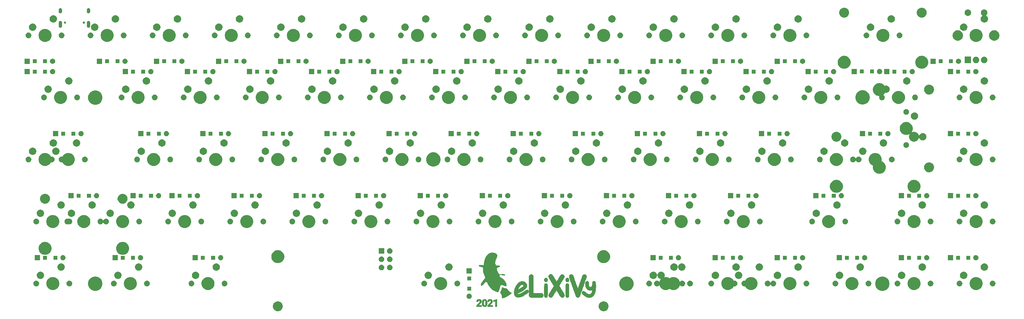
<source format=gts>
G04 #@! TF.GenerationSoftware,KiCad,Pcbnew,(5.1.4)-1*
G04 #@! TF.CreationDate,2021-11-17T13:21:50+01:00*
G04 #@! TF.ProjectId,mini-eLiXiVy,6d696e69-2d65-44c6-9958-6956792e6b69,1.1*
G04 #@! TF.SameCoordinates,Original*
G04 #@! TF.FileFunction,Soldermask,Top*
G04 #@! TF.FilePolarity,Negative*
%FSLAX46Y46*%
G04 Gerber Fmt 4.6, Leading zero omitted, Abs format (unit mm)*
G04 Created by KiCad (PCBNEW (5.1.4)-1) date 2021-11-17 13:21:50*
%MOMM*%
%LPD*%
G04 APERTURE LIST*
%ADD10C,0.010000*%
%ADD11C,0.100000*%
G04 APERTURE END LIST*
D10*
G36*
X157257926Y-105598765D02*
G01*
X157388418Y-105625849D01*
X157501113Y-105676283D01*
X157606650Y-105753597D01*
X157618124Y-105763756D01*
X157697061Y-105842594D01*
X157760050Y-105925665D01*
X157808685Y-106018661D01*
X157844563Y-106127274D01*
X157869278Y-106257194D01*
X157884427Y-106414114D01*
X157891604Y-106603724D01*
X157892750Y-106743500D01*
X157891492Y-106923618D01*
X157887011Y-107068672D01*
X157878250Y-107185878D01*
X157864150Y-107282450D01*
X157843654Y-107365603D01*
X157815703Y-107442550D01*
X157779240Y-107520508D01*
X157778618Y-107521730D01*
X157685993Y-107659270D01*
X157565095Y-107768279D01*
X157420661Y-107846730D01*
X157257428Y-107892596D01*
X157080134Y-107903850D01*
X156927692Y-107885851D01*
X156764175Y-107833343D01*
X156623905Y-107745925D01*
X156508070Y-107624817D01*
X156417857Y-107471238D01*
X156357990Y-107300325D01*
X156344894Y-107224230D01*
X156335040Y-107115081D01*
X156328420Y-106982028D01*
X156325024Y-106834226D01*
X156324919Y-106743500D01*
X156866167Y-106743500D01*
X156866904Y-106919771D01*
X156869752Y-107059214D01*
X156875665Y-107167317D01*
X156885596Y-107249570D01*
X156900501Y-107311462D01*
X156921332Y-107358481D01*
X156949045Y-107396116D01*
X156984593Y-107429857D01*
X156985620Y-107430724D01*
X157062842Y-107475355D01*
X157143447Y-107479104D01*
X157214545Y-107453034D01*
X157273275Y-107399337D01*
X157314036Y-107320742D01*
X157326860Y-107282662D01*
X157336576Y-107239514D01*
X157343598Y-107185070D01*
X157348339Y-107113102D01*
X157351211Y-107017381D01*
X157352627Y-106891680D01*
X157353000Y-106732917D01*
X157352801Y-106576037D01*
X157351867Y-106455301D01*
X157349688Y-106364520D01*
X157345758Y-106297506D01*
X157339568Y-106248069D01*
X157330610Y-106210021D01*
X157318377Y-106177173D01*
X157305063Y-106148797D01*
X157244874Y-106063277D01*
X157171778Y-106014462D01*
X157093270Y-106002024D01*
X157016844Y-106025638D01*
X156949996Y-106084974D01*
X156905131Y-106166257D01*
X156892167Y-106204815D01*
X156882380Y-106248522D01*
X156875344Y-106303704D01*
X156870632Y-106376684D01*
X156867817Y-106473789D01*
X156866473Y-106601342D01*
X156866167Y-106743500D01*
X156324919Y-106743500D01*
X156324845Y-106680827D01*
X156327872Y-106530984D01*
X156334097Y-106393851D01*
X156343512Y-106278579D01*
X156356107Y-106194322D01*
X156359074Y-106181739D01*
X156422365Y-105998007D01*
X156508575Y-105849662D01*
X156618874Y-105735769D01*
X156754434Y-105655394D01*
X156916425Y-105607603D01*
X157099000Y-105591502D01*
X157257926Y-105598765D01*
X157257926Y-105598765D01*
G37*
X157257926Y-105598765D02*
X157388418Y-105625849D01*
X157501113Y-105676283D01*
X157606650Y-105753597D01*
X157618124Y-105763756D01*
X157697061Y-105842594D01*
X157760050Y-105925665D01*
X157808685Y-106018661D01*
X157844563Y-106127274D01*
X157869278Y-106257194D01*
X157884427Y-106414114D01*
X157891604Y-106603724D01*
X157892750Y-106743500D01*
X157891492Y-106923618D01*
X157887011Y-107068672D01*
X157878250Y-107185878D01*
X157864150Y-107282450D01*
X157843654Y-107365603D01*
X157815703Y-107442550D01*
X157779240Y-107520508D01*
X157778618Y-107521730D01*
X157685993Y-107659270D01*
X157565095Y-107768279D01*
X157420661Y-107846730D01*
X157257428Y-107892596D01*
X157080134Y-107903850D01*
X156927692Y-107885851D01*
X156764175Y-107833343D01*
X156623905Y-107745925D01*
X156508070Y-107624817D01*
X156417857Y-107471238D01*
X156357990Y-107300325D01*
X156344894Y-107224230D01*
X156335040Y-107115081D01*
X156328420Y-106982028D01*
X156325024Y-106834226D01*
X156324919Y-106743500D01*
X156866167Y-106743500D01*
X156866904Y-106919771D01*
X156869752Y-107059214D01*
X156875665Y-107167317D01*
X156885596Y-107249570D01*
X156900501Y-107311462D01*
X156921332Y-107358481D01*
X156949045Y-107396116D01*
X156984593Y-107429857D01*
X156985620Y-107430724D01*
X157062842Y-107475355D01*
X157143447Y-107479104D01*
X157214545Y-107453034D01*
X157273275Y-107399337D01*
X157314036Y-107320742D01*
X157326860Y-107282662D01*
X157336576Y-107239514D01*
X157343598Y-107185070D01*
X157348339Y-107113102D01*
X157351211Y-107017381D01*
X157352627Y-106891680D01*
X157353000Y-106732917D01*
X157352801Y-106576037D01*
X157351867Y-106455301D01*
X157349688Y-106364520D01*
X157345758Y-106297506D01*
X157339568Y-106248069D01*
X157330610Y-106210021D01*
X157318377Y-106177173D01*
X157305063Y-106148797D01*
X157244874Y-106063277D01*
X157171778Y-106014462D01*
X157093270Y-106002024D01*
X157016844Y-106025638D01*
X156949996Y-106084974D01*
X156905131Y-106166257D01*
X156892167Y-106204815D01*
X156882380Y-106248522D01*
X156875344Y-106303704D01*
X156870632Y-106376684D01*
X156867817Y-106473789D01*
X156866473Y-106601342D01*
X156866167Y-106743500D01*
X156324919Y-106743500D01*
X156324845Y-106680827D01*
X156327872Y-106530984D01*
X156334097Y-106393851D01*
X156343512Y-106278579D01*
X156356107Y-106194322D01*
X156359074Y-106181739D01*
X156422365Y-105998007D01*
X156508575Y-105849662D01*
X156618874Y-105735769D01*
X156754434Y-105655394D01*
X156916425Y-105607603D01*
X157099000Y-105591502D01*
X157257926Y-105598765D01*
G36*
X155491201Y-105586643D02*
G01*
X155682223Y-105617940D01*
X155841962Y-105676804D01*
X155969949Y-105762940D01*
X156065715Y-105876057D01*
X156115616Y-105977104D01*
X156151823Y-106128539D01*
X156154491Y-106292176D01*
X156124424Y-106455456D01*
X156077312Y-106577437D01*
X156055238Y-106619728D01*
X156029967Y-106662033D01*
X155998195Y-106708428D01*
X155956617Y-106762988D01*
X155901930Y-106829790D01*
X155830830Y-106912909D01*
X155740011Y-107016419D01*
X155626169Y-107144398D01*
X155535538Y-107245674D01*
X155369077Y-107431417D01*
X155794830Y-107437146D01*
X156220584Y-107442876D01*
X156220584Y-107865333D01*
X154633084Y-107865333D01*
X154633208Y-107516083D01*
X154995599Y-107135083D01*
X155152838Y-106968176D01*
X155281996Y-106827010D01*
X155385580Y-106708058D01*
X155466094Y-106607792D01*
X155526045Y-106522687D01*
X155567939Y-106449214D01*
X155594280Y-106383848D01*
X155607574Y-106323061D01*
X155610459Y-106269610D01*
X155594906Y-106160124D01*
X155553093Y-106077985D01*
X155498987Y-106033418D01*
X155405291Y-106004740D01*
X155317933Y-106015282D01*
X155241428Y-106061968D01*
X155180288Y-106141725D01*
X155139028Y-106251477D01*
X155132370Y-106283125D01*
X155117999Y-106362500D01*
X154584828Y-106362500D01*
X154596849Y-106246020D01*
X154633795Y-106080104D01*
X154705960Y-105933026D01*
X154809314Y-105807756D01*
X154939829Y-105707266D01*
X155093477Y-105634524D01*
X155266230Y-105592501D01*
X155454059Y-105584166D01*
X155491201Y-105586643D01*
X155491201Y-105586643D01*
G37*
X155491201Y-105586643D02*
X155682223Y-105617940D01*
X155841962Y-105676804D01*
X155969949Y-105762940D01*
X156065715Y-105876057D01*
X156115616Y-105977104D01*
X156151823Y-106128539D01*
X156154491Y-106292176D01*
X156124424Y-106455456D01*
X156077312Y-106577437D01*
X156055238Y-106619728D01*
X156029967Y-106662033D01*
X155998195Y-106708428D01*
X155956617Y-106762988D01*
X155901930Y-106829790D01*
X155830830Y-106912909D01*
X155740011Y-107016419D01*
X155626169Y-107144398D01*
X155535538Y-107245674D01*
X155369077Y-107431417D01*
X155794830Y-107437146D01*
X156220584Y-107442876D01*
X156220584Y-107865333D01*
X154633084Y-107865333D01*
X154633208Y-107516083D01*
X154995599Y-107135083D01*
X155152838Y-106968176D01*
X155281996Y-106827010D01*
X155385580Y-106708058D01*
X155466094Y-106607792D01*
X155526045Y-106522687D01*
X155567939Y-106449214D01*
X155594280Y-106383848D01*
X155607574Y-106323061D01*
X155610459Y-106269610D01*
X155594906Y-106160124D01*
X155553093Y-106077985D01*
X155498987Y-106033418D01*
X155405291Y-106004740D01*
X155317933Y-106015282D01*
X155241428Y-106061968D01*
X155180288Y-106141725D01*
X155139028Y-106251477D01*
X155132370Y-106283125D01*
X155117999Y-106362500D01*
X154584828Y-106362500D01*
X154596849Y-106246020D01*
X154633795Y-106080104D01*
X154705960Y-105933026D01*
X154809314Y-105807756D01*
X154939829Y-105707266D01*
X155093477Y-105634524D01*
X155266230Y-105592501D01*
X155454059Y-105584166D01*
X155491201Y-105586643D01*
G36*
X158982524Y-105598893D02*
G01*
X159156856Y-105646256D01*
X159299991Y-105721622D01*
X159411041Y-105823978D01*
X159489118Y-105952310D01*
X159533335Y-106105605D01*
X159543750Y-106239870D01*
X159537122Y-106342613D01*
X159515390Y-106442358D01*
X159475781Y-106543881D01*
X159415524Y-106651958D01*
X159331845Y-106771365D01*
X159221972Y-106906879D01*
X159083134Y-107063276D01*
X159036409Y-107113917D01*
X158955379Y-107202003D01*
X158883731Y-107281538D01*
X158826860Y-107346403D01*
X158790161Y-107390482D01*
X158779751Y-107404958D01*
X158775138Y-107417535D01*
X158780715Y-107426897D01*
X158801610Y-107433517D01*
X158842954Y-107437865D01*
X158909876Y-107440413D01*
X159007507Y-107441630D01*
X159140975Y-107441989D01*
X159183172Y-107442000D01*
X159607250Y-107442000D01*
X159607250Y-107865333D01*
X158019750Y-107865333D01*
X158019750Y-107510837D01*
X158289854Y-107227710D01*
X158454180Y-107054656D01*
X158591073Y-106908205D01*
X158702985Y-106784974D01*
X158792366Y-106681584D01*
X158861667Y-106594650D01*
X158913339Y-106520793D01*
X158949832Y-106456629D01*
X158973598Y-106398777D01*
X158987087Y-106343855D01*
X158992750Y-106288481D01*
X158993417Y-106256879D01*
X158989730Y-106185782D01*
X158973431Y-106136850D01*
X158936662Y-106090182D01*
X158921450Y-106074633D01*
X158842740Y-106019253D01*
X158761617Y-106002750D01*
X158683397Y-106022376D01*
X158613391Y-106075387D01*
X158556914Y-106159035D01*
X158519280Y-106270575D01*
X158516626Y-106283856D01*
X158501872Y-106362500D01*
X157971537Y-106362500D01*
X157982896Y-106237231D01*
X158009529Y-106112742D01*
X158062852Y-105984064D01*
X158134841Y-105867296D01*
X158207302Y-105787135D01*
X158347252Y-105691266D01*
X158511674Y-105624568D01*
X158692642Y-105588965D01*
X158882230Y-105586384D01*
X158982524Y-105598893D01*
X158982524Y-105598893D01*
G37*
X158982524Y-105598893D02*
X159156856Y-105646256D01*
X159299991Y-105721622D01*
X159411041Y-105823978D01*
X159489118Y-105952310D01*
X159533335Y-106105605D01*
X159543750Y-106239870D01*
X159537122Y-106342613D01*
X159515390Y-106442358D01*
X159475781Y-106543881D01*
X159415524Y-106651958D01*
X159331845Y-106771365D01*
X159221972Y-106906879D01*
X159083134Y-107063276D01*
X159036409Y-107113917D01*
X158955379Y-107202003D01*
X158883731Y-107281538D01*
X158826860Y-107346403D01*
X158790161Y-107390482D01*
X158779751Y-107404958D01*
X158775138Y-107417535D01*
X158780715Y-107426897D01*
X158801610Y-107433517D01*
X158842954Y-107437865D01*
X158909876Y-107440413D01*
X159007507Y-107441630D01*
X159140975Y-107441989D01*
X159183172Y-107442000D01*
X159607250Y-107442000D01*
X159607250Y-107865333D01*
X158019750Y-107865333D01*
X158019750Y-107510837D01*
X158289854Y-107227710D01*
X158454180Y-107054656D01*
X158591073Y-106908205D01*
X158702985Y-106784974D01*
X158792366Y-106681584D01*
X158861667Y-106594650D01*
X158913339Y-106520793D01*
X158949832Y-106456629D01*
X158973598Y-106398777D01*
X158987087Y-106343855D01*
X158992750Y-106288481D01*
X158993417Y-106256879D01*
X158989730Y-106185782D01*
X158973431Y-106136850D01*
X158936662Y-106090182D01*
X158921450Y-106074633D01*
X158842740Y-106019253D01*
X158761617Y-106002750D01*
X158683397Y-106022376D01*
X158613391Y-106075387D01*
X158556914Y-106159035D01*
X158519280Y-106270575D01*
X158516626Y-106283856D01*
X158501872Y-106362500D01*
X157971537Y-106362500D01*
X157982896Y-106237231D01*
X158009529Y-106112742D01*
X158062852Y-105984064D01*
X158134841Y-105867296D01*
X158207302Y-105787135D01*
X158347252Y-105691266D01*
X158511674Y-105624568D01*
X158692642Y-105588965D01*
X158882230Y-105586384D01*
X158982524Y-105598893D01*
G36*
X160877250Y-107865333D02*
G01*
X160348084Y-107865333D01*
X160348084Y-106220143D01*
X160109959Y-106291122D01*
X160013854Y-106319123D01*
X159931383Y-106341953D01*
X159871696Y-106357156D01*
X159844609Y-106362300D01*
X159831651Y-106351820D01*
X159824273Y-106316226D01*
X159821865Y-106249639D01*
X159823442Y-106158357D01*
X159829500Y-105954214D01*
X160305750Y-105788257D01*
X160442171Y-105741384D01*
X160567392Y-105699615D01*
X160675200Y-105664921D01*
X160759380Y-105639276D01*
X160813718Y-105624651D01*
X160829625Y-105621984D01*
X160877250Y-105621667D01*
X160877250Y-107865333D01*
X160877250Y-107865333D01*
G37*
X160877250Y-107865333D02*
X160348084Y-107865333D01*
X160348084Y-106220143D01*
X160109959Y-106291122D01*
X160013854Y-106319123D01*
X159931383Y-106341953D01*
X159871696Y-106357156D01*
X159844609Y-106362300D01*
X159831651Y-106351820D01*
X159824273Y-106316226D01*
X159821865Y-106249639D01*
X159823442Y-106158357D01*
X159829500Y-105954214D01*
X160305750Y-105788257D01*
X160442171Y-105741384D01*
X160567392Y-105699615D01*
X160675200Y-105664921D01*
X160759380Y-105639276D01*
X160813718Y-105624651D01*
X160829625Y-105621984D01*
X160877250Y-105621667D01*
X160877250Y-107865333D01*
G36*
X162783726Y-102033062D02*
G01*
X162968130Y-102118130D01*
X163128203Y-102180598D01*
X163273611Y-102223092D01*
X163414016Y-102248239D01*
X163559084Y-102258668D01*
X163615933Y-102259322D01*
X163830000Y-102258839D01*
X164084000Y-102579680D01*
X164183974Y-102702825D01*
X164295790Y-102835402D01*
X164409133Y-102965498D01*
X164513689Y-103081202D01*
X164570001Y-103140926D01*
X164658669Y-103232193D01*
X164727691Y-103299921D01*
X164786693Y-103351148D01*
X164845303Y-103392914D01*
X164913148Y-103432260D01*
X164999855Y-103476226D01*
X165084533Y-103517177D01*
X165367062Y-103653022D01*
X165328781Y-103718696D01*
X165264897Y-103804211D01*
X165166707Y-103903752D01*
X165038758Y-104014531D01*
X164885596Y-104133759D01*
X164711767Y-104258648D01*
X164521816Y-104386409D01*
X164320290Y-104514254D01*
X164111734Y-104639395D01*
X163900695Y-104759042D01*
X163691717Y-104870408D01*
X163489348Y-104970705D01*
X163298132Y-105057143D01*
X163122616Y-105126935D01*
X162967346Y-105177291D01*
X162938320Y-105184989D01*
X162831120Y-105207684D01*
X162721238Y-105223465D01*
X162622038Y-105230960D01*
X162546882Y-105228798D01*
X162533308Y-105226565D01*
X162492106Y-105209670D01*
X162460743Y-105175308D01*
X162437897Y-105118567D01*
X162422243Y-105034537D01*
X162412459Y-104918307D01*
X162407222Y-104764965D01*
X162407091Y-104758129D01*
X162403342Y-104619234D01*
X162397338Y-104513242D01*
X162388041Y-104430738D01*
X162374414Y-104362309D01*
X162356945Y-104303046D01*
X162269888Y-104106193D01*
X162143444Y-103914197D01*
X162038388Y-103790880D01*
X161982154Y-103728718D01*
X161939235Y-103677373D01*
X161916411Y-103645118D01*
X161914417Y-103639644D01*
X161922408Y-103613750D01*
X161944089Y-103557743D01*
X161976021Y-103480220D01*
X162009616Y-103401615D01*
X162107125Y-103166069D01*
X162202445Y-102915319D01*
X162292092Y-102659751D01*
X162372581Y-102409749D01*
X162440427Y-102175699D01*
X162492144Y-101967986D01*
X162494865Y-101955641D01*
X162507338Y-101898533D01*
X162783726Y-102033062D01*
X162783726Y-102033062D01*
G37*
X162783726Y-102033062D02*
X162968130Y-102118130D01*
X163128203Y-102180598D01*
X163273611Y-102223092D01*
X163414016Y-102248239D01*
X163559084Y-102258668D01*
X163615933Y-102259322D01*
X163830000Y-102258839D01*
X164084000Y-102579680D01*
X164183974Y-102702825D01*
X164295790Y-102835402D01*
X164409133Y-102965498D01*
X164513689Y-103081202D01*
X164570001Y-103140926D01*
X164658669Y-103232193D01*
X164727691Y-103299921D01*
X164786693Y-103351148D01*
X164845303Y-103392914D01*
X164913148Y-103432260D01*
X164999855Y-103476226D01*
X165084533Y-103517177D01*
X165367062Y-103653022D01*
X165328781Y-103718696D01*
X165264897Y-103804211D01*
X165166707Y-103903752D01*
X165038758Y-104014531D01*
X164885596Y-104133759D01*
X164711767Y-104258648D01*
X164521816Y-104386409D01*
X164320290Y-104514254D01*
X164111734Y-104639395D01*
X163900695Y-104759042D01*
X163691717Y-104870408D01*
X163489348Y-104970705D01*
X163298132Y-105057143D01*
X163122616Y-105126935D01*
X162967346Y-105177291D01*
X162938320Y-105184989D01*
X162831120Y-105207684D01*
X162721238Y-105223465D01*
X162622038Y-105230960D01*
X162546882Y-105228798D01*
X162533308Y-105226565D01*
X162492106Y-105209670D01*
X162460743Y-105175308D01*
X162437897Y-105118567D01*
X162422243Y-105034537D01*
X162412459Y-104918307D01*
X162407222Y-104764965D01*
X162407091Y-104758129D01*
X162403342Y-104619234D01*
X162397338Y-104513242D01*
X162388041Y-104430738D01*
X162374414Y-104362309D01*
X162356945Y-104303046D01*
X162269888Y-104106193D01*
X162143444Y-103914197D01*
X162038388Y-103790880D01*
X161982154Y-103728718D01*
X161939235Y-103677373D01*
X161916411Y-103645118D01*
X161914417Y-103639644D01*
X161922408Y-103613750D01*
X161944089Y-103557743D01*
X161976021Y-103480220D01*
X162009616Y-103401615D01*
X162107125Y-103166069D01*
X162202445Y-102915319D01*
X162292092Y-102659751D01*
X162372581Y-102409749D01*
X162440427Y-102175699D01*
X162492144Y-101967986D01*
X162494865Y-101955641D01*
X162507338Y-101898533D01*
X162783726Y-102033062D01*
G36*
X176066811Y-100761201D02*
G01*
X176193444Y-100813198D01*
X176297032Y-100900619D01*
X176378538Y-101024085D01*
X176390704Y-101049667D01*
X176398404Y-101067566D01*
X176405129Y-101086884D01*
X176410946Y-101110453D01*
X176415923Y-101141106D01*
X176420124Y-101181677D01*
X176423619Y-101235000D01*
X176426472Y-101303907D01*
X176428752Y-101391233D01*
X176430524Y-101499810D01*
X176431856Y-101632472D01*
X176432814Y-101792052D01*
X176433465Y-101981384D01*
X176433876Y-102203301D01*
X176434114Y-102460636D01*
X176434244Y-102756223D01*
X176434285Y-102899294D01*
X176434186Y-103244503D01*
X176433679Y-103549076D01*
X176432742Y-103814709D01*
X176431353Y-104043100D01*
X176429490Y-104235943D01*
X176427129Y-104394935D01*
X176424250Y-104521773D01*
X176420830Y-104618152D01*
X176416847Y-104685768D01*
X176412277Y-104726318D01*
X176410185Y-104735663D01*
X176365025Y-104830287D01*
X176292035Y-104923665D01*
X176203640Y-105001447D01*
X176153550Y-105032078D01*
X176071327Y-105061665D01*
X175971294Y-105080357D01*
X175871289Y-105086161D01*
X175789150Y-105077083D01*
X175778446Y-105073983D01*
X175638631Y-105007905D01*
X175527263Y-104911834D01*
X175447165Y-104788399D01*
X175431283Y-104750767D01*
X175425033Y-104731390D01*
X175419595Y-104706542D01*
X175414925Y-104673444D01*
X175410981Y-104629320D01*
X175407718Y-104571390D01*
X175405094Y-104496878D01*
X175403067Y-104403005D01*
X175401591Y-104286994D01*
X175400626Y-104146066D01*
X175400126Y-103977445D01*
X175400050Y-103778351D01*
X175400353Y-103546008D01*
X175400994Y-103277637D01*
X175401928Y-102970460D01*
X175402224Y-102880583D01*
X175403317Y-102564400D01*
X175404390Y-102287775D01*
X175405509Y-102047934D01*
X175406744Y-101842101D01*
X175408163Y-101667503D01*
X175409833Y-101521363D01*
X175411823Y-101400908D01*
X175414199Y-101303362D01*
X175417032Y-101225951D01*
X175420388Y-101165899D01*
X175424336Y-101120433D01*
X175428943Y-101086777D01*
X175434277Y-101062156D01*
X175440408Y-101043795D01*
X175447402Y-101028920D01*
X175447625Y-101028500D01*
X175533818Y-100902337D01*
X175638964Y-100813730D01*
X175765190Y-100761384D01*
X175914624Y-100744009D01*
X175916167Y-100744007D01*
X176066811Y-100761201D01*
X176066811Y-100761201D01*
G37*
X176066811Y-100761201D02*
X176193444Y-100813198D01*
X176297032Y-100900619D01*
X176378538Y-101024085D01*
X176390704Y-101049667D01*
X176398404Y-101067566D01*
X176405129Y-101086884D01*
X176410946Y-101110453D01*
X176415923Y-101141106D01*
X176420124Y-101181677D01*
X176423619Y-101235000D01*
X176426472Y-101303907D01*
X176428752Y-101391233D01*
X176430524Y-101499810D01*
X176431856Y-101632472D01*
X176432814Y-101792052D01*
X176433465Y-101981384D01*
X176433876Y-102203301D01*
X176434114Y-102460636D01*
X176434244Y-102756223D01*
X176434285Y-102899294D01*
X176434186Y-103244503D01*
X176433679Y-103549076D01*
X176432742Y-103814709D01*
X176431353Y-104043100D01*
X176429490Y-104235943D01*
X176427129Y-104394935D01*
X176424250Y-104521773D01*
X176420830Y-104618152D01*
X176416847Y-104685768D01*
X176412277Y-104726318D01*
X176410185Y-104735663D01*
X176365025Y-104830287D01*
X176292035Y-104923665D01*
X176203640Y-105001447D01*
X176153550Y-105032078D01*
X176071327Y-105061665D01*
X175971294Y-105080357D01*
X175871289Y-105086161D01*
X175789150Y-105077083D01*
X175778446Y-105073983D01*
X175638631Y-105007905D01*
X175527263Y-104911834D01*
X175447165Y-104788399D01*
X175431283Y-104750767D01*
X175425033Y-104731390D01*
X175419595Y-104706542D01*
X175414925Y-104673444D01*
X175410981Y-104629320D01*
X175407718Y-104571390D01*
X175405094Y-104496878D01*
X175403067Y-104403005D01*
X175401591Y-104286994D01*
X175400626Y-104146066D01*
X175400126Y-103977445D01*
X175400050Y-103778351D01*
X175400353Y-103546008D01*
X175400994Y-103277637D01*
X175401928Y-102970460D01*
X175402224Y-102880583D01*
X175403317Y-102564400D01*
X175404390Y-102287775D01*
X175405509Y-102047934D01*
X175406744Y-101842101D01*
X175408163Y-101667503D01*
X175409833Y-101521363D01*
X175411823Y-101400908D01*
X175414199Y-101303362D01*
X175417032Y-101225951D01*
X175420388Y-101165899D01*
X175424336Y-101120433D01*
X175428943Y-101086777D01*
X175434277Y-101062156D01*
X175440408Y-101043795D01*
X175447402Y-101028920D01*
X175447625Y-101028500D01*
X175533818Y-100902337D01*
X175638964Y-100813730D01*
X175765190Y-100761384D01*
X175914624Y-100744009D01*
X175916167Y-100744007D01*
X176066811Y-100761201D01*
G36*
X177524838Y-97939018D02*
G01*
X177643502Y-97963221D01*
X177660964Y-97968749D01*
X177709391Y-97986888D01*
X177754826Y-98008929D01*
X177799386Y-98037662D01*
X177845189Y-98075876D01*
X177894353Y-98126360D01*
X177948995Y-98191905D01*
X178011232Y-98275298D01*
X178083183Y-98379331D01*
X178166964Y-98506792D01*
X178264694Y-98660471D01*
X178378490Y-98843158D01*
X178510470Y-99057641D01*
X178605568Y-99213067D01*
X178717758Y-99396372D01*
X178823376Y-99568331D01*
X178920364Y-99725637D01*
X179006664Y-99864981D01*
X179080218Y-99983054D01*
X179138970Y-100076547D01*
X179180860Y-100142153D01*
X179203832Y-100176562D01*
X179207584Y-100181034D01*
X179220317Y-100163512D01*
X179253033Y-100113158D01*
X179303669Y-100033279D01*
X179370164Y-99927184D01*
X179450454Y-99798181D01*
X179542478Y-99649579D01*
X179644174Y-99484684D01*
X179753480Y-99306807D01*
X179810002Y-99214588D01*
X179924510Y-99028458D01*
X180034450Y-98851387D01*
X180137480Y-98687035D01*
X180231261Y-98539062D01*
X180313450Y-98411129D01*
X180381706Y-98306895D01*
X180433689Y-98230021D01*
X180467057Y-98184166D01*
X180474921Y-98175073D01*
X180594270Y-98083973D01*
X180733724Y-98023788D01*
X180884441Y-97995152D01*
X181037578Y-97998699D01*
X181184290Y-98035061D01*
X181315734Y-98104872D01*
X181328041Y-98113979D01*
X181430673Y-98207766D01*
X181515138Y-98315134D01*
X181572038Y-98423550D01*
X181581740Y-98452348D01*
X181599839Y-98550658D01*
X181605275Y-98664725D01*
X181598462Y-98777603D01*
X181579812Y-98872347D01*
X181570914Y-98897259D01*
X181554272Y-98928642D01*
X181517300Y-98992888D01*
X181461905Y-99086839D01*
X181389989Y-99207332D01*
X181303457Y-99351208D01*
X181204214Y-99515307D01*
X181094163Y-99696466D01*
X180975209Y-99891526D01*
X180849257Y-100097325D01*
X180773864Y-100220176D01*
X180645876Y-100428727D01*
X180524576Y-100626783D01*
X180411761Y-100811384D01*
X180309229Y-100979571D01*
X180218777Y-101128382D01*
X180142202Y-101254859D01*
X180081302Y-101356041D01*
X180037872Y-101428967D01*
X180013712Y-101470679D01*
X180009193Y-101479601D01*
X180019741Y-101500034D01*
X180050730Y-101553602D01*
X180100403Y-101637394D01*
X180167000Y-101748502D01*
X180248762Y-101884016D01*
X180343931Y-102041026D01*
X180450746Y-102216621D01*
X180567449Y-102407893D01*
X180692281Y-102611932D01*
X180795868Y-102780855D01*
X180927119Y-102995241D01*
X181052407Y-103200988D01*
X181169866Y-103394963D01*
X181277630Y-103574031D01*
X181373832Y-103735060D01*
X181456607Y-103874916D01*
X181524088Y-103990466D01*
X181574409Y-104078575D01*
X181605704Y-104136111D01*
X181615484Y-104157068D01*
X181635835Y-104256793D01*
X181640534Y-104377569D01*
X181630662Y-104503054D01*
X181607302Y-104616907D01*
X181580401Y-104687146D01*
X181486321Y-104826760D01*
X181365512Y-104939211D01*
X181224570Y-105021520D01*
X181070094Y-105070709D01*
X180908682Y-105083800D01*
X180754472Y-105059963D01*
X180628712Y-105014790D01*
X180525048Y-104951400D01*
X180432104Y-104866291D01*
X180406192Y-104832763D01*
X180360763Y-104766774D01*
X180298217Y-104672079D01*
X180220956Y-104552437D01*
X180131380Y-104411602D01*
X180031890Y-104253332D01*
X179924886Y-104081383D01*
X179812770Y-103899511D01*
X179778552Y-103843667D01*
X179667228Y-103661988D01*
X179562083Y-103490905D01*
X179465271Y-103333887D01*
X179378947Y-103194402D01*
X179305263Y-103075920D01*
X179246374Y-102981912D01*
X179204434Y-102915845D01*
X179181596Y-102881190D01*
X179178448Y-102877053D01*
X179167157Y-102880714D01*
X179144365Y-102905371D01*
X179108803Y-102952960D01*
X179059206Y-103025419D01*
X178994305Y-103124685D01*
X178912834Y-103252695D01*
X178813525Y-103411384D01*
X178695111Y-103602691D01*
X178562198Y-103818970D01*
X178447520Y-104005364D01*
X178337429Y-104182962D01*
X178234269Y-104348070D01*
X178140387Y-104496994D01*
X178058130Y-104626040D01*
X177989842Y-104731515D01*
X177937871Y-104809725D01*
X177904562Y-104856976D01*
X177896791Y-104866602D01*
X177779969Y-104967044D01*
X177646028Y-105033374D01*
X177501554Y-105066552D01*
X177353137Y-105067538D01*
X177207366Y-105037292D01*
X177070829Y-104976773D01*
X176950115Y-104886942D01*
X176851812Y-104768758D01*
X176818074Y-104709464D01*
X176783371Y-104634178D01*
X176763459Y-104570037D01*
X176754452Y-104499094D01*
X176752457Y-104406494D01*
X176755824Y-104303249D01*
X176767666Y-104225214D01*
X176791032Y-104155616D01*
X176802844Y-104129417D01*
X176822368Y-104093560D01*
X176862178Y-104024963D01*
X176920298Y-103926895D01*
X176994756Y-103802623D01*
X177083575Y-103655416D01*
X177184781Y-103488542D01*
X177296399Y-103305269D01*
X177416456Y-103108865D01*
X177542975Y-102902599D01*
X177606970Y-102798529D01*
X177734234Y-102591476D01*
X177854747Y-102394890D01*
X177966700Y-102211752D01*
X178068285Y-102045045D01*
X178157694Y-101897753D01*
X178233118Y-101772858D01*
X178292750Y-101673343D01*
X178334780Y-101602191D01*
X178357401Y-101562385D01*
X178360917Y-101554875D01*
X178350114Y-101534173D01*
X178318895Y-101480375D01*
X178269045Y-101396433D01*
X178202348Y-101285295D01*
X178120589Y-101149913D01*
X178025552Y-100993237D01*
X177919022Y-100818216D01*
X177802783Y-100627800D01*
X177678620Y-100424940D01*
X177591107Y-100282263D01*
X177461034Y-100070149D01*
X177336474Y-99866592D01*
X177219365Y-99674785D01*
X177111645Y-99497922D01*
X177015251Y-99339196D01*
X176932120Y-99201801D01*
X176864190Y-99088929D01*
X176813398Y-99003775D01*
X176781681Y-98949532D01*
X176772536Y-98933000D01*
X176732182Y-98818049D01*
X176712992Y-98681972D01*
X176715587Y-98540660D01*
X176740588Y-98410002D01*
X176750904Y-98379553D01*
X176828812Y-98231672D01*
X176940794Y-98107013D01*
X177083289Y-98009420D01*
X177103664Y-97999022D01*
X177191069Y-97960038D01*
X177265757Y-97939250D01*
X177350220Y-97931350D01*
X177393592Y-97930600D01*
X177524838Y-97939018D01*
X177524838Y-97939018D01*
G37*
X177524838Y-97939018D02*
X177643502Y-97963221D01*
X177660964Y-97968749D01*
X177709391Y-97986888D01*
X177754826Y-98008929D01*
X177799386Y-98037662D01*
X177845189Y-98075876D01*
X177894353Y-98126360D01*
X177948995Y-98191905D01*
X178011232Y-98275298D01*
X178083183Y-98379331D01*
X178166964Y-98506792D01*
X178264694Y-98660471D01*
X178378490Y-98843158D01*
X178510470Y-99057641D01*
X178605568Y-99213067D01*
X178717758Y-99396372D01*
X178823376Y-99568331D01*
X178920364Y-99725637D01*
X179006664Y-99864981D01*
X179080218Y-99983054D01*
X179138970Y-100076547D01*
X179180860Y-100142153D01*
X179203832Y-100176562D01*
X179207584Y-100181034D01*
X179220317Y-100163512D01*
X179253033Y-100113158D01*
X179303669Y-100033279D01*
X179370164Y-99927184D01*
X179450454Y-99798181D01*
X179542478Y-99649579D01*
X179644174Y-99484684D01*
X179753480Y-99306807D01*
X179810002Y-99214588D01*
X179924510Y-99028458D01*
X180034450Y-98851387D01*
X180137480Y-98687035D01*
X180231261Y-98539062D01*
X180313450Y-98411129D01*
X180381706Y-98306895D01*
X180433689Y-98230021D01*
X180467057Y-98184166D01*
X180474921Y-98175073D01*
X180594270Y-98083973D01*
X180733724Y-98023788D01*
X180884441Y-97995152D01*
X181037578Y-97998699D01*
X181184290Y-98035061D01*
X181315734Y-98104872D01*
X181328041Y-98113979D01*
X181430673Y-98207766D01*
X181515138Y-98315134D01*
X181572038Y-98423550D01*
X181581740Y-98452348D01*
X181599839Y-98550658D01*
X181605275Y-98664725D01*
X181598462Y-98777603D01*
X181579812Y-98872347D01*
X181570914Y-98897259D01*
X181554272Y-98928642D01*
X181517300Y-98992888D01*
X181461905Y-99086839D01*
X181389989Y-99207332D01*
X181303457Y-99351208D01*
X181204214Y-99515307D01*
X181094163Y-99696466D01*
X180975209Y-99891526D01*
X180849257Y-100097325D01*
X180773864Y-100220176D01*
X180645876Y-100428727D01*
X180524576Y-100626783D01*
X180411761Y-100811384D01*
X180309229Y-100979571D01*
X180218777Y-101128382D01*
X180142202Y-101254859D01*
X180081302Y-101356041D01*
X180037872Y-101428967D01*
X180013712Y-101470679D01*
X180009193Y-101479601D01*
X180019741Y-101500034D01*
X180050730Y-101553602D01*
X180100403Y-101637394D01*
X180167000Y-101748502D01*
X180248762Y-101884016D01*
X180343931Y-102041026D01*
X180450746Y-102216621D01*
X180567449Y-102407893D01*
X180692281Y-102611932D01*
X180795868Y-102780855D01*
X180927119Y-102995241D01*
X181052407Y-103200988D01*
X181169866Y-103394963D01*
X181277630Y-103574031D01*
X181373832Y-103735060D01*
X181456607Y-103874916D01*
X181524088Y-103990466D01*
X181574409Y-104078575D01*
X181605704Y-104136111D01*
X181615484Y-104157068D01*
X181635835Y-104256793D01*
X181640534Y-104377569D01*
X181630662Y-104503054D01*
X181607302Y-104616907D01*
X181580401Y-104687146D01*
X181486321Y-104826760D01*
X181365512Y-104939211D01*
X181224570Y-105021520D01*
X181070094Y-105070709D01*
X180908682Y-105083800D01*
X180754472Y-105059963D01*
X180628712Y-105014790D01*
X180525048Y-104951400D01*
X180432104Y-104866291D01*
X180406192Y-104832763D01*
X180360763Y-104766774D01*
X180298217Y-104672079D01*
X180220956Y-104552437D01*
X180131380Y-104411602D01*
X180031890Y-104253332D01*
X179924886Y-104081383D01*
X179812770Y-103899511D01*
X179778552Y-103843667D01*
X179667228Y-103661988D01*
X179562083Y-103490905D01*
X179465271Y-103333887D01*
X179378947Y-103194402D01*
X179305263Y-103075920D01*
X179246374Y-102981912D01*
X179204434Y-102915845D01*
X179181596Y-102881190D01*
X179178448Y-102877053D01*
X179167157Y-102880714D01*
X179144365Y-102905371D01*
X179108803Y-102952960D01*
X179059206Y-103025419D01*
X178994305Y-103124685D01*
X178912834Y-103252695D01*
X178813525Y-103411384D01*
X178695111Y-103602691D01*
X178562198Y-103818970D01*
X178447520Y-104005364D01*
X178337429Y-104182962D01*
X178234269Y-104348070D01*
X178140387Y-104496994D01*
X178058130Y-104626040D01*
X177989842Y-104731515D01*
X177937871Y-104809725D01*
X177904562Y-104856976D01*
X177896791Y-104866602D01*
X177779969Y-104967044D01*
X177646028Y-105033374D01*
X177501554Y-105066552D01*
X177353137Y-105067538D01*
X177207366Y-105037292D01*
X177070829Y-104976773D01*
X176950115Y-104886942D01*
X176851812Y-104768758D01*
X176818074Y-104709464D01*
X176783371Y-104634178D01*
X176763459Y-104570037D01*
X176754452Y-104499094D01*
X176752457Y-104406494D01*
X176755824Y-104303249D01*
X176767666Y-104225214D01*
X176791032Y-104155616D01*
X176802844Y-104129417D01*
X176822368Y-104093560D01*
X176862178Y-104024963D01*
X176920298Y-103926895D01*
X176994756Y-103802623D01*
X177083575Y-103655416D01*
X177184781Y-103488542D01*
X177296399Y-103305269D01*
X177416456Y-103108865D01*
X177542975Y-102902599D01*
X177606970Y-102798529D01*
X177734234Y-102591476D01*
X177854747Y-102394890D01*
X177966700Y-102211752D01*
X178068285Y-102045045D01*
X178157694Y-101897753D01*
X178233118Y-101772858D01*
X178292750Y-101673343D01*
X178334780Y-101602191D01*
X178357401Y-101562385D01*
X178360917Y-101554875D01*
X178350114Y-101534173D01*
X178318895Y-101480375D01*
X178269045Y-101396433D01*
X178202348Y-101285295D01*
X178120589Y-101149913D01*
X178025552Y-100993237D01*
X177919022Y-100818216D01*
X177802783Y-100627800D01*
X177678620Y-100424940D01*
X177591107Y-100282263D01*
X177461034Y-100070149D01*
X177336474Y-99866592D01*
X177219365Y-99674785D01*
X177111645Y-99497922D01*
X177015251Y-99339196D01*
X176932120Y-99201801D01*
X176864190Y-99088929D01*
X176813398Y-99003775D01*
X176781681Y-98949532D01*
X176772536Y-98933000D01*
X176732182Y-98818049D01*
X176712992Y-98681972D01*
X176715587Y-98540660D01*
X176740588Y-98410002D01*
X176750904Y-98379553D01*
X176828812Y-98231672D01*
X176940794Y-98107013D01*
X177083289Y-98009420D01*
X177103664Y-97999022D01*
X177191069Y-97960038D01*
X177265757Y-97939250D01*
X177350220Y-97931350D01*
X177393592Y-97930600D01*
X177524838Y-97939018D01*
G36*
X182607594Y-100750526D02*
G01*
X182714595Y-100780582D01*
X182734851Y-100790273D01*
X182827917Y-100855603D01*
X182911365Y-100943233D01*
X182973110Y-101039179D01*
X182993018Y-101089004D01*
X182997865Y-101118907D01*
X183002120Y-101175360D01*
X183005805Y-101260049D01*
X183008943Y-101374662D01*
X183011557Y-101520884D01*
X183013669Y-101700404D01*
X183015303Y-101914908D01*
X183016481Y-102166083D01*
X183017225Y-102455616D01*
X183017559Y-102785194D01*
X183017584Y-102912333D01*
X183017390Y-103256554D01*
X183016794Y-103560131D01*
X183015773Y-103824750D01*
X183014304Y-104052098D01*
X183012364Y-104243862D01*
X183009931Y-104401729D01*
X183006982Y-104527386D01*
X183003494Y-104622520D01*
X182999444Y-104688818D01*
X182994811Y-104727967D01*
X182993018Y-104735663D01*
X182947858Y-104830287D01*
X182874868Y-104923665D01*
X182786473Y-105001447D01*
X182736383Y-105032078D01*
X182654160Y-105061665D01*
X182554127Y-105080357D01*
X182454122Y-105086161D01*
X182371983Y-105077083D01*
X182361280Y-105073983D01*
X182220735Y-105007918D01*
X182108326Y-104910444D01*
X182030458Y-104796167D01*
X182023503Y-104781575D01*
X182017416Y-104763784D01*
X182012138Y-104740043D01*
X182007612Y-104707604D01*
X182003781Y-104663717D01*
X182000587Y-104605632D01*
X181997972Y-104530600D01*
X181995879Y-104435871D01*
X181994250Y-104318696D01*
X181993028Y-104176325D01*
X181992155Y-104006008D01*
X181991574Y-103804997D01*
X181991226Y-103570541D01*
X181991054Y-103299891D01*
X181991002Y-102990297D01*
X181991000Y-102912333D01*
X181991034Y-102593278D01*
X181991172Y-102313806D01*
X181991474Y-102071169D01*
X181991996Y-101862616D01*
X181992796Y-101685399D01*
X181993932Y-101536767D01*
X181995460Y-101413971D01*
X181997440Y-101314261D01*
X181999928Y-101234889D01*
X182002982Y-101173104D01*
X182006660Y-101126157D01*
X182011019Y-101091298D01*
X182016117Y-101065778D01*
X182022011Y-101046847D01*
X182028758Y-101031756D01*
X182030458Y-101028500D01*
X182120385Y-100901675D01*
X182237199Y-100805648D01*
X182266167Y-100789065D01*
X182366306Y-100754723D01*
X182485806Y-100741892D01*
X182607594Y-100750526D01*
X182607594Y-100750526D01*
G37*
X182607594Y-100750526D02*
X182714595Y-100780582D01*
X182734851Y-100790273D01*
X182827917Y-100855603D01*
X182911365Y-100943233D01*
X182973110Y-101039179D01*
X182993018Y-101089004D01*
X182997865Y-101118907D01*
X183002120Y-101175360D01*
X183005805Y-101260049D01*
X183008943Y-101374662D01*
X183011557Y-101520884D01*
X183013669Y-101700404D01*
X183015303Y-101914908D01*
X183016481Y-102166083D01*
X183017225Y-102455616D01*
X183017559Y-102785194D01*
X183017584Y-102912333D01*
X183017390Y-103256554D01*
X183016794Y-103560131D01*
X183015773Y-103824750D01*
X183014304Y-104052098D01*
X183012364Y-104243862D01*
X183009931Y-104401729D01*
X183006982Y-104527386D01*
X183003494Y-104622520D01*
X182999444Y-104688818D01*
X182994811Y-104727967D01*
X182993018Y-104735663D01*
X182947858Y-104830287D01*
X182874868Y-104923665D01*
X182786473Y-105001447D01*
X182736383Y-105032078D01*
X182654160Y-105061665D01*
X182554127Y-105080357D01*
X182454122Y-105086161D01*
X182371983Y-105077083D01*
X182361280Y-105073983D01*
X182220735Y-105007918D01*
X182108326Y-104910444D01*
X182030458Y-104796167D01*
X182023503Y-104781575D01*
X182017416Y-104763784D01*
X182012138Y-104740043D01*
X182007612Y-104707604D01*
X182003781Y-104663717D01*
X182000587Y-104605632D01*
X181997972Y-104530600D01*
X181995879Y-104435871D01*
X181994250Y-104318696D01*
X181993028Y-104176325D01*
X181992155Y-104006008D01*
X181991574Y-103804997D01*
X181991226Y-103570541D01*
X181991054Y-103299891D01*
X181991002Y-102990297D01*
X181991000Y-102912333D01*
X181991034Y-102593278D01*
X181991172Y-102313806D01*
X181991474Y-102071169D01*
X181991996Y-101862616D01*
X181992796Y-101685399D01*
X181993932Y-101536767D01*
X181995460Y-101413971D01*
X181997440Y-101314261D01*
X181999928Y-101234889D01*
X182002982Y-101173104D01*
X182006660Y-101126157D01*
X182011019Y-101091298D01*
X182016117Y-101065778D01*
X182022011Y-101046847D01*
X182028758Y-101031756D01*
X182030458Y-101028500D01*
X182120385Y-100901675D01*
X182237199Y-100805648D01*
X182266167Y-100789065D01*
X182366306Y-100754723D01*
X182485806Y-100741892D01*
X182607594Y-100750526D01*
G36*
X188669254Y-100049394D02*
G01*
X188789852Y-100089312D01*
X188897443Y-100159346D01*
X188985133Y-100259416D01*
X189016736Y-100315197D01*
X189035326Y-100355159D01*
X189048938Y-100391987D01*
X189058274Y-100432905D01*
X189064035Y-100485135D01*
X189066923Y-100555899D01*
X189067638Y-100652419D01*
X189066884Y-100781919D01*
X189066483Y-100827417D01*
X189065980Y-100985903D01*
X189067999Y-101109883D01*
X189072998Y-101207133D01*
X189081435Y-101285430D01*
X189093767Y-101352550D01*
X189098537Y-101372647D01*
X189134862Y-101492546D01*
X189180134Y-101603297D01*
X189229226Y-101693925D01*
X189276112Y-101752651D01*
X189368890Y-101810558D01*
X189486259Y-101844546D01*
X189616655Y-101852715D01*
X189748512Y-101833167D01*
X189755250Y-101831341D01*
X189862123Y-101780030D01*
X189954497Y-101690661D01*
X190031597Y-101565222D01*
X190092645Y-101405702D01*
X190136866Y-101214090D01*
X190163483Y-100992375D01*
X190171757Y-100763917D01*
X190173678Y-100614282D01*
X190180145Y-100499167D01*
X190192890Y-100410853D01*
X190213646Y-100341620D01*
X190244146Y-100283748D01*
X190286121Y-100229517D01*
X190293590Y-100221136D01*
X190393097Y-100129287D01*
X190497982Y-100073476D01*
X190620419Y-100048334D01*
X190691600Y-100045585D01*
X190782288Y-100048969D01*
X190849205Y-100061527D01*
X190910631Y-100087546D01*
X190939591Y-100103754D01*
X191057442Y-100195411D01*
X191141389Y-100311621D01*
X191177146Y-100399940D01*
X191193362Y-100477476D01*
X191207479Y-100591775D01*
X191219444Y-100737315D01*
X191229205Y-100908575D01*
X191236711Y-101100033D01*
X191241910Y-101306168D01*
X191244751Y-101521459D01*
X191245180Y-101740384D01*
X191243148Y-101957423D01*
X191238601Y-102167052D01*
X191231488Y-102363752D01*
X191221757Y-102542001D01*
X191209357Y-102696278D01*
X191199502Y-102783690D01*
X191138142Y-103164275D01*
X191058127Y-103510063D01*
X190959753Y-103820135D01*
X190843319Y-104093569D01*
X190709120Y-104329444D01*
X190694234Y-104351667D01*
X190534114Y-104551326D01*
X190344829Y-104725674D01*
X190132646Y-104870264D01*
X189903830Y-104980648D01*
X189727417Y-105037714D01*
X189629148Y-105056106D01*
X189501169Y-105070190D01*
X189355931Y-105079471D01*
X189205884Y-105083454D01*
X189063479Y-105081644D01*
X188941169Y-105073546D01*
X188912500Y-105070122D01*
X188619848Y-105009304D01*
X188333329Y-104906770D01*
X188053529Y-104762771D01*
X187801223Y-104592887D01*
X187699720Y-104512770D01*
X187588469Y-104418692D01*
X187473469Y-104316366D01*
X187360716Y-104211509D01*
X187256208Y-104109835D01*
X187165942Y-104017059D01*
X187095914Y-103938896D01*
X187052123Y-103881061D01*
X187049208Y-103876258D01*
X186994717Y-103743731D01*
X186979521Y-103605076D01*
X187002859Y-103467862D01*
X187063970Y-103339656D01*
X187109142Y-103280512D01*
X187212179Y-103185360D01*
X187324023Y-103128239D01*
X187454040Y-103104852D01*
X187494334Y-103103763D01*
X187575510Y-103108071D01*
X187648896Y-103123524D01*
X187721069Y-103153916D01*
X187798606Y-103203041D01*
X187888082Y-103274693D01*
X187996076Y-103372665D01*
X188050857Y-103424804D01*
X188207725Y-103571861D01*
X188343668Y-103690683D01*
X188464567Y-103785797D01*
X188576306Y-103861730D01*
X188684766Y-103923010D01*
X188722000Y-103941340D01*
X188877206Y-103999869D01*
X189045396Y-104037097D01*
X189215646Y-104052299D01*
X189377034Y-104044749D01*
X189518635Y-104013723D01*
X189561734Y-103997081D01*
X189684910Y-103919912D01*
X189796902Y-103802921D01*
X189897050Y-103647289D01*
X189984698Y-103454197D01*
X190059186Y-103224825D01*
X190109179Y-103014444D01*
X190125756Y-102929183D01*
X190137315Y-102861083D01*
X190142333Y-102819626D01*
X190141737Y-102811598D01*
X190119160Y-102812969D01*
X190067303Y-102823800D01*
X189999633Y-102841149D01*
X189902285Y-102859823D01*
X189775941Y-102872535D01*
X189633544Y-102879112D01*
X189488033Y-102879377D01*
X189352350Y-102873158D01*
X189239436Y-102860279D01*
X189198250Y-102851959D01*
X189079988Y-102814127D01*
X188945850Y-102757453D01*
X188811714Y-102689697D01*
X188693455Y-102618620D01*
X188636425Y-102577368D01*
X188495003Y-102441882D01*
X188365322Y-102272855D01*
X188252312Y-102078529D01*
X188160900Y-101867145D01*
X188106700Y-101691560D01*
X188068641Y-101511840D01*
X188041336Y-101320093D01*
X188024754Y-101123629D01*
X188018864Y-100929760D01*
X188023635Y-100745798D01*
X188039036Y-100579052D01*
X188065037Y-100436835D01*
X188101607Y-100326458D01*
X188112541Y-100304432D01*
X188194727Y-100192534D01*
X188298387Y-100111163D01*
X188416626Y-100060238D01*
X188542547Y-100039675D01*
X188669254Y-100049394D01*
X188669254Y-100049394D01*
G37*
X188669254Y-100049394D02*
X188789852Y-100089312D01*
X188897443Y-100159346D01*
X188985133Y-100259416D01*
X189016736Y-100315197D01*
X189035326Y-100355159D01*
X189048938Y-100391987D01*
X189058274Y-100432905D01*
X189064035Y-100485135D01*
X189066923Y-100555899D01*
X189067638Y-100652419D01*
X189066884Y-100781919D01*
X189066483Y-100827417D01*
X189065980Y-100985903D01*
X189067999Y-101109883D01*
X189072998Y-101207133D01*
X189081435Y-101285430D01*
X189093767Y-101352550D01*
X189098537Y-101372647D01*
X189134862Y-101492546D01*
X189180134Y-101603297D01*
X189229226Y-101693925D01*
X189276112Y-101752651D01*
X189368890Y-101810558D01*
X189486259Y-101844546D01*
X189616655Y-101852715D01*
X189748512Y-101833167D01*
X189755250Y-101831341D01*
X189862123Y-101780030D01*
X189954497Y-101690661D01*
X190031597Y-101565222D01*
X190092645Y-101405702D01*
X190136866Y-101214090D01*
X190163483Y-100992375D01*
X190171757Y-100763917D01*
X190173678Y-100614282D01*
X190180145Y-100499167D01*
X190192890Y-100410853D01*
X190213646Y-100341620D01*
X190244146Y-100283748D01*
X190286121Y-100229517D01*
X190293590Y-100221136D01*
X190393097Y-100129287D01*
X190497982Y-100073476D01*
X190620419Y-100048334D01*
X190691600Y-100045585D01*
X190782288Y-100048969D01*
X190849205Y-100061527D01*
X190910631Y-100087546D01*
X190939591Y-100103754D01*
X191057442Y-100195411D01*
X191141389Y-100311621D01*
X191177146Y-100399940D01*
X191193362Y-100477476D01*
X191207479Y-100591775D01*
X191219444Y-100737315D01*
X191229205Y-100908575D01*
X191236711Y-101100033D01*
X191241910Y-101306168D01*
X191244751Y-101521459D01*
X191245180Y-101740384D01*
X191243148Y-101957423D01*
X191238601Y-102167052D01*
X191231488Y-102363752D01*
X191221757Y-102542001D01*
X191209357Y-102696278D01*
X191199502Y-102783690D01*
X191138142Y-103164275D01*
X191058127Y-103510063D01*
X190959753Y-103820135D01*
X190843319Y-104093569D01*
X190709120Y-104329444D01*
X190694234Y-104351667D01*
X190534114Y-104551326D01*
X190344829Y-104725674D01*
X190132646Y-104870264D01*
X189903830Y-104980648D01*
X189727417Y-105037714D01*
X189629148Y-105056106D01*
X189501169Y-105070190D01*
X189355931Y-105079471D01*
X189205884Y-105083454D01*
X189063479Y-105081644D01*
X188941169Y-105073546D01*
X188912500Y-105070122D01*
X188619848Y-105009304D01*
X188333329Y-104906770D01*
X188053529Y-104762771D01*
X187801223Y-104592887D01*
X187699720Y-104512770D01*
X187588469Y-104418692D01*
X187473469Y-104316366D01*
X187360716Y-104211509D01*
X187256208Y-104109835D01*
X187165942Y-104017059D01*
X187095914Y-103938896D01*
X187052123Y-103881061D01*
X187049208Y-103876258D01*
X186994717Y-103743731D01*
X186979521Y-103605076D01*
X187002859Y-103467862D01*
X187063970Y-103339656D01*
X187109142Y-103280512D01*
X187212179Y-103185360D01*
X187324023Y-103128239D01*
X187454040Y-103104852D01*
X187494334Y-103103763D01*
X187575510Y-103108071D01*
X187648896Y-103123524D01*
X187721069Y-103153916D01*
X187798606Y-103203041D01*
X187888082Y-103274693D01*
X187996076Y-103372665D01*
X188050857Y-103424804D01*
X188207725Y-103571861D01*
X188343668Y-103690683D01*
X188464567Y-103785797D01*
X188576306Y-103861730D01*
X188684766Y-103923010D01*
X188722000Y-103941340D01*
X188877206Y-103999869D01*
X189045396Y-104037097D01*
X189215646Y-104052299D01*
X189377034Y-104044749D01*
X189518635Y-104013723D01*
X189561734Y-103997081D01*
X189684910Y-103919912D01*
X189796902Y-103802921D01*
X189897050Y-103647289D01*
X189984698Y-103454197D01*
X190059186Y-103224825D01*
X190109179Y-103014444D01*
X190125756Y-102929183D01*
X190137315Y-102861083D01*
X190142333Y-102819626D01*
X190141737Y-102811598D01*
X190119160Y-102812969D01*
X190067303Y-102823800D01*
X189999633Y-102841149D01*
X189902285Y-102859823D01*
X189775941Y-102872535D01*
X189633544Y-102879112D01*
X189488033Y-102879377D01*
X189352350Y-102873158D01*
X189239436Y-102860279D01*
X189198250Y-102851959D01*
X189079988Y-102814127D01*
X188945850Y-102757453D01*
X188811714Y-102689697D01*
X188693455Y-102618620D01*
X188636425Y-102577368D01*
X188495003Y-102441882D01*
X188365322Y-102272855D01*
X188252312Y-102078529D01*
X188160900Y-101867145D01*
X188106700Y-101691560D01*
X188068641Y-101511840D01*
X188041336Y-101320093D01*
X188024754Y-101123629D01*
X188018864Y-100929760D01*
X188023635Y-100745798D01*
X188039036Y-100579052D01*
X188065037Y-100436835D01*
X188101607Y-100326458D01*
X188112541Y-100304432D01*
X188194727Y-100192534D01*
X188298387Y-100111163D01*
X188416626Y-100060238D01*
X188542547Y-100039675D01*
X188669254Y-100049394D01*
G36*
X171554097Y-98005979D02*
G01*
X171690629Y-98048612D01*
X171813931Y-98125934D01*
X171885276Y-98190264D01*
X171914130Y-98217889D01*
X171940073Y-98241486D01*
X171963262Y-98263317D01*
X171983856Y-98285647D01*
X172002014Y-98310742D01*
X172017893Y-98340865D01*
X172031653Y-98378280D01*
X172043451Y-98425253D01*
X172053445Y-98484046D01*
X172061795Y-98556926D01*
X172068658Y-98646156D01*
X172074193Y-98754000D01*
X172078559Y-98882724D01*
X172081912Y-99034590D01*
X172084413Y-99211864D01*
X172086219Y-99416811D01*
X172087488Y-99651694D01*
X172088380Y-99918778D01*
X172089051Y-100220327D01*
X172089661Y-100558605D01*
X172090369Y-100935878D01*
X172090783Y-101129042D01*
X172096704Y-103737833D01*
X173344183Y-103737833D01*
X173605753Y-103737880D01*
X173828478Y-103738094D01*
X174015846Y-103738586D01*
X174171345Y-103739464D01*
X174298465Y-103740841D01*
X174400693Y-103742826D01*
X174481518Y-103745529D01*
X174544427Y-103749060D01*
X174592910Y-103753530D01*
X174630455Y-103759048D01*
X174660549Y-103765725D01*
X174686681Y-103773671D01*
X174706695Y-103780872D01*
X174847610Y-103853791D01*
X174960416Y-103952729D01*
X175044823Y-104071801D01*
X175100545Y-104205119D01*
X175127293Y-104346797D01*
X175124779Y-104490947D01*
X175092715Y-104631683D01*
X175030813Y-104763119D01*
X174938785Y-104879366D01*
X174816343Y-104974539D01*
X174766427Y-105001693D01*
X174646167Y-105060750D01*
X172963417Y-105065369D01*
X172643358Y-105066118D01*
X172363130Y-105066475D01*
X172120230Y-105066405D01*
X171912158Y-105065876D01*
X171736412Y-105064856D01*
X171590489Y-105063312D01*
X171471890Y-105061211D01*
X171378112Y-105058520D01*
X171306653Y-105055207D01*
X171255013Y-105051238D01*
X171220689Y-105046582D01*
X171204092Y-105042367D01*
X171049134Y-104964879D01*
X170919491Y-104854933D01*
X170819518Y-104716500D01*
X170796070Y-104670242D01*
X170751500Y-104573917D01*
X170751500Y-98499083D01*
X170806953Y-98380836D01*
X170895845Y-98237086D01*
X171011300Y-98123990D01*
X171148936Y-98044430D01*
X171304372Y-98001291D01*
X171394614Y-97994149D01*
X171554097Y-98005979D01*
X171554097Y-98005979D01*
G37*
X171554097Y-98005979D02*
X171690629Y-98048612D01*
X171813931Y-98125934D01*
X171885276Y-98190264D01*
X171914130Y-98217889D01*
X171940073Y-98241486D01*
X171963262Y-98263317D01*
X171983856Y-98285647D01*
X172002014Y-98310742D01*
X172017893Y-98340865D01*
X172031653Y-98378280D01*
X172043451Y-98425253D01*
X172053445Y-98484046D01*
X172061795Y-98556926D01*
X172068658Y-98646156D01*
X172074193Y-98754000D01*
X172078559Y-98882724D01*
X172081912Y-99034590D01*
X172084413Y-99211864D01*
X172086219Y-99416811D01*
X172087488Y-99651694D01*
X172088380Y-99918778D01*
X172089051Y-100220327D01*
X172089661Y-100558605D01*
X172090369Y-100935878D01*
X172090783Y-101129042D01*
X172096704Y-103737833D01*
X173344183Y-103737833D01*
X173605753Y-103737880D01*
X173828478Y-103738094D01*
X174015846Y-103738586D01*
X174171345Y-103739464D01*
X174298465Y-103740841D01*
X174400693Y-103742826D01*
X174481518Y-103745529D01*
X174544427Y-103749060D01*
X174592910Y-103753530D01*
X174630455Y-103759048D01*
X174660549Y-103765725D01*
X174686681Y-103773671D01*
X174706695Y-103780872D01*
X174847610Y-103853791D01*
X174960416Y-103952729D01*
X175044823Y-104071801D01*
X175100545Y-104205119D01*
X175127293Y-104346797D01*
X175124779Y-104490947D01*
X175092715Y-104631683D01*
X175030813Y-104763119D01*
X174938785Y-104879366D01*
X174816343Y-104974539D01*
X174766427Y-105001693D01*
X174646167Y-105060750D01*
X172963417Y-105065369D01*
X172643358Y-105066118D01*
X172363130Y-105066475D01*
X172120230Y-105066405D01*
X171912158Y-105065876D01*
X171736412Y-105064856D01*
X171590489Y-105063312D01*
X171471890Y-105061211D01*
X171378112Y-105058520D01*
X171306653Y-105055207D01*
X171255013Y-105051238D01*
X171220689Y-105046582D01*
X171204092Y-105042367D01*
X171049134Y-104964879D01*
X170919491Y-104854933D01*
X170819518Y-104716500D01*
X170796070Y-104670242D01*
X170751500Y-104573917D01*
X170751500Y-98499083D01*
X170806953Y-98380836D01*
X170895845Y-98237086D01*
X171011300Y-98123990D01*
X171148936Y-98044430D01*
X171304372Y-98001291D01*
X171394614Y-97994149D01*
X171554097Y-98005979D01*
G36*
X187937582Y-98019110D02*
G01*
X188079740Y-98078602D01*
X188204711Y-98169624D01*
X188306542Y-98289750D01*
X188374457Y-98423320D01*
X188386513Y-98454470D01*
X188397372Y-98482955D01*
X188406437Y-98510762D01*
X188413112Y-98539881D01*
X188416801Y-98572301D01*
X188416908Y-98610010D01*
X188412836Y-98654997D01*
X188403990Y-98709251D01*
X188389772Y-98774761D01*
X188369586Y-98853515D01*
X188342837Y-98947502D01*
X188308928Y-99058712D01*
X188267262Y-99189132D01*
X188217244Y-99340751D01*
X188158277Y-99515559D01*
X188089764Y-99715544D01*
X188011111Y-99942694D01*
X187921719Y-100199000D01*
X187820994Y-100486448D01*
X187708338Y-100807029D01*
X187583155Y-101162731D01*
X187444850Y-101555542D01*
X187380764Y-101737583D01*
X187261461Y-102076282D01*
X187145528Y-102404975D01*
X187033789Y-102721353D01*
X186927064Y-103023104D01*
X186826178Y-103307915D01*
X186731952Y-103573477D01*
X186645209Y-103817477D01*
X186566771Y-104037603D01*
X186497462Y-104231546D01*
X186438104Y-104396993D01*
X186389518Y-104531633D01*
X186352529Y-104633154D01*
X186327958Y-104699245D01*
X186316855Y-104727136D01*
X186238137Y-104844283D01*
X186129364Y-104940111D01*
X185998620Y-105011671D01*
X185853986Y-105056015D01*
X185703548Y-105070195D01*
X185555389Y-105051262D01*
X185487574Y-105029593D01*
X185340756Y-104952681D01*
X185223535Y-104847107D01*
X185179892Y-104790240D01*
X185163581Y-104756696D01*
X185134496Y-104685856D01*
X185093603Y-104580466D01*
X185041865Y-104443274D01*
X184980246Y-104277024D01*
X184909712Y-104084464D01*
X184831226Y-103868340D01*
X184745753Y-103631398D01*
X184654257Y-103376385D01*
X184557702Y-103106046D01*
X184457054Y-102823129D01*
X184353275Y-102530380D01*
X184247332Y-102230544D01*
X184140187Y-101926369D01*
X184032806Y-101620601D01*
X183926153Y-101315986D01*
X183821192Y-101015270D01*
X183718888Y-100721200D01*
X183620205Y-100436522D01*
X183526107Y-100163983D01*
X183437558Y-99906328D01*
X183355524Y-99666305D01*
X183280968Y-99446660D01*
X183214855Y-99250138D01*
X183158150Y-99079487D01*
X183111816Y-98937452D01*
X183076818Y-98826780D01*
X183054120Y-98750218D01*
X183044687Y-98710511D01*
X183044552Y-98709221D01*
X183049645Y-98546778D01*
X183090587Y-98399204D01*
X183162554Y-98269637D01*
X183260719Y-98161216D01*
X183380257Y-98077080D01*
X183516341Y-98020367D01*
X183664146Y-97994216D01*
X183818846Y-98001766D01*
X183975616Y-98046155D01*
X184027713Y-98069787D01*
X184136032Y-98143128D01*
X184233805Y-98244964D01*
X184304612Y-98355254D01*
X184317208Y-98386350D01*
X184342760Y-98454550D01*
X184380250Y-98556996D01*
X184428659Y-98690833D01*
X184486967Y-98853205D01*
X184554154Y-99041256D01*
X184629201Y-99252128D01*
X184711088Y-99482968D01*
X184798796Y-99730917D01*
X184891305Y-99993120D01*
X184987596Y-100266721D01*
X185030277Y-100388208D01*
X185127170Y-100663810D01*
X185220222Y-100927826D01*
X185308467Y-101177550D01*
X185390938Y-101410277D01*
X185466668Y-101623301D01*
X185534692Y-101813917D01*
X185594042Y-101979418D01*
X185643751Y-102117098D01*
X185682853Y-102224252D01*
X185710382Y-102298175D01*
X185725371Y-102336159D01*
X185727839Y-102340833D01*
X185736383Y-102321305D01*
X185757913Y-102264540D01*
X185791455Y-102173267D01*
X185836034Y-102050214D01*
X185890678Y-101898110D01*
X185954412Y-101719684D01*
X186026262Y-101517665D01*
X186105255Y-101294781D01*
X186190417Y-101053761D01*
X186280774Y-100797333D01*
X186375352Y-100528226D01*
X186413336Y-100419958D01*
X186510265Y-100143828D01*
X186604004Y-99877345D01*
X186693507Y-99623447D01*
X186777733Y-99385071D01*
X186855635Y-99165155D01*
X186926170Y-98966636D01*
X186988293Y-98792452D01*
X187040961Y-98645539D01*
X187083128Y-98528836D01*
X187113752Y-98445280D01*
X187131787Y-98397807D01*
X187134732Y-98390710D01*
X187219528Y-98246650D01*
X187333490Y-98133222D01*
X187467550Y-98054058D01*
X187625532Y-98004413D01*
X187784195Y-97993572D01*
X187937582Y-98019110D01*
X187937582Y-98019110D01*
G37*
X187937582Y-98019110D02*
X188079740Y-98078602D01*
X188204711Y-98169624D01*
X188306542Y-98289750D01*
X188374457Y-98423320D01*
X188386513Y-98454470D01*
X188397372Y-98482955D01*
X188406437Y-98510762D01*
X188413112Y-98539881D01*
X188416801Y-98572301D01*
X188416908Y-98610010D01*
X188412836Y-98654997D01*
X188403990Y-98709251D01*
X188389772Y-98774761D01*
X188369586Y-98853515D01*
X188342837Y-98947502D01*
X188308928Y-99058712D01*
X188267262Y-99189132D01*
X188217244Y-99340751D01*
X188158277Y-99515559D01*
X188089764Y-99715544D01*
X188011111Y-99942694D01*
X187921719Y-100199000D01*
X187820994Y-100486448D01*
X187708338Y-100807029D01*
X187583155Y-101162731D01*
X187444850Y-101555542D01*
X187380764Y-101737583D01*
X187261461Y-102076282D01*
X187145528Y-102404975D01*
X187033789Y-102721353D01*
X186927064Y-103023104D01*
X186826178Y-103307915D01*
X186731952Y-103573477D01*
X186645209Y-103817477D01*
X186566771Y-104037603D01*
X186497462Y-104231546D01*
X186438104Y-104396993D01*
X186389518Y-104531633D01*
X186352529Y-104633154D01*
X186327958Y-104699245D01*
X186316855Y-104727136D01*
X186238137Y-104844283D01*
X186129364Y-104940111D01*
X185998620Y-105011671D01*
X185853986Y-105056015D01*
X185703548Y-105070195D01*
X185555389Y-105051262D01*
X185487574Y-105029593D01*
X185340756Y-104952681D01*
X185223535Y-104847107D01*
X185179892Y-104790240D01*
X185163581Y-104756696D01*
X185134496Y-104685856D01*
X185093603Y-104580466D01*
X185041865Y-104443274D01*
X184980246Y-104277024D01*
X184909712Y-104084464D01*
X184831226Y-103868340D01*
X184745753Y-103631398D01*
X184654257Y-103376385D01*
X184557702Y-103106046D01*
X184457054Y-102823129D01*
X184353275Y-102530380D01*
X184247332Y-102230544D01*
X184140187Y-101926369D01*
X184032806Y-101620601D01*
X183926153Y-101315986D01*
X183821192Y-101015270D01*
X183718888Y-100721200D01*
X183620205Y-100436522D01*
X183526107Y-100163983D01*
X183437558Y-99906328D01*
X183355524Y-99666305D01*
X183280968Y-99446660D01*
X183214855Y-99250138D01*
X183158150Y-99079487D01*
X183111816Y-98937452D01*
X183076818Y-98826780D01*
X183054120Y-98750218D01*
X183044687Y-98710511D01*
X183044552Y-98709221D01*
X183049645Y-98546778D01*
X183090587Y-98399204D01*
X183162554Y-98269637D01*
X183260719Y-98161216D01*
X183380257Y-98077080D01*
X183516341Y-98020367D01*
X183664146Y-97994216D01*
X183818846Y-98001766D01*
X183975616Y-98046155D01*
X184027713Y-98069787D01*
X184136032Y-98143128D01*
X184233805Y-98244964D01*
X184304612Y-98355254D01*
X184317208Y-98386350D01*
X184342760Y-98454550D01*
X184380250Y-98556996D01*
X184428659Y-98690833D01*
X184486967Y-98853205D01*
X184554154Y-99041256D01*
X184629201Y-99252128D01*
X184711088Y-99482968D01*
X184798796Y-99730917D01*
X184891305Y-99993120D01*
X184987596Y-100266721D01*
X185030277Y-100388208D01*
X185127170Y-100663810D01*
X185220222Y-100927826D01*
X185308467Y-101177550D01*
X185390938Y-101410277D01*
X185466668Y-101623301D01*
X185534692Y-101813917D01*
X185594042Y-101979418D01*
X185643751Y-102117098D01*
X185682853Y-102224252D01*
X185710382Y-102298175D01*
X185725371Y-102336159D01*
X185727839Y-102340833D01*
X185736383Y-102321305D01*
X185757913Y-102264540D01*
X185791455Y-102173267D01*
X185836034Y-102050214D01*
X185890678Y-101898110D01*
X185954412Y-101719684D01*
X186026262Y-101517665D01*
X186105255Y-101294781D01*
X186190417Y-101053761D01*
X186280774Y-100797333D01*
X186375352Y-100528226D01*
X186413336Y-100419958D01*
X186510265Y-100143828D01*
X186604004Y-99877345D01*
X186693507Y-99623447D01*
X186777733Y-99385071D01*
X186855635Y-99165155D01*
X186926170Y-98966636D01*
X186988293Y-98792452D01*
X187040961Y-98645539D01*
X187083128Y-98528836D01*
X187113752Y-98445280D01*
X187131787Y-98397807D01*
X187134732Y-98390710D01*
X187219528Y-98246650D01*
X187333490Y-98133222D01*
X187467550Y-98054058D01*
X187625532Y-98004413D01*
X187784195Y-97993572D01*
X187937582Y-98019110D01*
G36*
X168894524Y-100096196D02*
G01*
X169120956Y-100156963D01*
X169202292Y-100189732D01*
X169367006Y-100278083D01*
X169530783Y-100394310D01*
X169686807Y-100531314D01*
X169828261Y-100681993D01*
X169948328Y-100839246D01*
X170040191Y-100995974D01*
X170087358Y-101111639D01*
X170122989Y-101278311D01*
X170132099Y-101459571D01*
X170114680Y-101637680D01*
X170087606Y-101748167D01*
X170002900Y-101946870D01*
X169875986Y-102146033D01*
X169706986Y-102345556D01*
X169496023Y-102545342D01*
X169243217Y-102745293D01*
X168948690Y-102945309D01*
X168612566Y-103145294D01*
X168234965Y-103345149D01*
X167910263Y-103501559D01*
X167783834Y-103559283D01*
X167651147Y-103618409D01*
X167525533Y-103673088D01*
X167420319Y-103717470D01*
X167391602Y-103729160D01*
X167306547Y-103765773D01*
X167238509Y-103799731D01*
X167195745Y-103826621D01*
X167185227Y-103839426D01*
X167199236Y-103894398D01*
X167234137Y-103952365D01*
X167277634Y-103995001D01*
X167295591Y-104003953D01*
X167396608Y-104019222D01*
X167527627Y-104012304D01*
X167683308Y-103984315D01*
X167858312Y-103936372D01*
X168047299Y-103869591D01*
X168160041Y-103823175D01*
X168363473Y-103727349D01*
X168589998Y-103606838D01*
X168832095Y-103466199D01*
X169082246Y-103309989D01*
X169332931Y-103142763D01*
X169576631Y-102969078D01*
X169608500Y-102945448D01*
X169700416Y-102878720D01*
X169786547Y-102819356D01*
X169858166Y-102773162D01*
X169906544Y-102745942D01*
X169912122Y-102743501D01*
X169997144Y-102723228D01*
X170102339Y-102717252D01*
X170208118Y-102725339D01*
X170294892Y-102747254D01*
X170296975Y-102748114D01*
X170419563Y-102820750D01*
X170514320Y-102920296D01*
X170578701Y-103039711D01*
X170610161Y-103171951D01*
X170606156Y-103309978D01*
X170564142Y-103446748D01*
X170555709Y-103464163D01*
X170521855Y-103518963D01*
X170472296Y-103578241D01*
X170403853Y-103644586D01*
X170313348Y-103720586D01*
X170197603Y-103808832D01*
X170053438Y-103911912D01*
X169877677Y-104032416D01*
X169767250Y-104106484D01*
X169393143Y-104345261D01*
X169039810Y-104548722D01*
X168705775Y-104717563D01*
X168389560Y-104852482D01*
X168089688Y-104954175D01*
X167836684Y-105017031D01*
X167724240Y-105033528D01*
X167588607Y-105043756D01*
X167442560Y-105047674D01*
X167298878Y-105045243D01*
X167170336Y-105036421D01*
X167069711Y-105021168D01*
X167062510Y-105019490D01*
X166866559Y-104951934D01*
X166682715Y-104849673D01*
X166519318Y-104718597D01*
X166384705Y-104564597D01*
X166353626Y-104518675D01*
X166253368Y-104323318D01*
X166182175Y-104100729D01*
X166139743Y-103854164D01*
X166125768Y-103586876D01*
X166139945Y-103302122D01*
X166181969Y-103003155D01*
X166251536Y-102693233D01*
X166284154Y-102586207D01*
X167384168Y-102586207D01*
X167388855Y-102594833D01*
X167410930Y-102585769D01*
X167464677Y-102560546D01*
X167543994Y-102522122D01*
X167642780Y-102473453D01*
X167754934Y-102417495D01*
X167758270Y-102415821D01*
X168010604Y-102283850D01*
X168244305Y-102151078D01*
X168456218Y-102019743D01*
X168643188Y-101892087D01*
X168802059Y-101770348D01*
X168929678Y-101656767D01*
X169022890Y-101553585D01*
X169067268Y-101486352D01*
X169083122Y-101449712D01*
X169080386Y-101419012D01*
X169055257Y-101379206D01*
X169033117Y-101351199D01*
X168926789Y-101242484D01*
X168811013Y-101164828D01*
X168693142Y-101122783D01*
X168655771Y-101117560D01*
X168588134Y-101115494D01*
X168530347Y-101125086D01*
X168465373Y-101150550D01*
X168409532Y-101178487D01*
X168312767Y-101240518D01*
X168201812Y-101330559D01*
X168084789Y-101440645D01*
X167969822Y-101562812D01*
X167865037Y-101689095D01*
X167805538Y-101770628D01*
X167749114Y-101857531D01*
X167688147Y-101959100D01*
X167625612Y-102069447D01*
X167564487Y-102182687D01*
X167507747Y-102292931D01*
X167458369Y-102394292D01*
X167419328Y-102480883D01*
X167393603Y-102546817D01*
X167384168Y-102586207D01*
X166284154Y-102586207D01*
X166348340Y-102375608D01*
X166472077Y-102053537D01*
X166612891Y-101749214D01*
X166799324Y-101409366D01*
X166999636Y-101104533D01*
X167212695Y-100835989D01*
X167437370Y-100605006D01*
X167672530Y-100412857D01*
X167917043Y-100260812D01*
X167952439Y-100242557D01*
X168183514Y-100147971D01*
X168420853Y-100091910D01*
X168659507Y-100074582D01*
X168894524Y-100096196D01*
X168894524Y-100096196D01*
G37*
X168894524Y-100096196D02*
X169120956Y-100156963D01*
X169202292Y-100189732D01*
X169367006Y-100278083D01*
X169530783Y-100394310D01*
X169686807Y-100531314D01*
X169828261Y-100681993D01*
X169948328Y-100839246D01*
X170040191Y-100995974D01*
X170087358Y-101111639D01*
X170122989Y-101278311D01*
X170132099Y-101459571D01*
X170114680Y-101637680D01*
X170087606Y-101748167D01*
X170002900Y-101946870D01*
X169875986Y-102146033D01*
X169706986Y-102345556D01*
X169496023Y-102545342D01*
X169243217Y-102745293D01*
X168948690Y-102945309D01*
X168612566Y-103145294D01*
X168234965Y-103345149D01*
X167910263Y-103501559D01*
X167783834Y-103559283D01*
X167651147Y-103618409D01*
X167525533Y-103673088D01*
X167420319Y-103717470D01*
X167391602Y-103729160D01*
X167306547Y-103765773D01*
X167238509Y-103799731D01*
X167195745Y-103826621D01*
X167185227Y-103839426D01*
X167199236Y-103894398D01*
X167234137Y-103952365D01*
X167277634Y-103995001D01*
X167295591Y-104003953D01*
X167396608Y-104019222D01*
X167527627Y-104012304D01*
X167683308Y-103984315D01*
X167858312Y-103936372D01*
X168047299Y-103869591D01*
X168160041Y-103823175D01*
X168363473Y-103727349D01*
X168589998Y-103606838D01*
X168832095Y-103466199D01*
X169082246Y-103309989D01*
X169332931Y-103142763D01*
X169576631Y-102969078D01*
X169608500Y-102945448D01*
X169700416Y-102878720D01*
X169786547Y-102819356D01*
X169858166Y-102773162D01*
X169906544Y-102745942D01*
X169912122Y-102743501D01*
X169997144Y-102723228D01*
X170102339Y-102717252D01*
X170208118Y-102725339D01*
X170294892Y-102747254D01*
X170296975Y-102748114D01*
X170419563Y-102820750D01*
X170514320Y-102920296D01*
X170578701Y-103039711D01*
X170610161Y-103171951D01*
X170606156Y-103309978D01*
X170564142Y-103446748D01*
X170555709Y-103464163D01*
X170521855Y-103518963D01*
X170472296Y-103578241D01*
X170403853Y-103644586D01*
X170313348Y-103720586D01*
X170197603Y-103808832D01*
X170053438Y-103911912D01*
X169877677Y-104032416D01*
X169767250Y-104106484D01*
X169393143Y-104345261D01*
X169039810Y-104548722D01*
X168705775Y-104717563D01*
X168389560Y-104852482D01*
X168089688Y-104954175D01*
X167836684Y-105017031D01*
X167724240Y-105033528D01*
X167588607Y-105043756D01*
X167442560Y-105047674D01*
X167298878Y-105045243D01*
X167170336Y-105036421D01*
X167069711Y-105021168D01*
X167062510Y-105019490D01*
X166866559Y-104951934D01*
X166682715Y-104849673D01*
X166519318Y-104718597D01*
X166384705Y-104564597D01*
X166353626Y-104518675D01*
X166253368Y-104323318D01*
X166182175Y-104100729D01*
X166139743Y-103854164D01*
X166125768Y-103586876D01*
X166139945Y-103302122D01*
X166181969Y-103003155D01*
X166251536Y-102693233D01*
X166284154Y-102586207D01*
X167384168Y-102586207D01*
X167388855Y-102594833D01*
X167410930Y-102585769D01*
X167464677Y-102560546D01*
X167543994Y-102522122D01*
X167642780Y-102473453D01*
X167754934Y-102417495D01*
X167758270Y-102415821D01*
X168010604Y-102283850D01*
X168244305Y-102151078D01*
X168456218Y-102019743D01*
X168643188Y-101892087D01*
X168802059Y-101770348D01*
X168929678Y-101656767D01*
X169022890Y-101553585D01*
X169067268Y-101486352D01*
X169083122Y-101449712D01*
X169080386Y-101419012D01*
X169055257Y-101379206D01*
X169033117Y-101351199D01*
X168926789Y-101242484D01*
X168811013Y-101164828D01*
X168693142Y-101122783D01*
X168655771Y-101117560D01*
X168588134Y-101115494D01*
X168530347Y-101125086D01*
X168465373Y-101150550D01*
X168409532Y-101178487D01*
X168312767Y-101240518D01*
X168201812Y-101330559D01*
X168084789Y-101440645D01*
X167969822Y-101562812D01*
X167865037Y-101689095D01*
X167805538Y-101770628D01*
X167749114Y-101857531D01*
X167688147Y-101959100D01*
X167625612Y-102069447D01*
X167564487Y-102182687D01*
X167507747Y-102292931D01*
X167458369Y-102394292D01*
X167419328Y-102480883D01*
X167393603Y-102546817D01*
X167384168Y-102586207D01*
X166284154Y-102586207D01*
X166348340Y-102375608D01*
X166472077Y-102053537D01*
X166612891Y-101749214D01*
X166799324Y-101409366D01*
X166999636Y-101104533D01*
X167212695Y-100835989D01*
X167437370Y-100605006D01*
X167672530Y-100412857D01*
X167917043Y-100260812D01*
X167952439Y-100242557D01*
X168183514Y-100147971D01*
X168420853Y-100091910D01*
X168659507Y-100074582D01*
X168894524Y-100096196D01*
G36*
X159693646Y-91324630D02*
G01*
X159904802Y-91357602D01*
X160111073Y-91409718D01*
X160306861Y-91478500D01*
X160486568Y-91561472D01*
X160644594Y-91656156D01*
X160775342Y-91760077D01*
X160873213Y-91870756D01*
X160917851Y-91948000D01*
X160948021Y-92034345D01*
X160962648Y-92129663D01*
X160960922Y-92237936D01*
X160942036Y-92363144D01*
X160905179Y-92509270D01*
X160849544Y-92680294D01*
X160774322Y-92880197D01*
X160683517Y-93101583D01*
X160586656Y-93335421D01*
X160507719Y-93537092D01*
X160445160Y-93712021D01*
X160397435Y-93865634D01*
X160363000Y-94003356D01*
X160340309Y-94130610D01*
X160327818Y-94252823D01*
X160324014Y-94364130D01*
X160335759Y-94579914D01*
X160374705Y-94771493D01*
X160425540Y-94911299D01*
X160505415Y-95067610D01*
X160590248Y-95184442D01*
X160679107Y-95260576D01*
X160702717Y-95273535D01*
X160739907Y-95290518D01*
X160774712Y-95301634D01*
X160815520Y-95307268D01*
X160870718Y-95307800D01*
X160948696Y-95303615D01*
X161057841Y-95295094D01*
X161099374Y-95291627D01*
X161280883Y-95278490D01*
X161424727Y-95273685D01*
X161534956Y-95278329D01*
X161615620Y-95293540D01*
X161670768Y-95320434D01*
X161704449Y-95360127D01*
X161720713Y-95413738D01*
X161723917Y-95463879D01*
X161719046Y-95518434D01*
X161698023Y-95557895D01*
X161651230Y-95598617D01*
X161639746Y-95607041D01*
X161542641Y-95665845D01*
X161415941Y-95721934D01*
X161254357Y-95777527D01*
X161180059Y-95799749D01*
X161090585Y-95829199D01*
X161028295Y-95860737D01*
X160978510Y-95902745D01*
X160955916Y-95927716D01*
X160884631Y-96039815D01*
X160844209Y-96174135D01*
X160834805Y-96331451D01*
X160856576Y-96512536D01*
X160909679Y-96718165D01*
X160994271Y-96949112D01*
X161110508Y-97206152D01*
X161258547Y-97490060D01*
X161279624Y-97528064D01*
X161354935Y-97661443D01*
X161414812Y-97762604D01*
X161463418Y-97836856D01*
X161504915Y-97889506D01*
X161543465Y-97925863D01*
X161583231Y-97951234D01*
X161626285Y-97970132D01*
X161668270Y-97984774D01*
X161707474Y-97993131D01*
X161753481Y-97995203D01*
X161815877Y-97990991D01*
X161904245Y-97980497D01*
X161981191Y-97970164D01*
X162094794Y-97957151D01*
X162236350Y-97944733D01*
X162391480Y-97933966D01*
X162545805Y-97925903D01*
X162624639Y-97923017D01*
X162771009Y-97919347D01*
X162882908Y-97918526D01*
X162968127Y-97920913D01*
X163034456Y-97926871D01*
X163089686Y-97936760D01*
X163126050Y-97946255D01*
X163215620Y-97976741D01*
X163271039Y-98010822D01*
X163300111Y-98057704D01*
X163310643Y-98126596D01*
X163311417Y-98164912D01*
X163311417Y-98282800D01*
X163136792Y-98270620D01*
X163047176Y-98260957D01*
X162931258Y-98243575D01*
X162803832Y-98220915D01*
X162679692Y-98195415D01*
X162676417Y-98194686D01*
X162461576Y-98149158D01*
X162282528Y-98117131D01*
X162134914Y-98098694D01*
X162014374Y-98093933D01*
X161916550Y-98102937D01*
X161837083Y-98125792D01*
X161771614Y-98162588D01*
X161715783Y-98213410D01*
X161715239Y-98214011D01*
X161652848Y-98296419D01*
X161623293Y-98375731D01*
X161621406Y-98467496D01*
X161623904Y-98488787D01*
X161641799Y-98561524D01*
X161678048Y-98626218D01*
X161738177Y-98688813D01*
X161827715Y-98755254D01*
X161931259Y-98819301D01*
X162304177Y-99054156D01*
X162635540Y-99296951D01*
X162925383Y-99547724D01*
X163173739Y-99806511D01*
X163380642Y-100073351D01*
X163546128Y-100348281D01*
X163670230Y-100631338D01*
X163714731Y-100768787D01*
X163746248Y-100902853D01*
X163770322Y-101053744D01*
X163785268Y-101205925D01*
X163789401Y-101343862D01*
X163785351Y-101419911D01*
X163771416Y-101555922D01*
X163673862Y-101570552D01*
X163592299Y-101576258D01*
X163504107Y-101568185D01*
X163403472Y-101544616D01*
X163284576Y-101503836D01*
X163141603Y-101444128D01*
X162968737Y-101363778D01*
X162962167Y-101360615D01*
X162602334Y-101187250D01*
X162411834Y-101187250D01*
X162316857Y-101188538D01*
X162251437Y-101194151D01*
X162202830Y-101206714D01*
X162158292Y-101228851D01*
X162133062Y-101244659D01*
X162065112Y-101293565D01*
X162009307Y-101346783D01*
X161962474Y-101410547D01*
X161921443Y-101491089D01*
X161883043Y-101594644D01*
X161844102Y-101727446D01*
X161801450Y-101895729D01*
X161801076Y-101897271D01*
X161760226Y-102054432D01*
X161711791Y-102221660D01*
X161657621Y-102394144D01*
X161599567Y-102567070D01*
X161539478Y-102735626D01*
X161479205Y-102895001D01*
X161420596Y-103040380D01*
X161365503Y-103166954D01*
X161315774Y-103269907D01*
X161273261Y-103344430D01*
X161239813Y-103385708D01*
X161226306Y-103392470D01*
X161186596Y-103389720D01*
X161118698Y-103378958D01*
X161035527Y-103362316D01*
X161012784Y-103357241D01*
X160634058Y-103249227D01*
X160267125Y-103101268D01*
X159913542Y-102914500D01*
X159574866Y-102690055D01*
X159252657Y-102429068D01*
X158948470Y-102132672D01*
X158663865Y-101802000D01*
X158423706Y-101473000D01*
X158185111Y-101092285D01*
X157986449Y-100716657D01*
X157925697Y-100584806D01*
X157883039Y-100491942D01*
X157842721Y-100410387D01*
X157809738Y-100349900D01*
X157791430Y-100322593D01*
X157714227Y-100265049D01*
X157615141Y-100232612D01*
X157507957Y-100227587D01*
X157406460Y-100252279D01*
X157396836Y-100256622D01*
X157356514Y-100285770D01*
X157298132Y-100340792D01*
X157229378Y-100413959D01*
X157160804Y-100494025D01*
X156965894Y-100726498D01*
X156790413Y-100923373D01*
X156633036Y-101085947D01*
X156492441Y-101215522D01*
X156367303Y-101313395D01*
X156258329Y-101379836D01*
X156183688Y-101414777D01*
X156132523Y-101426511D01*
X156092127Y-101413808D01*
X156049794Y-101375439D01*
X156034303Y-101358155D01*
X155980197Y-101281097D01*
X155955894Y-101200796D01*
X155959247Y-101105341D01*
X155975175Y-101029787D01*
X156001031Y-100945281D01*
X156037627Y-100854869D01*
X156086984Y-100755442D01*
X156151119Y-100643885D01*
X156232055Y-100517088D01*
X156331809Y-100371939D01*
X156452402Y-100205324D01*
X156595854Y-100014132D01*
X156764184Y-99795251D01*
X156837426Y-99701181D01*
X156938794Y-99570748D01*
X157032755Y-99448685D01*
X157115820Y-99339615D01*
X157184499Y-99248161D01*
X157235304Y-99178945D01*
X157264747Y-99136591D01*
X157269640Y-99128442D01*
X157298263Y-99028649D01*
X157290341Y-98912349D01*
X157246262Y-98783720D01*
X157235397Y-98761316D01*
X157047341Y-98344237D01*
X156891753Y-97904655D01*
X156770127Y-97448924D01*
X156683958Y-96983399D01*
X156634741Y-96514433D01*
X156622969Y-96158005D01*
X156621854Y-96053954D01*
X156617640Y-95981962D01*
X156608660Y-95931778D01*
X156593250Y-95893152D01*
X156575125Y-95863618D01*
X156531973Y-95807195D01*
X156485198Y-95765109D01*
X156426263Y-95733357D01*
X156346629Y-95707937D01*
X156237757Y-95684844D01*
X156167586Y-95672566D01*
X155942955Y-95629970D01*
X155752348Y-95583521D01*
X155597399Y-95533839D01*
X155479745Y-95481544D01*
X155401021Y-95427255D01*
X155362865Y-95371593D01*
X155361666Y-95367310D01*
X155360733Y-95286221D01*
X155390852Y-95205345D01*
X155444574Y-95141835D01*
X155465638Y-95127923D01*
X155526894Y-95108452D01*
X155621716Y-95095630D01*
X155741882Y-95089346D01*
X155879166Y-95089490D01*
X156025346Y-95095950D01*
X156172197Y-95108616D01*
X156311497Y-95127378D01*
X156381973Y-95140267D01*
X156485239Y-95160794D01*
X156557086Y-95172777D01*
X156607470Y-95176621D01*
X156646348Y-95172735D01*
X156683676Y-95161524D01*
X156704495Y-95153449D01*
X156776571Y-95113361D01*
X156843326Y-95058887D01*
X156853883Y-95047619D01*
X156880969Y-95013656D01*
X156901383Y-94977436D01*
X156916572Y-94931873D01*
X156927981Y-94869883D01*
X156937056Y-94784379D01*
X156945243Y-94668277D01*
X156950794Y-94572667D01*
X156990313Y-94162620D01*
X157061707Y-93767343D01*
X157163749Y-93389928D01*
X157295211Y-93033467D01*
X157454865Y-92701052D01*
X157641484Y-92395777D01*
X157853839Y-92120733D01*
X157977140Y-91987526D01*
X158213666Y-91774153D01*
X158461929Y-91600929D01*
X158721361Y-91468111D01*
X158991392Y-91375952D01*
X159271454Y-91324707D01*
X159483204Y-91313278D01*
X159693646Y-91324630D01*
X159693646Y-91324630D01*
G37*
X159693646Y-91324630D02*
X159904802Y-91357602D01*
X160111073Y-91409718D01*
X160306861Y-91478500D01*
X160486568Y-91561472D01*
X160644594Y-91656156D01*
X160775342Y-91760077D01*
X160873213Y-91870756D01*
X160917851Y-91948000D01*
X160948021Y-92034345D01*
X160962648Y-92129663D01*
X160960922Y-92237936D01*
X160942036Y-92363144D01*
X160905179Y-92509270D01*
X160849544Y-92680294D01*
X160774322Y-92880197D01*
X160683517Y-93101583D01*
X160586656Y-93335421D01*
X160507719Y-93537092D01*
X160445160Y-93712021D01*
X160397435Y-93865634D01*
X160363000Y-94003356D01*
X160340309Y-94130610D01*
X160327818Y-94252823D01*
X160324014Y-94364130D01*
X160335759Y-94579914D01*
X160374705Y-94771493D01*
X160425540Y-94911299D01*
X160505415Y-95067610D01*
X160590248Y-95184442D01*
X160679107Y-95260576D01*
X160702717Y-95273535D01*
X160739907Y-95290518D01*
X160774712Y-95301634D01*
X160815520Y-95307268D01*
X160870718Y-95307800D01*
X160948696Y-95303615D01*
X161057841Y-95295094D01*
X161099374Y-95291627D01*
X161280883Y-95278490D01*
X161424727Y-95273685D01*
X161534956Y-95278329D01*
X161615620Y-95293540D01*
X161670768Y-95320434D01*
X161704449Y-95360127D01*
X161720713Y-95413738D01*
X161723917Y-95463879D01*
X161719046Y-95518434D01*
X161698023Y-95557895D01*
X161651230Y-95598617D01*
X161639746Y-95607041D01*
X161542641Y-95665845D01*
X161415941Y-95721934D01*
X161254357Y-95777527D01*
X161180059Y-95799749D01*
X161090585Y-95829199D01*
X161028295Y-95860737D01*
X160978510Y-95902745D01*
X160955916Y-95927716D01*
X160884631Y-96039815D01*
X160844209Y-96174135D01*
X160834805Y-96331451D01*
X160856576Y-96512536D01*
X160909679Y-96718165D01*
X160994271Y-96949112D01*
X161110508Y-97206152D01*
X161258547Y-97490060D01*
X161279624Y-97528064D01*
X161354935Y-97661443D01*
X161414812Y-97762604D01*
X161463418Y-97836856D01*
X161504915Y-97889506D01*
X161543465Y-97925863D01*
X161583231Y-97951234D01*
X161626285Y-97970132D01*
X161668270Y-97984774D01*
X161707474Y-97993131D01*
X161753481Y-97995203D01*
X161815877Y-97990991D01*
X161904245Y-97980497D01*
X161981191Y-97970164D01*
X162094794Y-97957151D01*
X162236350Y-97944733D01*
X162391480Y-97933966D01*
X162545805Y-97925903D01*
X162624639Y-97923017D01*
X162771009Y-97919347D01*
X162882908Y-97918526D01*
X162968127Y-97920913D01*
X163034456Y-97926871D01*
X163089686Y-97936760D01*
X163126050Y-97946255D01*
X163215620Y-97976741D01*
X163271039Y-98010822D01*
X163300111Y-98057704D01*
X163310643Y-98126596D01*
X163311417Y-98164912D01*
X163311417Y-98282800D01*
X163136792Y-98270620D01*
X163047176Y-98260957D01*
X162931258Y-98243575D01*
X162803832Y-98220915D01*
X162679692Y-98195415D01*
X162676417Y-98194686D01*
X162461576Y-98149158D01*
X162282528Y-98117131D01*
X162134914Y-98098694D01*
X162014374Y-98093933D01*
X161916550Y-98102937D01*
X161837083Y-98125792D01*
X161771614Y-98162588D01*
X161715783Y-98213410D01*
X161715239Y-98214011D01*
X161652848Y-98296419D01*
X161623293Y-98375731D01*
X161621406Y-98467496D01*
X161623904Y-98488787D01*
X161641799Y-98561524D01*
X161678048Y-98626218D01*
X161738177Y-98688813D01*
X161827715Y-98755254D01*
X161931259Y-98819301D01*
X162304177Y-99054156D01*
X162635540Y-99296951D01*
X162925383Y-99547724D01*
X163173739Y-99806511D01*
X163380642Y-100073351D01*
X163546128Y-100348281D01*
X163670230Y-100631338D01*
X163714731Y-100768787D01*
X163746248Y-100902853D01*
X163770322Y-101053744D01*
X163785268Y-101205925D01*
X163789401Y-101343862D01*
X163785351Y-101419911D01*
X163771416Y-101555922D01*
X163673862Y-101570552D01*
X163592299Y-101576258D01*
X163504107Y-101568185D01*
X163403472Y-101544616D01*
X163284576Y-101503836D01*
X163141603Y-101444128D01*
X162968737Y-101363778D01*
X162962167Y-101360615D01*
X162602334Y-101187250D01*
X162411834Y-101187250D01*
X162316857Y-101188538D01*
X162251437Y-101194151D01*
X162202830Y-101206714D01*
X162158292Y-101228851D01*
X162133062Y-101244659D01*
X162065112Y-101293565D01*
X162009307Y-101346783D01*
X161962474Y-101410547D01*
X161921443Y-101491089D01*
X161883043Y-101594644D01*
X161844102Y-101727446D01*
X161801450Y-101895729D01*
X161801076Y-101897271D01*
X161760226Y-102054432D01*
X161711791Y-102221660D01*
X161657621Y-102394144D01*
X161599567Y-102567070D01*
X161539478Y-102735626D01*
X161479205Y-102895001D01*
X161420596Y-103040380D01*
X161365503Y-103166954D01*
X161315774Y-103269907D01*
X161273261Y-103344430D01*
X161239813Y-103385708D01*
X161226306Y-103392470D01*
X161186596Y-103389720D01*
X161118698Y-103378958D01*
X161035527Y-103362316D01*
X161012784Y-103357241D01*
X160634058Y-103249227D01*
X160267125Y-103101268D01*
X159913542Y-102914500D01*
X159574866Y-102690055D01*
X159252657Y-102429068D01*
X158948470Y-102132672D01*
X158663865Y-101802000D01*
X158423706Y-101473000D01*
X158185111Y-101092285D01*
X157986449Y-100716657D01*
X157925697Y-100584806D01*
X157883039Y-100491942D01*
X157842721Y-100410387D01*
X157809738Y-100349900D01*
X157791430Y-100322593D01*
X157714227Y-100265049D01*
X157615141Y-100232612D01*
X157507957Y-100227587D01*
X157406460Y-100252279D01*
X157396836Y-100256622D01*
X157356514Y-100285770D01*
X157298132Y-100340792D01*
X157229378Y-100413959D01*
X157160804Y-100494025D01*
X156965894Y-100726498D01*
X156790413Y-100923373D01*
X156633036Y-101085947D01*
X156492441Y-101215522D01*
X156367303Y-101313395D01*
X156258329Y-101379836D01*
X156183688Y-101414777D01*
X156132523Y-101426511D01*
X156092127Y-101413808D01*
X156049794Y-101375439D01*
X156034303Y-101358155D01*
X155980197Y-101281097D01*
X155955894Y-101200796D01*
X155959247Y-101105341D01*
X155975175Y-101029787D01*
X156001031Y-100945281D01*
X156037627Y-100854869D01*
X156086984Y-100755442D01*
X156151119Y-100643885D01*
X156232055Y-100517088D01*
X156331809Y-100371939D01*
X156452402Y-100205324D01*
X156595854Y-100014132D01*
X156764184Y-99795251D01*
X156837426Y-99701181D01*
X156938794Y-99570748D01*
X157032755Y-99448685D01*
X157115820Y-99339615D01*
X157184499Y-99248161D01*
X157235304Y-99178945D01*
X157264747Y-99136591D01*
X157269640Y-99128442D01*
X157298263Y-99028649D01*
X157290341Y-98912349D01*
X157246262Y-98783720D01*
X157235397Y-98761316D01*
X157047341Y-98344237D01*
X156891753Y-97904655D01*
X156770127Y-97448924D01*
X156683958Y-96983399D01*
X156634741Y-96514433D01*
X156622969Y-96158005D01*
X156621854Y-96053954D01*
X156617640Y-95981962D01*
X156608660Y-95931778D01*
X156593250Y-95893152D01*
X156575125Y-95863618D01*
X156531973Y-95807195D01*
X156485198Y-95765109D01*
X156426263Y-95733357D01*
X156346629Y-95707937D01*
X156237757Y-95684844D01*
X156167586Y-95672566D01*
X155942955Y-95629970D01*
X155752348Y-95583521D01*
X155597399Y-95533839D01*
X155479745Y-95481544D01*
X155401021Y-95427255D01*
X155362865Y-95371593D01*
X155361666Y-95367310D01*
X155360733Y-95286221D01*
X155390852Y-95205345D01*
X155444574Y-95141835D01*
X155465638Y-95127923D01*
X155526894Y-95108452D01*
X155621716Y-95095630D01*
X155741882Y-95089346D01*
X155879166Y-95089490D01*
X156025346Y-95095950D01*
X156172197Y-95108616D01*
X156311497Y-95127378D01*
X156381973Y-95140267D01*
X156485239Y-95160794D01*
X156557086Y-95172777D01*
X156607470Y-95176621D01*
X156646348Y-95172735D01*
X156683676Y-95161524D01*
X156704495Y-95153449D01*
X156776571Y-95113361D01*
X156843326Y-95058887D01*
X156853883Y-95047619D01*
X156880969Y-95013656D01*
X156901383Y-94977436D01*
X156916572Y-94931873D01*
X156927981Y-94869883D01*
X156937056Y-94784379D01*
X156945243Y-94668277D01*
X156950794Y-94572667D01*
X156990313Y-94162620D01*
X157061707Y-93767343D01*
X157163749Y-93389928D01*
X157295211Y-93033467D01*
X157454865Y-92701052D01*
X157641484Y-92395777D01*
X157853839Y-92120733D01*
X157977140Y-91987526D01*
X158213666Y-91774153D01*
X158461929Y-91600929D01*
X158721361Y-91468111D01*
X158991392Y-91375952D01*
X159271454Y-91324707D01*
X159483204Y-91313278D01*
X159693646Y-91324630D01*
G36*
X176085468Y-99064827D02*
G01*
X176206743Y-99123717D01*
X176309144Y-99212158D01*
X176385649Y-99327418D01*
X176405728Y-99375590D01*
X176421493Y-99447471D01*
X176430804Y-99547729D01*
X176433742Y-99662916D01*
X176430387Y-99779586D01*
X176420821Y-99884288D01*
X176405125Y-99963577D01*
X176402124Y-99972797D01*
X176349953Y-100071220D01*
X176270258Y-100164183D01*
X176175910Y-100238785D01*
X176099209Y-100276350D01*
X175967827Y-100302922D01*
X175828548Y-100300683D01*
X175736250Y-100281161D01*
X175664934Y-100243924D01*
X175586435Y-100180348D01*
X175512084Y-100102165D01*
X175453211Y-100021107D01*
X175423325Y-99957127D01*
X175408271Y-99877247D01*
X175399943Y-99771811D01*
X175398215Y-99654709D01*
X175402964Y-99539829D01*
X175414063Y-99441062D01*
X175428514Y-99379824D01*
X175495134Y-99248606D01*
X175592115Y-99146855D01*
X175678629Y-99092784D01*
X175814388Y-99046630D01*
X175952342Y-99038221D01*
X176085468Y-99064827D01*
X176085468Y-99064827D01*
G37*
X176085468Y-99064827D02*
X176206743Y-99123717D01*
X176309144Y-99212158D01*
X176385649Y-99327418D01*
X176405728Y-99375590D01*
X176421493Y-99447471D01*
X176430804Y-99547729D01*
X176433742Y-99662916D01*
X176430387Y-99779586D01*
X176420821Y-99884288D01*
X176405125Y-99963577D01*
X176402124Y-99972797D01*
X176349953Y-100071220D01*
X176270258Y-100164183D01*
X176175910Y-100238785D01*
X176099209Y-100276350D01*
X175967827Y-100302922D01*
X175828548Y-100300683D01*
X175736250Y-100281161D01*
X175664934Y-100243924D01*
X175586435Y-100180348D01*
X175512084Y-100102165D01*
X175453211Y-100021107D01*
X175423325Y-99957127D01*
X175408271Y-99877247D01*
X175399943Y-99771811D01*
X175398215Y-99654709D01*
X175402964Y-99539829D01*
X175414063Y-99441062D01*
X175428514Y-99379824D01*
X175495134Y-99248606D01*
X175592115Y-99146855D01*
X175678629Y-99092784D01*
X175814388Y-99046630D01*
X175952342Y-99038221D01*
X176085468Y-99064827D01*
G36*
X182644896Y-99059425D02*
G01*
X182764120Y-99108494D01*
X182869283Y-99188198D01*
X182942941Y-99281149D01*
X182968645Y-99324180D01*
X182986351Y-99361639D01*
X182997547Y-99402625D01*
X183003725Y-99456237D01*
X183006376Y-99531574D01*
X183006990Y-99637735D01*
X183007000Y-99672173D01*
X183005768Y-99803531D01*
X183000255Y-99901624D01*
X182987735Y-99975496D01*
X182965484Y-100034187D01*
X182930776Y-100086738D01*
X182880886Y-100142192D01*
X182858527Y-100164763D01*
X182751024Y-100243370D01*
X182622126Y-100291450D01*
X182481868Y-100306838D01*
X182340282Y-100287368D01*
X182319084Y-100281161D01*
X182247767Y-100243924D01*
X182169268Y-100180348D01*
X182094918Y-100102165D01*
X182036045Y-100021107D01*
X182006158Y-99957127D01*
X181990221Y-99872170D01*
X181981982Y-99761378D01*
X181981246Y-99639328D01*
X181987822Y-99520598D01*
X182001517Y-99419765D01*
X182013898Y-99371446D01*
X182075130Y-99250542D01*
X182162974Y-99156320D01*
X182270652Y-99089438D01*
X182391384Y-99050556D01*
X182518391Y-99040332D01*
X182644896Y-99059425D01*
X182644896Y-99059425D01*
G37*
X182644896Y-99059425D02*
X182764120Y-99108494D01*
X182869283Y-99188198D01*
X182942941Y-99281149D01*
X182968645Y-99324180D01*
X182986351Y-99361639D01*
X182997547Y-99402625D01*
X183003725Y-99456237D01*
X183006376Y-99531574D01*
X183006990Y-99637735D01*
X183007000Y-99672173D01*
X183005768Y-99803531D01*
X183000255Y-99901624D01*
X182987735Y-99975496D01*
X182965484Y-100034187D01*
X182930776Y-100086738D01*
X182880886Y-100142192D01*
X182858527Y-100164763D01*
X182751024Y-100243370D01*
X182622126Y-100291450D01*
X182481868Y-100306838D01*
X182340282Y-100287368D01*
X182319084Y-100281161D01*
X182247767Y-100243924D01*
X182169268Y-100180348D01*
X182094918Y-100102165D01*
X182036045Y-100021107D01*
X182006158Y-99957127D01*
X181990221Y-99872170D01*
X181981982Y-99761378D01*
X181981246Y-99639328D01*
X181987822Y-99520598D01*
X182001517Y-99419765D01*
X182013898Y-99371446D01*
X182075130Y-99250542D01*
X182162974Y-99156320D01*
X182270652Y-99089438D01*
X182391384Y-99050556D01*
X182518391Y-99040332D01*
X182644896Y-99059425D01*
D11*
G36*
X193916895Y-106286772D02*
G01*
X194113184Y-106325816D01*
X194390535Y-106440699D01*
X194640143Y-106607482D01*
X194852418Y-106819757D01*
X195019201Y-107069365D01*
X195134084Y-107346716D01*
X195192650Y-107641149D01*
X195192650Y-107941351D01*
X195134084Y-108235784D01*
X195019201Y-108513135D01*
X194852418Y-108762743D01*
X194640143Y-108975018D01*
X194390535Y-109141801D01*
X194113184Y-109256684D01*
X193916895Y-109295728D01*
X193818752Y-109315250D01*
X193518548Y-109315250D01*
X193420405Y-109295728D01*
X193224116Y-109256684D01*
X192946765Y-109141801D01*
X192697157Y-108975018D01*
X192484882Y-108762743D01*
X192318099Y-108513135D01*
X192203216Y-108235784D01*
X192144650Y-107941351D01*
X192144650Y-107641149D01*
X192203216Y-107346716D01*
X192318099Y-107069365D01*
X192484882Y-106819757D01*
X192697157Y-106607482D01*
X192946765Y-106440699D01*
X193224116Y-106325816D01*
X193420405Y-106286772D01*
X193518548Y-106267250D01*
X193818752Y-106267250D01*
X193916895Y-106286772D01*
X193916895Y-106286772D01*
G37*
G36*
X93917095Y-106286772D02*
G01*
X94113384Y-106325816D01*
X94390735Y-106440699D01*
X94640343Y-106607482D01*
X94852618Y-106819757D01*
X95019401Y-107069365D01*
X95134284Y-107346716D01*
X95192850Y-107641149D01*
X95192850Y-107941351D01*
X95134284Y-108235784D01*
X95019401Y-108513135D01*
X94852618Y-108762743D01*
X94640343Y-108975018D01*
X94390735Y-109141801D01*
X94113384Y-109256684D01*
X93917095Y-109295728D01*
X93818952Y-109315250D01*
X93518748Y-109315250D01*
X93420605Y-109295728D01*
X93224316Y-109256684D01*
X92946965Y-109141801D01*
X92697357Y-108975018D01*
X92485082Y-108762743D01*
X92318299Y-108513135D01*
X92203416Y-108235784D01*
X92144850Y-107941351D01*
X92144850Y-107641149D01*
X92203416Y-107346716D01*
X92318299Y-107069365D01*
X92485082Y-106819757D01*
X92697357Y-106607482D01*
X92946965Y-106440699D01*
X93224316Y-106325816D01*
X93420605Y-106286772D01*
X93518748Y-106267250D01*
X93818952Y-106267250D01*
X93917095Y-106286772D01*
X93917095Y-106286772D01*
G37*
G36*
X152530312Y-103916498D02*
G01*
X152633351Y-103936993D01*
X152778942Y-103997299D01*
X152909970Y-104084849D01*
X153021401Y-104196280D01*
X153108951Y-104327308D01*
X153169257Y-104472899D01*
X153200000Y-104627457D01*
X153200000Y-104785043D01*
X153169257Y-104939601D01*
X153108951Y-105085192D01*
X153021401Y-105216220D01*
X152909970Y-105327651D01*
X152778942Y-105415201D01*
X152633351Y-105475507D01*
X152530312Y-105496002D01*
X152478794Y-105506250D01*
X152321206Y-105506250D01*
X152269688Y-105496002D01*
X152166649Y-105475507D01*
X152021058Y-105415201D01*
X151890030Y-105327651D01*
X151778599Y-105216220D01*
X151691049Y-105085192D01*
X151630743Y-104939601D01*
X151600000Y-104785043D01*
X151600000Y-104627457D01*
X151630743Y-104472899D01*
X151691049Y-104327308D01*
X151778599Y-104196280D01*
X151890030Y-104084849D01*
X152021058Y-103997299D01*
X152166649Y-103936993D01*
X152269688Y-103916498D01*
X152321206Y-103906250D01*
X152478794Y-103906250D01*
X152530312Y-103916498D01*
X152530312Y-103916498D01*
G37*
G36*
X279851216Y-98741595D02*
G01*
X280251591Y-98907435D01*
X280251593Y-98907436D01*
X280365272Y-98983394D01*
X280611918Y-99148198D01*
X280918352Y-99454632D01*
X281159115Y-99814959D01*
X281324955Y-100215334D01*
X281409500Y-100640369D01*
X281409500Y-101073731D01*
X281324955Y-101498766D01*
X281159115Y-101899141D01*
X280918352Y-102259468D01*
X280611918Y-102565902D01*
X280431755Y-102686283D01*
X280251593Y-102806664D01*
X280251592Y-102806665D01*
X280251591Y-102806665D01*
X279851216Y-102972505D01*
X279426181Y-103057050D01*
X278992819Y-103057050D01*
X278567784Y-102972505D01*
X278167409Y-102806665D01*
X278167408Y-102806665D01*
X278167407Y-102806664D01*
X277987246Y-102686284D01*
X277807082Y-102565902D01*
X277500648Y-102259468D01*
X277259885Y-101899141D01*
X277094045Y-101498766D01*
X277009500Y-101073731D01*
X277009500Y-100640369D01*
X277094045Y-100215334D01*
X277259885Y-99814959D01*
X277500648Y-99454632D01*
X277807082Y-99148198D01*
X278053728Y-98983394D01*
X278167407Y-98907436D01*
X278167409Y-98907435D01*
X278567784Y-98741595D01*
X278992819Y-98657050D01*
X279426181Y-98657050D01*
X279851216Y-98741595D01*
X279851216Y-98741595D01*
G37*
G36*
X201346166Y-98741595D02*
G01*
X201746541Y-98907435D01*
X201746543Y-98907436D01*
X201860222Y-98983394D01*
X202106868Y-99148198D01*
X202413302Y-99454632D01*
X202654065Y-99814959D01*
X202819905Y-100215334D01*
X202904450Y-100640369D01*
X202904450Y-101073731D01*
X202819905Y-101498766D01*
X202654065Y-101899141D01*
X202413302Y-102259468D01*
X202106868Y-102565902D01*
X201926705Y-102686283D01*
X201746543Y-102806664D01*
X201746542Y-102806665D01*
X201746541Y-102806665D01*
X201346166Y-102972505D01*
X200921131Y-103057050D01*
X200487769Y-103057050D01*
X200062734Y-102972505D01*
X199662359Y-102806665D01*
X199662358Y-102806665D01*
X199662357Y-102806664D01*
X199482196Y-102686284D01*
X199302032Y-102565902D01*
X198995598Y-102259468D01*
X198754835Y-101899141D01*
X198588995Y-101498766D01*
X198504450Y-101073731D01*
X198504450Y-100640369D01*
X198588995Y-100215334D01*
X198754835Y-99814959D01*
X198995598Y-99454632D01*
X199302032Y-99148198D01*
X199548678Y-98983394D01*
X199662357Y-98907436D01*
X199662359Y-98907435D01*
X200062734Y-98741595D01*
X200487769Y-98657050D01*
X200921131Y-98657050D01*
X201346166Y-98741595D01*
X201346166Y-98741595D01*
G37*
G36*
X38284516Y-98728895D02*
G01*
X38684891Y-98894735D01*
X38684893Y-98894736D01*
X38817580Y-98983395D01*
X39045218Y-99135498D01*
X39351652Y-99441932D01*
X39592415Y-99802259D01*
X39758255Y-100202634D01*
X39842800Y-100627669D01*
X39842800Y-101061031D01*
X39758255Y-101486066D01*
X39592415Y-101886441D01*
X39351652Y-102246768D01*
X39045218Y-102553202D01*
X39015257Y-102573221D01*
X38684893Y-102793964D01*
X38684892Y-102793965D01*
X38684891Y-102793965D01*
X38284516Y-102959805D01*
X37859481Y-103044350D01*
X37426119Y-103044350D01*
X37001084Y-102959805D01*
X36600709Y-102793965D01*
X36600708Y-102793965D01*
X36600707Y-102793964D01*
X36270343Y-102573221D01*
X36240382Y-102553202D01*
X35933948Y-102246768D01*
X35693185Y-101886441D01*
X35527345Y-101486066D01*
X35442800Y-101061031D01*
X35442800Y-100627669D01*
X35527345Y-100202634D01*
X35693185Y-99802259D01*
X35933948Y-99441932D01*
X36240382Y-99135498D01*
X36468020Y-98983395D01*
X36600707Y-98894736D01*
X36600709Y-98894735D01*
X37001084Y-98728895D01*
X37426119Y-98644350D01*
X37859481Y-98644350D01*
X38284516Y-98728895D01*
X38284516Y-98728895D01*
G37*
G36*
X153000000Y-102981250D02*
G01*
X151800000Y-102981250D01*
X151800000Y-101781250D01*
X153000000Y-101781250D01*
X153000000Y-102981250D01*
X153000000Y-102981250D01*
G37*
G36*
X48722507Y-98833708D02*
G01*
X49000349Y-98888974D01*
X49363216Y-99039278D01*
X49363218Y-99039279D01*
X49507218Y-99135497D01*
X49689787Y-99257486D01*
X49967514Y-99535213D01*
X49967515Y-99535215D01*
X50145948Y-99802257D01*
X50185722Y-99861784D01*
X50336026Y-100224651D01*
X50412650Y-100609868D01*
X50412650Y-101002632D01*
X50336026Y-101387849D01*
X50213790Y-101682954D01*
X50185721Y-101750718D01*
X50086546Y-101899143D01*
X49967514Y-102077287D01*
X49689787Y-102355014D01*
X49591176Y-102420904D01*
X49363218Y-102573221D01*
X49363217Y-102573222D01*
X49363216Y-102573222D01*
X49000349Y-102723526D01*
X48743538Y-102774609D01*
X48615133Y-102800150D01*
X48222367Y-102800150D01*
X48093962Y-102774609D01*
X47837151Y-102723526D01*
X47474284Y-102573222D01*
X47474283Y-102573222D01*
X47474282Y-102573221D01*
X47246324Y-102420904D01*
X47147713Y-102355014D01*
X46869986Y-102077287D01*
X46750954Y-101899143D01*
X46651779Y-101750718D01*
X46623710Y-101682954D01*
X46501474Y-101387849D01*
X46424850Y-101002632D01*
X46424850Y-100609868D01*
X46501474Y-100224651D01*
X46651778Y-99861784D01*
X46691553Y-99802257D01*
X46869985Y-99535215D01*
X46869986Y-99535213D01*
X47147713Y-99257486D01*
X47330282Y-99135497D01*
X47474282Y-99039279D01*
X47474284Y-99039278D01*
X47837151Y-98888974D01*
X48114993Y-98833708D01*
X48222367Y-98812350D01*
X48615133Y-98812350D01*
X48722507Y-98833708D01*
X48722507Y-98833708D01*
G37*
G36*
X232078757Y-98833708D02*
G01*
X232356599Y-98888974D01*
X232719466Y-99039278D01*
X232719468Y-99039279D01*
X232863468Y-99135497D01*
X233046037Y-99257486D01*
X233323764Y-99535213D01*
X233541972Y-99861784D01*
X233565743Y-99919173D01*
X233571288Y-99929546D01*
X233578750Y-99938638D01*
X233587842Y-99946100D01*
X233598215Y-99951644D01*
X233609470Y-99955058D01*
X233621175Y-99956211D01*
X233632880Y-99955058D01*
X233752570Y-99931250D01*
X233924930Y-99931250D01*
X234093978Y-99964876D01*
X234253218Y-100030835D01*
X234253220Y-100030836D01*
X234324874Y-100078714D01*
X234396530Y-100126593D01*
X234518407Y-100248470D01*
X234614165Y-100391782D01*
X234680124Y-100551022D01*
X234713750Y-100720070D01*
X234713750Y-100892430D01*
X234680124Y-101061478D01*
X234614165Y-101220718D01*
X234518407Y-101364030D01*
X234396530Y-101485907D01*
X234396295Y-101486064D01*
X234253220Y-101581664D01*
X234253219Y-101581665D01*
X234253218Y-101581665D01*
X234093978Y-101647624D01*
X233924930Y-101681250D01*
X233752570Y-101681250D01*
X233632880Y-101657442D01*
X233621175Y-101656289D01*
X233609470Y-101657442D01*
X233598214Y-101660856D01*
X233587841Y-101666401D01*
X233578749Y-101673862D01*
X233571288Y-101682954D01*
X233565744Y-101693325D01*
X233541972Y-101750716D01*
X233323764Y-102077287D01*
X233046037Y-102355014D01*
X232947426Y-102420904D01*
X232719468Y-102573221D01*
X232719467Y-102573222D01*
X232719466Y-102573222D01*
X232356599Y-102723526D01*
X232099788Y-102774609D01*
X231971383Y-102800150D01*
X231578617Y-102800150D01*
X231450212Y-102774609D01*
X231193401Y-102723526D01*
X230830534Y-102573222D01*
X230830533Y-102573222D01*
X230830532Y-102573221D01*
X230602574Y-102420904D01*
X230503963Y-102355014D01*
X230226236Y-102077287D01*
X230107204Y-101899143D01*
X230008029Y-101750718D01*
X229979960Y-101682954D01*
X229857724Y-101387849D01*
X229781100Y-101002632D01*
X229781100Y-100609868D01*
X229857724Y-100224651D01*
X230008028Y-99861784D01*
X230047803Y-99802257D01*
X230226235Y-99535215D01*
X230226236Y-99535213D01*
X230503963Y-99257486D01*
X230686532Y-99135497D01*
X230830532Y-99039279D01*
X230830534Y-99039278D01*
X231193401Y-98888974D01*
X231471243Y-98833708D01*
X231578617Y-98812350D01*
X231971383Y-98812350D01*
X232078757Y-98833708D01*
X232078757Y-98833708D01*
G37*
G36*
X308278757Y-98833708D02*
G01*
X308556599Y-98888974D01*
X308919466Y-99039278D01*
X308919468Y-99039279D01*
X309063468Y-99135497D01*
X309246037Y-99257486D01*
X309523764Y-99535213D01*
X309523765Y-99535215D01*
X309702198Y-99802257D01*
X309741972Y-99861784D01*
X309892276Y-100224651D01*
X309968900Y-100609868D01*
X309968900Y-101002632D01*
X309892276Y-101387849D01*
X309770040Y-101682954D01*
X309741971Y-101750718D01*
X309642796Y-101899143D01*
X309523764Y-102077287D01*
X309246037Y-102355014D01*
X309147426Y-102420904D01*
X308919468Y-102573221D01*
X308919467Y-102573222D01*
X308919466Y-102573222D01*
X308556599Y-102723526D01*
X308299788Y-102774609D01*
X308171383Y-102800150D01*
X307778617Y-102800150D01*
X307650212Y-102774609D01*
X307393401Y-102723526D01*
X307030534Y-102573222D01*
X307030533Y-102573222D01*
X307030532Y-102573221D01*
X306802574Y-102420904D01*
X306703963Y-102355014D01*
X306426236Y-102077287D01*
X306307204Y-101899143D01*
X306208029Y-101750718D01*
X306179960Y-101682954D01*
X306057724Y-101387849D01*
X305981100Y-101002632D01*
X305981100Y-100609868D01*
X306057724Y-100224651D01*
X306208028Y-99861784D01*
X306247803Y-99802257D01*
X306426235Y-99535215D01*
X306426236Y-99535213D01*
X306703963Y-99257486D01*
X306886532Y-99135497D01*
X307030532Y-99039279D01*
X307030534Y-99039278D01*
X307393401Y-98888974D01*
X307671243Y-98833708D01*
X307778617Y-98812350D01*
X308171383Y-98812350D01*
X308278757Y-98833708D01*
X308278757Y-98833708D01*
G37*
G36*
X251128757Y-98833708D02*
G01*
X251406599Y-98888974D01*
X251769466Y-99039278D01*
X251769468Y-99039279D01*
X251913468Y-99135497D01*
X252096037Y-99257486D01*
X252373764Y-99535213D01*
X252373765Y-99535215D01*
X252552198Y-99802257D01*
X252591972Y-99861784D01*
X252742276Y-100224651D01*
X252818900Y-100609868D01*
X252818900Y-101002632D01*
X252742276Y-101387849D01*
X252620040Y-101682954D01*
X252591971Y-101750718D01*
X252492796Y-101899143D01*
X252373764Y-102077287D01*
X252096037Y-102355014D01*
X251997426Y-102420904D01*
X251769468Y-102573221D01*
X251769467Y-102573222D01*
X251769466Y-102573222D01*
X251406599Y-102723526D01*
X251149788Y-102774609D01*
X251021383Y-102800150D01*
X250628617Y-102800150D01*
X250500212Y-102774609D01*
X250243401Y-102723526D01*
X249880534Y-102573222D01*
X249880533Y-102573222D01*
X249880532Y-102573221D01*
X249652574Y-102420904D01*
X249553963Y-102355014D01*
X249276236Y-102077287D01*
X249157204Y-101899143D01*
X249058029Y-101750718D01*
X249029960Y-101682954D01*
X248907724Y-101387849D01*
X248831100Y-101002632D01*
X248831100Y-100609868D01*
X248907724Y-100224651D01*
X249058028Y-99861784D01*
X249097803Y-99802257D01*
X249276235Y-99535215D01*
X249276236Y-99535213D01*
X249553963Y-99257486D01*
X249736532Y-99135497D01*
X249880532Y-99039279D01*
X249880534Y-99039278D01*
X250243401Y-98888974D01*
X250521243Y-98833708D01*
X250628617Y-98812350D01*
X251021383Y-98812350D01*
X251128757Y-98833708D01*
X251128757Y-98833708D01*
G37*
G36*
X270178757Y-98833708D02*
G01*
X270456599Y-98888974D01*
X270819466Y-99039278D01*
X270819468Y-99039279D01*
X270963468Y-99135497D01*
X271146037Y-99257486D01*
X271423764Y-99535213D01*
X271423765Y-99535215D01*
X271602198Y-99802257D01*
X271641972Y-99861784D01*
X271792276Y-100224651D01*
X271868900Y-100609868D01*
X271868900Y-101002632D01*
X271792276Y-101387849D01*
X271670040Y-101682954D01*
X271641971Y-101750718D01*
X271542796Y-101899143D01*
X271423764Y-102077287D01*
X271146037Y-102355014D01*
X271047426Y-102420904D01*
X270819468Y-102573221D01*
X270819467Y-102573222D01*
X270819466Y-102573222D01*
X270456599Y-102723526D01*
X270199788Y-102774609D01*
X270071383Y-102800150D01*
X269678617Y-102800150D01*
X269550212Y-102774609D01*
X269293401Y-102723526D01*
X268930534Y-102573222D01*
X268930533Y-102573222D01*
X268930532Y-102573221D01*
X268702574Y-102420904D01*
X268603963Y-102355014D01*
X268326236Y-102077287D01*
X268207204Y-101899143D01*
X268108029Y-101750718D01*
X268079960Y-101682954D01*
X267957724Y-101387849D01*
X267881100Y-101002632D01*
X267881100Y-100609868D01*
X267957724Y-100224651D01*
X268108028Y-99861784D01*
X268147803Y-99802257D01*
X268326235Y-99535215D01*
X268326236Y-99535213D01*
X268603963Y-99257486D01*
X268786532Y-99135497D01*
X268930532Y-99039279D01*
X268930534Y-99039278D01*
X269293401Y-98888974D01*
X269571243Y-98833708D01*
X269678617Y-98812350D01*
X270071383Y-98812350D01*
X270178757Y-98833708D01*
X270178757Y-98833708D01*
G37*
G36*
X72535007Y-98833708D02*
G01*
X72812849Y-98888974D01*
X73175716Y-99039278D01*
X73175718Y-99039279D01*
X73319718Y-99135497D01*
X73502287Y-99257486D01*
X73780014Y-99535213D01*
X73780015Y-99535215D01*
X73958448Y-99802257D01*
X73998222Y-99861784D01*
X74148526Y-100224651D01*
X74225150Y-100609868D01*
X74225150Y-101002632D01*
X74148526Y-101387849D01*
X74026290Y-101682954D01*
X73998221Y-101750718D01*
X73899046Y-101899143D01*
X73780014Y-102077287D01*
X73502287Y-102355014D01*
X73403676Y-102420904D01*
X73175718Y-102573221D01*
X73175717Y-102573222D01*
X73175716Y-102573222D01*
X72812849Y-102723526D01*
X72556038Y-102774609D01*
X72427633Y-102800150D01*
X72034867Y-102800150D01*
X71906462Y-102774609D01*
X71649651Y-102723526D01*
X71286784Y-102573222D01*
X71286783Y-102573222D01*
X71286782Y-102573221D01*
X71058824Y-102420904D01*
X70960213Y-102355014D01*
X70682486Y-102077287D01*
X70563454Y-101899143D01*
X70464279Y-101750718D01*
X70436210Y-101682954D01*
X70313974Y-101387849D01*
X70237350Y-101002632D01*
X70237350Y-100609868D01*
X70313974Y-100224651D01*
X70464278Y-99861784D01*
X70504053Y-99802257D01*
X70682485Y-99535215D01*
X70682486Y-99535213D01*
X70960213Y-99257486D01*
X71142782Y-99135497D01*
X71286782Y-99039279D01*
X71286784Y-99039278D01*
X71649651Y-98888974D01*
X71927493Y-98833708D01*
X72034867Y-98812350D01*
X72427633Y-98812350D01*
X72535007Y-98833708D01*
X72535007Y-98833708D01*
G37*
G36*
X239222507Y-98833708D02*
G01*
X239500349Y-98888974D01*
X239863216Y-99039278D01*
X239863218Y-99039279D01*
X240007218Y-99135497D01*
X240189787Y-99257486D01*
X240467514Y-99535213D01*
X240467515Y-99535215D01*
X240645948Y-99802257D01*
X240685722Y-99861784D01*
X240836026Y-100224651D01*
X240912650Y-100609868D01*
X240912650Y-101002632D01*
X240836026Y-101387849D01*
X240713790Y-101682954D01*
X240685721Y-101750718D01*
X240586546Y-101899143D01*
X240467514Y-102077287D01*
X240189787Y-102355014D01*
X240091176Y-102420904D01*
X239863218Y-102573221D01*
X239863217Y-102573222D01*
X239863216Y-102573222D01*
X239500349Y-102723526D01*
X239243538Y-102774609D01*
X239115133Y-102800150D01*
X238722367Y-102800150D01*
X238593962Y-102774609D01*
X238337151Y-102723526D01*
X237974284Y-102573222D01*
X237974283Y-102573222D01*
X237974282Y-102573221D01*
X237746324Y-102420904D01*
X237647713Y-102355014D01*
X237369986Y-102077287D01*
X237151778Y-101750716D01*
X237128006Y-101693325D01*
X237122462Y-101682954D01*
X237115000Y-101673862D01*
X237105908Y-101666400D01*
X237095535Y-101660856D01*
X237084280Y-101657442D01*
X237072575Y-101656289D01*
X237060870Y-101657442D01*
X236941180Y-101681250D01*
X236768820Y-101681250D01*
X236599772Y-101647624D01*
X236440532Y-101581665D01*
X236440531Y-101581665D01*
X236440530Y-101581664D01*
X236297455Y-101486064D01*
X236297220Y-101485907D01*
X236175343Y-101364030D01*
X236079585Y-101220718D01*
X236013626Y-101061478D01*
X235980000Y-100892430D01*
X235980000Y-100720070D01*
X236013626Y-100551022D01*
X236079585Y-100391782D01*
X236175343Y-100248470D01*
X236297220Y-100126593D01*
X236368876Y-100078714D01*
X236440530Y-100030836D01*
X236440532Y-100030835D01*
X236599772Y-99964876D01*
X236768820Y-99931250D01*
X236941180Y-99931250D01*
X237060870Y-99955058D01*
X237072575Y-99956211D01*
X237084280Y-99955058D01*
X237095536Y-99951644D01*
X237105909Y-99946099D01*
X237115001Y-99938638D01*
X237122462Y-99929546D01*
X237128007Y-99919173D01*
X237151778Y-99861784D01*
X237369986Y-99535213D01*
X237647713Y-99257486D01*
X237830282Y-99135497D01*
X237974282Y-99039279D01*
X237974284Y-99039278D01*
X238337151Y-98888974D01*
X238614993Y-98833708D01*
X238722367Y-98812350D01*
X239115133Y-98812350D01*
X239222507Y-98833708D01*
X239222507Y-98833708D01*
G37*
G36*
X289228757Y-98833708D02*
G01*
X289506599Y-98888974D01*
X289869466Y-99039278D01*
X289869468Y-99039279D01*
X290013468Y-99135497D01*
X290196037Y-99257486D01*
X290473764Y-99535213D01*
X290473765Y-99535215D01*
X290652198Y-99802257D01*
X290691972Y-99861784D01*
X290842276Y-100224651D01*
X290918900Y-100609868D01*
X290918900Y-101002632D01*
X290842276Y-101387849D01*
X290720040Y-101682954D01*
X290691971Y-101750718D01*
X290592796Y-101899143D01*
X290473764Y-102077287D01*
X290196037Y-102355014D01*
X290097426Y-102420904D01*
X289869468Y-102573221D01*
X289869467Y-102573222D01*
X289869466Y-102573222D01*
X289506599Y-102723526D01*
X289249788Y-102774609D01*
X289121383Y-102800150D01*
X288728617Y-102800150D01*
X288600212Y-102774609D01*
X288343401Y-102723526D01*
X287980534Y-102573222D01*
X287980533Y-102573222D01*
X287980532Y-102573221D01*
X287752574Y-102420904D01*
X287653963Y-102355014D01*
X287376236Y-102077287D01*
X287257204Y-101899143D01*
X287158029Y-101750718D01*
X287129960Y-101682954D01*
X287007724Y-101387849D01*
X286931100Y-101002632D01*
X286931100Y-100609868D01*
X287007724Y-100224651D01*
X287158028Y-99861784D01*
X287197803Y-99802257D01*
X287376235Y-99535215D01*
X287376236Y-99535213D01*
X287653963Y-99257486D01*
X287836532Y-99135497D01*
X287980532Y-99039279D01*
X287980534Y-99039278D01*
X288343401Y-98888974D01*
X288621243Y-98833708D01*
X288728617Y-98812350D01*
X289121383Y-98812350D01*
X289228757Y-98833708D01*
X289228757Y-98833708D01*
G37*
G36*
X143972507Y-98833708D02*
G01*
X144250349Y-98888974D01*
X144613216Y-99039278D01*
X144613218Y-99039279D01*
X144757218Y-99135497D01*
X144939787Y-99257486D01*
X145217514Y-99535213D01*
X145217515Y-99535215D01*
X145395948Y-99802257D01*
X145435722Y-99861784D01*
X145586026Y-100224651D01*
X145662650Y-100609868D01*
X145662650Y-101002632D01*
X145586026Y-101387849D01*
X145463790Y-101682954D01*
X145435721Y-101750718D01*
X145336546Y-101899143D01*
X145217514Y-102077287D01*
X144939787Y-102355014D01*
X144841176Y-102420904D01*
X144613218Y-102573221D01*
X144613217Y-102573222D01*
X144613216Y-102573222D01*
X144250349Y-102723526D01*
X143993538Y-102774609D01*
X143865133Y-102800150D01*
X143472367Y-102800150D01*
X143343962Y-102774609D01*
X143087151Y-102723526D01*
X142724284Y-102573222D01*
X142724283Y-102573222D01*
X142724282Y-102573221D01*
X142496324Y-102420904D01*
X142397713Y-102355014D01*
X142119986Y-102077287D01*
X142000954Y-101899143D01*
X141901779Y-101750718D01*
X141873710Y-101682954D01*
X141751474Y-101387849D01*
X141674850Y-101002632D01*
X141674850Y-100609868D01*
X141751474Y-100224651D01*
X141901778Y-99861784D01*
X141941553Y-99802257D01*
X142119985Y-99535215D01*
X142119986Y-99535213D01*
X142397713Y-99257486D01*
X142580282Y-99135497D01*
X142724282Y-99039279D01*
X142724284Y-99039278D01*
X143087151Y-98888974D01*
X143364993Y-98833708D01*
X143472367Y-98812350D01*
X143865133Y-98812350D01*
X143972507Y-98833708D01*
X143972507Y-98833708D01*
G37*
G36*
X211624401Y-97184483D02*
G01*
X211829138Y-97269287D01*
X212013394Y-97392404D01*
X212170096Y-97549106D01*
X212293213Y-97733362D01*
X212378017Y-97938099D01*
X212378017Y-97938100D01*
X212421250Y-98155447D01*
X212421250Y-98377053D01*
X212378017Y-98594400D01*
X212362753Y-98631250D01*
X212309067Y-98760860D01*
X212305653Y-98772116D01*
X212304500Y-98783821D01*
X212305653Y-98795526D01*
X212309067Y-98806782D01*
X212314612Y-98817155D01*
X212322073Y-98826247D01*
X212331165Y-98833708D01*
X212341538Y-98839253D01*
X212352794Y-98842667D01*
X212364499Y-98843820D01*
X212376203Y-98842667D01*
X212438836Y-98830209D01*
X212528617Y-98812350D01*
X212921383Y-98812350D01*
X213028757Y-98833708D01*
X213306599Y-98888974D01*
X213669466Y-99039278D01*
X213882296Y-99181487D01*
X213892664Y-99187029D01*
X213903920Y-99190443D01*
X213915625Y-99191596D01*
X213927330Y-99190443D01*
X213938586Y-99187029D01*
X213948954Y-99181487D01*
X214161784Y-99039278D01*
X214524651Y-98888974D01*
X214802493Y-98833708D01*
X214909867Y-98812350D01*
X215302633Y-98812350D01*
X215410007Y-98833708D01*
X215687849Y-98888974D01*
X216050716Y-99039278D01*
X216050718Y-99039279D01*
X216194718Y-99135497D01*
X216377287Y-99257486D01*
X216655014Y-99535213D01*
X216655015Y-99535215D01*
X216833448Y-99802257D01*
X216873222Y-99861784D01*
X217023526Y-100224651D01*
X217023526Y-100224653D01*
X217025577Y-100229605D01*
X217025865Y-100230556D01*
X217031400Y-100240934D01*
X217038853Y-100250033D01*
X217047939Y-100257502D01*
X217058307Y-100263056D01*
X217069559Y-100266481D01*
X217081263Y-100267644D01*
X217092969Y-100266502D01*
X217104228Y-100263097D01*
X217114606Y-100257562D01*
X217123743Y-100250071D01*
X217125342Y-100248472D01*
X217125343Y-100248470D01*
X217247220Y-100126593D01*
X217318876Y-100078714D01*
X217390530Y-100030836D01*
X217390532Y-100030835D01*
X217549772Y-99964876D01*
X217718820Y-99931250D01*
X217891180Y-99931250D01*
X218060228Y-99964876D01*
X218219468Y-100030835D01*
X218219470Y-100030836D01*
X218291124Y-100078714D01*
X218362780Y-100126593D01*
X218484657Y-100248470D01*
X218580415Y-100391782D01*
X218646374Y-100551022D01*
X218680000Y-100720070D01*
X218680000Y-100892430D01*
X218646374Y-101061478D01*
X218580415Y-101220718D01*
X218484657Y-101364030D01*
X218362780Y-101485907D01*
X218362545Y-101486064D01*
X218219470Y-101581664D01*
X218219469Y-101581665D01*
X218219468Y-101581665D01*
X218060228Y-101647624D01*
X217891180Y-101681250D01*
X217718820Y-101681250D01*
X217549772Y-101647624D01*
X217390532Y-101581665D01*
X217390531Y-101581665D01*
X217390530Y-101581664D01*
X217247455Y-101486064D01*
X217247220Y-101485907D01*
X217125343Y-101364030D01*
X217125341Y-101364027D01*
X217123743Y-101362429D01*
X217114651Y-101354968D01*
X217104278Y-101349423D01*
X217093022Y-101346009D01*
X217081317Y-101344856D01*
X217069612Y-101346009D01*
X217058356Y-101349423D01*
X217047983Y-101354968D01*
X217038891Y-101362429D01*
X217031430Y-101371521D01*
X217025885Y-101381894D01*
X217025594Y-101382855D01*
X217023527Y-101387846D01*
X217023526Y-101387849D01*
X216901290Y-101682954D01*
X216873221Y-101750718D01*
X216774046Y-101899143D01*
X216655014Y-102077287D01*
X216377287Y-102355014D01*
X216278676Y-102420904D01*
X216050718Y-102573221D01*
X216050717Y-102573222D01*
X216050716Y-102573222D01*
X215687849Y-102723526D01*
X215431038Y-102774609D01*
X215302633Y-102800150D01*
X214909867Y-102800150D01*
X214781462Y-102774609D01*
X214524651Y-102723526D01*
X214161784Y-102573222D01*
X213948954Y-102431013D01*
X213938586Y-102425471D01*
X213927330Y-102422057D01*
X213915625Y-102420904D01*
X213903920Y-102422057D01*
X213892664Y-102425471D01*
X213882296Y-102431013D01*
X213669466Y-102573222D01*
X213306599Y-102723526D01*
X213049788Y-102774609D01*
X212921383Y-102800150D01*
X212528617Y-102800150D01*
X212400212Y-102774609D01*
X212143401Y-102723526D01*
X211780534Y-102573222D01*
X211780533Y-102573222D01*
X211780532Y-102573221D01*
X211552574Y-102420904D01*
X211453963Y-102355014D01*
X211176236Y-102077287D01*
X211057204Y-101899143D01*
X210958029Y-101750718D01*
X210929960Y-101682954D01*
X210807724Y-101387849D01*
X210807723Y-101387844D01*
X210805673Y-101382895D01*
X210805385Y-101381944D01*
X210799850Y-101371566D01*
X210792397Y-101362467D01*
X210783311Y-101354998D01*
X210772943Y-101349444D01*
X210761691Y-101346019D01*
X210749987Y-101344856D01*
X210738281Y-101345998D01*
X210727022Y-101349403D01*
X210716644Y-101354938D01*
X210707507Y-101362429D01*
X210705909Y-101364027D01*
X210705907Y-101364030D01*
X210584030Y-101485907D01*
X210583795Y-101486064D01*
X210440720Y-101581664D01*
X210440719Y-101581665D01*
X210440718Y-101581665D01*
X210281478Y-101647624D01*
X210112430Y-101681250D01*
X209940070Y-101681250D01*
X209771022Y-101647624D01*
X209611782Y-101581665D01*
X209611781Y-101581665D01*
X209611780Y-101581664D01*
X209468705Y-101486064D01*
X209468470Y-101485907D01*
X209346593Y-101364030D01*
X209250835Y-101220718D01*
X209184876Y-101061478D01*
X209151250Y-100892430D01*
X209151250Y-100720070D01*
X209184876Y-100551022D01*
X209250835Y-100391782D01*
X209346593Y-100248470D01*
X209468470Y-100126593D01*
X209540126Y-100078714D01*
X209611780Y-100030836D01*
X209611782Y-100030835D01*
X209771022Y-99964876D01*
X209940070Y-99931250D01*
X210112430Y-99931250D01*
X210281478Y-99964876D01*
X210440718Y-100030835D01*
X210440720Y-100030836D01*
X210512374Y-100078714D01*
X210584030Y-100126593D01*
X210705907Y-100248470D01*
X210705908Y-100248472D01*
X210707507Y-100250071D01*
X210716599Y-100257532D01*
X210726972Y-100263077D01*
X210738228Y-100266491D01*
X210749933Y-100267644D01*
X210761638Y-100266491D01*
X210772894Y-100263077D01*
X210783267Y-100257532D01*
X210792359Y-100250071D01*
X210799820Y-100240979D01*
X210805365Y-100230606D01*
X210805656Y-100229645D01*
X210807724Y-100224653D01*
X210807724Y-100224651D01*
X210958028Y-99861784D01*
X210997803Y-99802257D01*
X211176235Y-99535215D01*
X211176236Y-99535213D01*
X211218475Y-99492974D01*
X211225931Y-99483888D01*
X211231476Y-99473515D01*
X211234890Y-99462259D01*
X211236043Y-99450554D01*
X211234890Y-99438849D01*
X211231476Y-99427593D01*
X211225931Y-99417220D01*
X211218470Y-99408128D01*
X211209378Y-99400667D01*
X211199005Y-99395122D01*
X211187749Y-99391708D01*
X210968099Y-99348017D01*
X210763362Y-99263213D01*
X210579106Y-99140096D01*
X210422404Y-98983394D01*
X210299287Y-98799138D01*
X210214483Y-98594401D01*
X210171250Y-98377054D01*
X210171250Y-98155446D01*
X210214483Y-97938099D01*
X210299287Y-97733362D01*
X210422404Y-97549106D01*
X210579106Y-97392404D01*
X210763362Y-97269287D01*
X210968099Y-97184483D01*
X211185446Y-97141250D01*
X211407054Y-97141250D01*
X211624401Y-97184483D01*
X211624401Y-97184483D01*
G37*
G36*
X24910007Y-98833708D02*
G01*
X25187849Y-98888974D01*
X25550716Y-99039278D01*
X25550718Y-99039279D01*
X25694718Y-99135497D01*
X25877287Y-99257486D01*
X26155014Y-99535213D01*
X26155015Y-99535215D01*
X26333448Y-99802257D01*
X26373222Y-99861784D01*
X26523526Y-100224651D01*
X26600150Y-100609868D01*
X26600150Y-101002632D01*
X26523526Y-101387849D01*
X26401290Y-101682954D01*
X26373221Y-101750718D01*
X26274046Y-101899143D01*
X26155014Y-102077287D01*
X25877287Y-102355014D01*
X25778676Y-102420904D01*
X25550718Y-102573221D01*
X25550717Y-102573222D01*
X25550716Y-102573222D01*
X25187849Y-102723526D01*
X24931038Y-102774609D01*
X24802633Y-102800150D01*
X24409867Y-102800150D01*
X24281462Y-102774609D01*
X24024651Y-102723526D01*
X23661784Y-102573222D01*
X23661783Y-102573222D01*
X23661782Y-102573221D01*
X23433824Y-102420904D01*
X23335213Y-102355014D01*
X23057486Y-102077287D01*
X22938454Y-101899143D01*
X22839279Y-101750718D01*
X22811210Y-101682954D01*
X22688974Y-101387849D01*
X22612350Y-101002632D01*
X22612350Y-100609868D01*
X22688974Y-100224651D01*
X22839278Y-99861784D01*
X22879053Y-99802257D01*
X23057485Y-99535215D01*
X23057486Y-99535213D01*
X23335213Y-99257486D01*
X23517782Y-99135497D01*
X23661782Y-99039279D01*
X23661784Y-99039278D01*
X24024651Y-98888974D01*
X24302493Y-98833708D01*
X24409867Y-98812350D01*
X24802633Y-98812350D01*
X24910007Y-98833708D01*
X24910007Y-98833708D01*
G37*
G36*
X77566478Y-99964876D02*
G01*
X77725718Y-100030835D01*
X77725720Y-100030836D01*
X77797374Y-100078714D01*
X77869030Y-100126593D01*
X77990907Y-100248470D01*
X78086665Y-100391782D01*
X78152624Y-100551022D01*
X78186250Y-100720070D01*
X78186250Y-100892430D01*
X78152624Y-101061478D01*
X78086665Y-101220718D01*
X77990907Y-101364030D01*
X77869030Y-101485907D01*
X77868795Y-101486064D01*
X77725720Y-101581664D01*
X77725719Y-101581665D01*
X77725718Y-101581665D01*
X77566478Y-101647624D01*
X77397430Y-101681250D01*
X77225070Y-101681250D01*
X77056022Y-101647624D01*
X76896782Y-101581665D01*
X76896781Y-101581665D01*
X76896780Y-101581664D01*
X76753705Y-101486064D01*
X76753470Y-101485907D01*
X76631593Y-101364030D01*
X76535835Y-101220718D01*
X76469876Y-101061478D01*
X76436250Y-100892430D01*
X76436250Y-100720070D01*
X76469876Y-100551022D01*
X76535835Y-100391782D01*
X76631593Y-100248470D01*
X76753470Y-100126593D01*
X76825126Y-100078714D01*
X76896780Y-100030836D01*
X76896782Y-100030835D01*
X77056022Y-99964876D01*
X77225070Y-99931250D01*
X77397430Y-99931250D01*
X77566478Y-99964876D01*
X77566478Y-99964876D01*
G37*
G36*
X265050228Y-99964876D02*
G01*
X265209468Y-100030835D01*
X265209470Y-100030836D01*
X265281124Y-100078714D01*
X265352780Y-100126593D01*
X265474657Y-100248470D01*
X265570415Y-100391782D01*
X265636374Y-100551022D01*
X265670000Y-100720070D01*
X265670000Y-100892430D01*
X265636374Y-101061478D01*
X265570415Y-101220718D01*
X265474657Y-101364030D01*
X265352780Y-101485907D01*
X265352545Y-101486064D01*
X265209470Y-101581664D01*
X265209469Y-101581665D01*
X265209468Y-101581665D01*
X265050228Y-101647624D01*
X264881180Y-101681250D01*
X264708820Y-101681250D01*
X264539772Y-101647624D01*
X264380532Y-101581665D01*
X264380531Y-101581665D01*
X264380530Y-101581664D01*
X264237455Y-101486064D01*
X264237220Y-101485907D01*
X264115343Y-101364030D01*
X264019585Y-101220718D01*
X263953626Y-101061478D01*
X263920000Y-100892430D01*
X263920000Y-100720070D01*
X263953626Y-100551022D01*
X264019585Y-100391782D01*
X264115343Y-100248470D01*
X264237220Y-100126593D01*
X264308876Y-100078714D01*
X264380530Y-100030836D01*
X264380532Y-100030835D01*
X264539772Y-99964876D01*
X264708820Y-99931250D01*
X264881180Y-99931250D01*
X265050228Y-99964876D01*
X265050228Y-99964876D01*
G37*
G36*
X226950228Y-99964876D02*
G01*
X227109468Y-100030835D01*
X227109470Y-100030836D01*
X227181124Y-100078714D01*
X227252780Y-100126593D01*
X227374657Y-100248470D01*
X227470415Y-100391782D01*
X227536374Y-100551022D01*
X227570000Y-100720070D01*
X227570000Y-100892430D01*
X227536374Y-101061478D01*
X227470415Y-101220718D01*
X227374657Y-101364030D01*
X227252780Y-101485907D01*
X227252545Y-101486064D01*
X227109470Y-101581664D01*
X227109469Y-101581665D01*
X227109468Y-101581665D01*
X226950228Y-101647624D01*
X226781180Y-101681250D01*
X226608820Y-101681250D01*
X226439772Y-101647624D01*
X226280532Y-101581665D01*
X226280531Y-101581665D01*
X226280530Y-101581664D01*
X226137455Y-101486064D01*
X226137220Y-101485907D01*
X226015343Y-101364030D01*
X225919585Y-101220718D01*
X225853626Y-101061478D01*
X225820000Y-100892430D01*
X225820000Y-100720070D01*
X225853626Y-100551022D01*
X225919585Y-100391782D01*
X226015343Y-100248470D01*
X226137220Y-100126593D01*
X226208876Y-100078714D01*
X226280530Y-100030836D01*
X226280532Y-100030835D01*
X226439772Y-99964876D01*
X226608820Y-99931250D01*
X226781180Y-99931250D01*
X226950228Y-99964876D01*
X226950228Y-99964876D01*
G37*
G36*
X275210228Y-99964876D02*
G01*
X275369468Y-100030835D01*
X275369470Y-100030836D01*
X275441124Y-100078714D01*
X275512780Y-100126593D01*
X275634657Y-100248470D01*
X275730415Y-100391782D01*
X275796374Y-100551022D01*
X275830000Y-100720070D01*
X275830000Y-100892430D01*
X275796374Y-101061478D01*
X275730415Y-101220718D01*
X275634657Y-101364030D01*
X275512780Y-101485907D01*
X275512545Y-101486064D01*
X275369470Y-101581664D01*
X275369469Y-101581665D01*
X275369468Y-101581665D01*
X275210228Y-101647624D01*
X275041180Y-101681250D01*
X274868820Y-101681250D01*
X274699772Y-101647624D01*
X274540532Y-101581665D01*
X274540531Y-101581665D01*
X274540530Y-101581664D01*
X274397455Y-101486064D01*
X274397220Y-101485907D01*
X274275343Y-101364030D01*
X274179585Y-101220718D01*
X274113626Y-101061478D01*
X274080000Y-100892430D01*
X274080000Y-100720070D01*
X274113626Y-100551022D01*
X274179585Y-100391782D01*
X274275343Y-100248470D01*
X274397220Y-100126593D01*
X274468876Y-100078714D01*
X274540530Y-100030836D01*
X274540532Y-100030835D01*
X274699772Y-99964876D01*
X274868820Y-99931250D01*
X275041180Y-99931250D01*
X275210228Y-99964876D01*
X275210228Y-99964876D01*
G37*
G36*
X149003978Y-99964876D02*
G01*
X149163218Y-100030835D01*
X149163220Y-100030836D01*
X149234874Y-100078714D01*
X149306530Y-100126593D01*
X149428407Y-100248470D01*
X149524165Y-100391782D01*
X149590124Y-100551022D01*
X149623750Y-100720070D01*
X149623750Y-100892430D01*
X149590124Y-101061478D01*
X149524165Y-101220718D01*
X149428407Y-101364030D01*
X149306530Y-101485907D01*
X149306295Y-101486064D01*
X149163220Y-101581664D01*
X149163219Y-101581665D01*
X149163218Y-101581665D01*
X149003978Y-101647624D01*
X148834930Y-101681250D01*
X148662570Y-101681250D01*
X148493522Y-101647624D01*
X148334282Y-101581665D01*
X148334281Y-101581665D01*
X148334280Y-101581664D01*
X148191205Y-101486064D01*
X148190970Y-101485907D01*
X148069093Y-101364030D01*
X147973335Y-101220718D01*
X147907376Y-101061478D01*
X147873750Y-100892430D01*
X147873750Y-100720070D01*
X147907376Y-100551022D01*
X147973335Y-100391782D01*
X148069093Y-100248470D01*
X148190970Y-100126593D01*
X148262626Y-100078714D01*
X148334280Y-100030836D01*
X148334282Y-100030835D01*
X148493522Y-99964876D01*
X148662570Y-99931250D01*
X148834930Y-99931250D01*
X149003978Y-99964876D01*
X149003978Y-99964876D01*
G37*
G36*
X256160228Y-99964876D02*
G01*
X256319468Y-100030835D01*
X256319470Y-100030836D01*
X256391124Y-100078714D01*
X256462780Y-100126593D01*
X256584657Y-100248470D01*
X256680415Y-100391782D01*
X256746374Y-100551022D01*
X256780000Y-100720070D01*
X256780000Y-100892430D01*
X256746374Y-101061478D01*
X256680415Y-101220718D01*
X256584657Y-101364030D01*
X256462780Y-101485907D01*
X256462545Y-101486064D01*
X256319470Y-101581664D01*
X256319469Y-101581665D01*
X256319468Y-101581665D01*
X256160228Y-101647624D01*
X255991180Y-101681250D01*
X255818820Y-101681250D01*
X255649772Y-101647624D01*
X255490532Y-101581665D01*
X255490531Y-101581665D01*
X255490530Y-101581664D01*
X255347455Y-101486064D01*
X255347220Y-101485907D01*
X255225343Y-101364030D01*
X255129585Y-101220718D01*
X255063626Y-101061478D01*
X255030000Y-100892430D01*
X255030000Y-100720070D01*
X255063626Y-100551022D01*
X255129585Y-100391782D01*
X255225343Y-100248470D01*
X255347220Y-100126593D01*
X255418876Y-100078714D01*
X255490530Y-100030836D01*
X255490532Y-100030835D01*
X255649772Y-99964876D01*
X255818820Y-99931250D01*
X255991180Y-99931250D01*
X256160228Y-99964876D01*
X256160228Y-99964876D01*
G37*
G36*
X313310228Y-99964876D02*
G01*
X313469468Y-100030835D01*
X313469470Y-100030836D01*
X313541124Y-100078714D01*
X313612780Y-100126593D01*
X313734657Y-100248470D01*
X313830415Y-100391782D01*
X313896374Y-100551022D01*
X313930000Y-100720070D01*
X313930000Y-100892430D01*
X313896374Y-101061478D01*
X313830415Y-101220718D01*
X313734657Y-101364030D01*
X313612780Y-101485907D01*
X313612545Y-101486064D01*
X313469470Y-101581664D01*
X313469469Y-101581665D01*
X313469468Y-101581665D01*
X313310228Y-101647624D01*
X313141180Y-101681250D01*
X312968820Y-101681250D01*
X312799772Y-101647624D01*
X312640532Y-101581665D01*
X312640531Y-101581665D01*
X312640530Y-101581664D01*
X312497455Y-101486064D01*
X312497220Y-101485907D01*
X312375343Y-101364030D01*
X312279585Y-101220718D01*
X312213626Y-101061478D01*
X312180000Y-100892430D01*
X312180000Y-100720070D01*
X312213626Y-100551022D01*
X312279585Y-100391782D01*
X312375343Y-100248470D01*
X312497220Y-100126593D01*
X312568876Y-100078714D01*
X312640530Y-100030836D01*
X312640532Y-100030835D01*
X312799772Y-99964876D01*
X312968820Y-99931250D01*
X313141180Y-99931250D01*
X313310228Y-99964876D01*
X313310228Y-99964876D01*
G37*
G36*
X303150228Y-99964876D02*
G01*
X303309468Y-100030835D01*
X303309470Y-100030836D01*
X303381124Y-100078714D01*
X303452780Y-100126593D01*
X303574657Y-100248470D01*
X303670415Y-100391782D01*
X303736374Y-100551022D01*
X303770000Y-100720070D01*
X303770000Y-100892430D01*
X303736374Y-101061478D01*
X303670415Y-101220718D01*
X303574657Y-101364030D01*
X303452780Y-101485907D01*
X303452545Y-101486064D01*
X303309470Y-101581664D01*
X303309469Y-101581665D01*
X303309468Y-101581665D01*
X303150228Y-101647624D01*
X302981180Y-101681250D01*
X302808820Y-101681250D01*
X302639772Y-101647624D01*
X302480532Y-101581665D01*
X302480531Y-101581665D01*
X302480530Y-101581664D01*
X302337455Y-101486064D01*
X302337220Y-101485907D01*
X302215343Y-101364030D01*
X302119585Y-101220718D01*
X302053626Y-101061478D01*
X302020000Y-100892430D01*
X302020000Y-100720070D01*
X302053626Y-100551022D01*
X302119585Y-100391782D01*
X302215343Y-100248470D01*
X302337220Y-100126593D01*
X302408876Y-100078714D01*
X302480530Y-100030836D01*
X302480532Y-100030835D01*
X302639772Y-99964876D01*
X302808820Y-99931250D01*
X302981180Y-99931250D01*
X303150228Y-99964876D01*
X303150228Y-99964876D01*
G37*
G36*
X284100228Y-99964876D02*
G01*
X284259468Y-100030835D01*
X284259470Y-100030836D01*
X284331124Y-100078714D01*
X284402780Y-100126593D01*
X284524657Y-100248470D01*
X284620415Y-100391782D01*
X284686374Y-100551022D01*
X284720000Y-100720070D01*
X284720000Y-100892430D01*
X284686374Y-101061478D01*
X284620415Y-101220718D01*
X284524657Y-101364030D01*
X284402780Y-101485907D01*
X284402545Y-101486064D01*
X284259470Y-101581664D01*
X284259469Y-101581665D01*
X284259468Y-101581665D01*
X284100228Y-101647624D01*
X283931180Y-101681250D01*
X283758820Y-101681250D01*
X283589772Y-101647624D01*
X283430532Y-101581665D01*
X283430531Y-101581665D01*
X283430530Y-101581664D01*
X283287455Y-101486064D01*
X283287220Y-101485907D01*
X283165343Y-101364030D01*
X283069585Y-101220718D01*
X283003626Y-101061478D01*
X282970000Y-100892430D01*
X282970000Y-100720070D01*
X283003626Y-100551022D01*
X283069585Y-100391782D01*
X283165343Y-100248470D01*
X283287220Y-100126593D01*
X283358876Y-100078714D01*
X283430530Y-100030836D01*
X283430532Y-100030835D01*
X283589772Y-99964876D01*
X283758820Y-99931250D01*
X283931180Y-99931250D01*
X284100228Y-99964876D01*
X284100228Y-99964876D01*
G37*
G36*
X294260228Y-99964876D02*
G01*
X294419468Y-100030835D01*
X294419470Y-100030836D01*
X294491124Y-100078714D01*
X294562780Y-100126593D01*
X294684657Y-100248470D01*
X294780415Y-100391782D01*
X294846374Y-100551022D01*
X294880000Y-100720070D01*
X294880000Y-100892430D01*
X294846374Y-101061478D01*
X294780415Y-101220718D01*
X294684657Y-101364030D01*
X294562780Y-101485907D01*
X294562545Y-101486064D01*
X294419470Y-101581664D01*
X294419469Y-101581665D01*
X294419468Y-101581665D01*
X294260228Y-101647624D01*
X294091180Y-101681250D01*
X293918820Y-101681250D01*
X293749772Y-101647624D01*
X293590532Y-101581665D01*
X293590531Y-101581665D01*
X293590530Y-101581664D01*
X293447455Y-101486064D01*
X293447220Y-101485907D01*
X293325343Y-101364030D01*
X293229585Y-101220718D01*
X293163626Y-101061478D01*
X293130000Y-100892430D01*
X293130000Y-100720070D01*
X293163626Y-100551022D01*
X293229585Y-100391782D01*
X293325343Y-100248470D01*
X293447220Y-100126593D01*
X293518876Y-100078714D01*
X293590530Y-100030836D01*
X293590532Y-100030835D01*
X293749772Y-99964876D01*
X293918820Y-99931250D01*
X294091180Y-99931250D01*
X294260228Y-99964876D01*
X294260228Y-99964876D01*
G37*
G36*
X43593978Y-99964876D02*
G01*
X43753218Y-100030835D01*
X43753220Y-100030836D01*
X43824874Y-100078714D01*
X43896530Y-100126593D01*
X44018407Y-100248470D01*
X44114165Y-100391782D01*
X44180124Y-100551022D01*
X44213750Y-100720070D01*
X44213750Y-100892430D01*
X44180124Y-101061478D01*
X44114165Y-101220718D01*
X44018407Y-101364030D01*
X43896530Y-101485907D01*
X43896295Y-101486064D01*
X43753220Y-101581664D01*
X43753219Y-101581665D01*
X43753218Y-101581665D01*
X43593978Y-101647624D01*
X43424930Y-101681250D01*
X43252570Y-101681250D01*
X43083522Y-101647624D01*
X42924282Y-101581665D01*
X42924281Y-101581665D01*
X42924280Y-101581664D01*
X42781205Y-101486064D01*
X42780970Y-101485907D01*
X42659093Y-101364030D01*
X42563335Y-101220718D01*
X42497376Y-101061478D01*
X42463750Y-100892430D01*
X42463750Y-100720070D01*
X42497376Y-100551022D01*
X42563335Y-100391782D01*
X42659093Y-100248470D01*
X42780970Y-100126593D01*
X42852626Y-100078714D01*
X42924280Y-100030836D01*
X42924282Y-100030835D01*
X43083522Y-99964876D01*
X43252570Y-99931250D01*
X43424930Y-99931250D01*
X43593978Y-99964876D01*
X43593978Y-99964876D01*
G37*
G36*
X138843978Y-99964876D02*
G01*
X139003218Y-100030835D01*
X139003220Y-100030836D01*
X139074874Y-100078714D01*
X139146530Y-100126593D01*
X139268407Y-100248470D01*
X139364165Y-100391782D01*
X139430124Y-100551022D01*
X139463750Y-100720070D01*
X139463750Y-100892430D01*
X139430124Y-101061478D01*
X139364165Y-101220718D01*
X139268407Y-101364030D01*
X139146530Y-101485907D01*
X139146295Y-101486064D01*
X139003220Y-101581664D01*
X139003219Y-101581665D01*
X139003218Y-101581665D01*
X138843978Y-101647624D01*
X138674930Y-101681250D01*
X138502570Y-101681250D01*
X138333522Y-101647624D01*
X138174282Y-101581665D01*
X138174281Y-101581665D01*
X138174280Y-101581664D01*
X138031205Y-101486064D01*
X138030970Y-101485907D01*
X137909093Y-101364030D01*
X137813335Y-101220718D01*
X137747376Y-101061478D01*
X137713750Y-100892430D01*
X137713750Y-100720070D01*
X137747376Y-100551022D01*
X137813335Y-100391782D01*
X137909093Y-100248470D01*
X138030970Y-100126593D01*
X138102626Y-100078714D01*
X138174280Y-100030836D01*
X138174282Y-100030835D01*
X138333522Y-99964876D01*
X138502570Y-99931250D01*
X138674930Y-99931250D01*
X138843978Y-99964876D01*
X138843978Y-99964876D01*
G37*
G36*
X53753978Y-99964876D02*
G01*
X53913218Y-100030835D01*
X53913220Y-100030836D01*
X53984874Y-100078714D01*
X54056530Y-100126593D01*
X54178407Y-100248470D01*
X54274165Y-100391782D01*
X54340124Y-100551022D01*
X54373750Y-100720070D01*
X54373750Y-100892430D01*
X54340124Y-101061478D01*
X54274165Y-101220718D01*
X54178407Y-101364030D01*
X54056530Y-101485907D01*
X54056295Y-101486064D01*
X53913220Y-101581664D01*
X53913219Y-101581665D01*
X53913218Y-101581665D01*
X53753978Y-101647624D01*
X53584930Y-101681250D01*
X53412570Y-101681250D01*
X53243522Y-101647624D01*
X53084282Y-101581665D01*
X53084281Y-101581665D01*
X53084280Y-101581664D01*
X52941205Y-101486064D01*
X52940970Y-101485907D01*
X52819093Y-101364030D01*
X52723335Y-101220718D01*
X52657376Y-101061478D01*
X52623750Y-100892430D01*
X52623750Y-100720070D01*
X52657376Y-100551022D01*
X52723335Y-100391782D01*
X52819093Y-100248470D01*
X52940970Y-100126593D01*
X53012626Y-100078714D01*
X53084280Y-100030836D01*
X53084282Y-100030835D01*
X53243522Y-99964876D01*
X53412570Y-99931250D01*
X53584930Y-99931250D01*
X53753978Y-99964876D01*
X53753978Y-99964876D01*
G37*
G36*
X220441478Y-99964876D02*
G01*
X220600718Y-100030835D01*
X220600720Y-100030836D01*
X220672374Y-100078714D01*
X220744030Y-100126593D01*
X220865907Y-100248470D01*
X220961665Y-100391782D01*
X221027624Y-100551022D01*
X221061250Y-100720070D01*
X221061250Y-100892430D01*
X221027624Y-101061478D01*
X220961665Y-101220718D01*
X220865907Y-101364030D01*
X220744030Y-101485907D01*
X220743795Y-101486064D01*
X220600720Y-101581664D01*
X220600719Y-101581665D01*
X220600718Y-101581665D01*
X220441478Y-101647624D01*
X220272430Y-101681250D01*
X220100070Y-101681250D01*
X219931022Y-101647624D01*
X219771782Y-101581665D01*
X219771781Y-101581665D01*
X219771780Y-101581664D01*
X219628705Y-101486064D01*
X219628470Y-101485907D01*
X219506593Y-101364030D01*
X219410835Y-101220718D01*
X219344876Y-101061478D01*
X219311250Y-100892430D01*
X219311250Y-100720070D01*
X219344876Y-100551022D01*
X219410835Y-100391782D01*
X219506593Y-100248470D01*
X219628470Y-100126593D01*
X219700126Y-100078714D01*
X219771780Y-100030836D01*
X219771782Y-100030835D01*
X219931022Y-99964876D01*
X220100070Y-99931250D01*
X220272430Y-99931250D01*
X220441478Y-99964876D01*
X220441478Y-99964876D01*
G37*
G36*
X67406478Y-99964876D02*
G01*
X67565718Y-100030835D01*
X67565720Y-100030836D01*
X67637374Y-100078714D01*
X67709030Y-100126593D01*
X67830907Y-100248470D01*
X67926665Y-100391782D01*
X67992624Y-100551022D01*
X68026250Y-100720070D01*
X68026250Y-100892430D01*
X67992624Y-101061478D01*
X67926665Y-101220718D01*
X67830907Y-101364030D01*
X67709030Y-101485907D01*
X67708795Y-101486064D01*
X67565720Y-101581664D01*
X67565719Y-101581665D01*
X67565718Y-101581665D01*
X67406478Y-101647624D01*
X67237430Y-101681250D01*
X67065070Y-101681250D01*
X66896022Y-101647624D01*
X66736782Y-101581665D01*
X66736781Y-101581665D01*
X66736780Y-101581664D01*
X66593705Y-101486064D01*
X66593470Y-101485907D01*
X66471593Y-101364030D01*
X66375835Y-101220718D01*
X66309876Y-101061478D01*
X66276250Y-100892430D01*
X66276250Y-100720070D01*
X66309876Y-100551022D01*
X66375835Y-100391782D01*
X66471593Y-100248470D01*
X66593470Y-100126593D01*
X66665126Y-100078714D01*
X66736780Y-100030836D01*
X66736782Y-100030835D01*
X66896022Y-99964876D01*
X67065070Y-99931250D01*
X67237430Y-99931250D01*
X67406478Y-99964876D01*
X67406478Y-99964876D01*
G37*
G36*
X244253978Y-99964876D02*
G01*
X244413218Y-100030835D01*
X244413220Y-100030836D01*
X244484874Y-100078714D01*
X244556530Y-100126593D01*
X244678407Y-100248470D01*
X244774165Y-100391782D01*
X244816445Y-100493857D01*
X244821988Y-100504225D01*
X244829449Y-100513317D01*
X244838541Y-100520778D01*
X244848914Y-100526323D01*
X244860170Y-100529737D01*
X244871875Y-100530890D01*
X244883580Y-100529737D01*
X244894836Y-100526323D01*
X244905209Y-100520778D01*
X244914301Y-100513317D01*
X244921762Y-100504225D01*
X244927305Y-100493857D01*
X244969585Y-100391782D01*
X245065343Y-100248470D01*
X245187220Y-100126593D01*
X245258876Y-100078714D01*
X245330530Y-100030836D01*
X245330532Y-100030835D01*
X245489772Y-99964876D01*
X245658820Y-99931250D01*
X245831180Y-99931250D01*
X246000228Y-99964876D01*
X246159468Y-100030835D01*
X246159470Y-100030836D01*
X246231124Y-100078714D01*
X246302780Y-100126593D01*
X246424657Y-100248470D01*
X246520415Y-100391782D01*
X246586374Y-100551022D01*
X246620000Y-100720070D01*
X246620000Y-100892430D01*
X246586374Y-101061478D01*
X246520415Y-101220718D01*
X246424657Y-101364030D01*
X246302780Y-101485907D01*
X246302545Y-101486064D01*
X246159470Y-101581664D01*
X246159469Y-101581665D01*
X246159468Y-101581665D01*
X246000228Y-101647624D01*
X245831180Y-101681250D01*
X245658820Y-101681250D01*
X245489772Y-101647624D01*
X245330532Y-101581665D01*
X245330531Y-101581665D01*
X245330530Y-101581664D01*
X245187455Y-101486064D01*
X245187220Y-101485907D01*
X245065343Y-101364030D01*
X244969585Y-101220718D01*
X244927305Y-101118643D01*
X244921762Y-101108275D01*
X244914301Y-101099183D01*
X244905209Y-101091722D01*
X244894836Y-101086177D01*
X244883580Y-101082763D01*
X244871875Y-101081610D01*
X244860170Y-101082763D01*
X244848914Y-101086177D01*
X244838541Y-101091722D01*
X244829449Y-101099183D01*
X244821988Y-101108275D01*
X244816445Y-101118643D01*
X244774165Y-101220718D01*
X244678407Y-101364030D01*
X244556530Y-101485907D01*
X244556295Y-101486064D01*
X244413220Y-101581664D01*
X244413219Y-101581665D01*
X244413218Y-101581665D01*
X244253978Y-101647624D01*
X244084930Y-101681250D01*
X243912570Y-101681250D01*
X243743522Y-101647624D01*
X243584282Y-101581665D01*
X243584281Y-101581665D01*
X243584280Y-101581664D01*
X243441205Y-101486064D01*
X243440970Y-101485907D01*
X243319093Y-101364030D01*
X243223335Y-101220718D01*
X243157376Y-101061478D01*
X243123750Y-100892430D01*
X243123750Y-100720070D01*
X243157376Y-100551022D01*
X243223335Y-100391782D01*
X243319093Y-100248470D01*
X243440970Y-100126593D01*
X243512626Y-100078714D01*
X243584280Y-100030836D01*
X243584282Y-100030835D01*
X243743522Y-99964876D01*
X243912570Y-99931250D01*
X244084930Y-99931250D01*
X244253978Y-99964876D01*
X244253978Y-99964876D01*
G37*
G36*
X19781478Y-99964876D02*
G01*
X19940718Y-100030835D01*
X19940720Y-100030836D01*
X20012374Y-100078714D01*
X20084030Y-100126593D01*
X20205907Y-100248470D01*
X20301665Y-100391782D01*
X20367624Y-100551022D01*
X20401250Y-100720070D01*
X20401250Y-100892430D01*
X20367624Y-101061478D01*
X20301665Y-101220718D01*
X20205907Y-101364030D01*
X20084030Y-101485907D01*
X20083795Y-101486064D01*
X19940720Y-101581664D01*
X19940719Y-101581665D01*
X19940718Y-101581665D01*
X19781478Y-101647624D01*
X19612430Y-101681250D01*
X19440070Y-101681250D01*
X19271022Y-101647624D01*
X19111782Y-101581665D01*
X19111781Y-101581665D01*
X19111780Y-101581664D01*
X18968705Y-101486064D01*
X18968470Y-101485907D01*
X18846593Y-101364030D01*
X18750835Y-101220718D01*
X18684876Y-101061478D01*
X18651250Y-100892430D01*
X18651250Y-100720070D01*
X18684876Y-100551022D01*
X18750835Y-100391782D01*
X18846593Y-100248470D01*
X18968470Y-100126593D01*
X19040126Y-100078714D01*
X19111780Y-100030836D01*
X19111782Y-100030835D01*
X19271022Y-99964876D01*
X19440070Y-99931250D01*
X19612430Y-99931250D01*
X19781478Y-99964876D01*
X19781478Y-99964876D01*
G37*
G36*
X207900228Y-99964876D02*
G01*
X208059468Y-100030835D01*
X208059470Y-100030836D01*
X208131124Y-100078714D01*
X208202780Y-100126593D01*
X208324657Y-100248470D01*
X208420415Y-100391782D01*
X208486374Y-100551022D01*
X208520000Y-100720070D01*
X208520000Y-100892430D01*
X208486374Y-101061478D01*
X208420415Y-101220718D01*
X208324657Y-101364030D01*
X208202780Y-101485907D01*
X208202545Y-101486064D01*
X208059470Y-101581664D01*
X208059469Y-101581665D01*
X208059468Y-101581665D01*
X207900228Y-101647624D01*
X207731180Y-101681250D01*
X207558820Y-101681250D01*
X207389772Y-101647624D01*
X207230532Y-101581665D01*
X207230531Y-101581665D01*
X207230530Y-101581664D01*
X207087455Y-101486064D01*
X207087220Y-101485907D01*
X206965343Y-101364030D01*
X206869585Y-101220718D01*
X206803626Y-101061478D01*
X206770000Y-100892430D01*
X206770000Y-100720070D01*
X206803626Y-100551022D01*
X206869585Y-100391782D01*
X206965343Y-100248470D01*
X207087220Y-100126593D01*
X207158876Y-100078714D01*
X207230530Y-100030836D01*
X207230532Y-100030835D01*
X207389772Y-99964876D01*
X207558820Y-99931250D01*
X207731180Y-99931250D01*
X207900228Y-99964876D01*
X207900228Y-99964876D01*
G37*
G36*
X29941478Y-99964876D02*
G01*
X30100718Y-100030835D01*
X30100720Y-100030836D01*
X30172374Y-100078714D01*
X30244030Y-100126593D01*
X30365907Y-100248470D01*
X30461665Y-100391782D01*
X30527624Y-100551022D01*
X30561250Y-100720070D01*
X30561250Y-100892430D01*
X30527624Y-101061478D01*
X30461665Y-101220718D01*
X30365907Y-101364030D01*
X30244030Y-101485907D01*
X30243795Y-101486064D01*
X30100720Y-101581664D01*
X30100719Y-101581665D01*
X30100718Y-101581665D01*
X29941478Y-101647624D01*
X29772430Y-101681250D01*
X29600070Y-101681250D01*
X29431022Y-101647624D01*
X29271782Y-101581665D01*
X29271781Y-101581665D01*
X29271780Y-101581664D01*
X29128705Y-101486064D01*
X29128470Y-101485907D01*
X29006593Y-101364030D01*
X28910835Y-101220718D01*
X28844876Y-101061478D01*
X28811250Y-100892430D01*
X28811250Y-100720070D01*
X28844876Y-100551022D01*
X28910835Y-100391782D01*
X29006593Y-100248470D01*
X29128470Y-100126593D01*
X29200126Y-100078714D01*
X29271780Y-100030836D01*
X29271782Y-100030835D01*
X29431022Y-99964876D01*
X29600070Y-99931250D01*
X29772430Y-99931250D01*
X29941478Y-99964876D01*
X29941478Y-99964876D01*
G37*
G36*
X153000000Y-99831250D02*
G01*
X151800000Y-99831250D01*
X151800000Y-98631250D01*
X153000000Y-98631250D01*
X153000000Y-99831250D01*
X153000000Y-99831250D01*
G37*
G36*
X140186901Y-97184483D02*
G01*
X140391638Y-97269287D01*
X140575894Y-97392404D01*
X140732596Y-97549106D01*
X140855713Y-97733362D01*
X140940517Y-97938099D01*
X140983750Y-98155446D01*
X140983750Y-98377054D01*
X140940517Y-98594401D01*
X140855713Y-98799138D01*
X140732596Y-98983394D01*
X140575894Y-99140096D01*
X140391638Y-99263213D01*
X140186901Y-99348017D01*
X139969554Y-99391250D01*
X139747946Y-99391250D01*
X139530599Y-99348017D01*
X139325862Y-99263213D01*
X139141606Y-99140096D01*
X138984904Y-98983394D01*
X138861787Y-98799138D01*
X138776983Y-98594401D01*
X138733750Y-98377054D01*
X138733750Y-98155446D01*
X138776983Y-97938099D01*
X138861787Y-97733362D01*
X138984904Y-97549106D01*
X139141606Y-97392404D01*
X139325862Y-97269287D01*
X139530599Y-97184483D01*
X139747946Y-97141250D01*
X139969554Y-97141250D01*
X140186901Y-97184483D01*
X140186901Y-97184483D01*
G37*
G36*
X247343151Y-97184483D02*
G01*
X247547888Y-97269287D01*
X247732144Y-97392404D01*
X247888846Y-97549106D01*
X248011963Y-97733362D01*
X248096767Y-97938099D01*
X248140000Y-98155446D01*
X248140000Y-98377054D01*
X248096767Y-98594401D01*
X248011963Y-98799138D01*
X247888846Y-98983394D01*
X247732144Y-99140096D01*
X247547888Y-99263213D01*
X247343151Y-99348017D01*
X247125804Y-99391250D01*
X246904196Y-99391250D01*
X246686849Y-99348017D01*
X246482112Y-99263213D01*
X246297856Y-99140096D01*
X246141154Y-98983394D01*
X246018037Y-98799138D01*
X245933233Y-98594401D01*
X245890000Y-98377054D01*
X245890000Y-98155446D01*
X245933233Y-97938099D01*
X246018037Y-97733362D01*
X246141154Y-97549106D01*
X246297856Y-97392404D01*
X246482112Y-97269287D01*
X246686849Y-97184483D01*
X246904196Y-97141250D01*
X247125804Y-97141250D01*
X247343151Y-97184483D01*
X247343151Y-97184483D01*
G37*
G36*
X228293151Y-97184483D02*
G01*
X228497888Y-97269287D01*
X228682144Y-97392404D01*
X228838846Y-97549106D01*
X228961963Y-97733362D01*
X229046767Y-97938099D01*
X229090000Y-98155446D01*
X229090000Y-98377054D01*
X229046767Y-98594401D01*
X228961963Y-98799138D01*
X228838846Y-98983394D01*
X228682144Y-99140096D01*
X228497888Y-99263213D01*
X228293151Y-99348017D01*
X228075804Y-99391250D01*
X227854196Y-99391250D01*
X227636849Y-99348017D01*
X227432112Y-99263213D01*
X227247856Y-99140096D01*
X227091154Y-98983394D01*
X226968037Y-98799138D01*
X226883233Y-98594401D01*
X226840000Y-98377054D01*
X226840000Y-98155446D01*
X226883233Y-97938099D01*
X226968037Y-97733362D01*
X227091154Y-97549106D01*
X227247856Y-97392404D01*
X227432112Y-97269287D01*
X227636849Y-97184483D01*
X227854196Y-97141250D01*
X228075804Y-97141250D01*
X228293151Y-97184483D01*
X228293151Y-97184483D01*
G37*
G36*
X209243151Y-97184483D02*
G01*
X209447888Y-97269287D01*
X209632144Y-97392404D01*
X209788846Y-97549106D01*
X209911963Y-97733362D01*
X209996767Y-97938099D01*
X210040000Y-98155446D01*
X210040000Y-98377054D01*
X209996767Y-98594401D01*
X209911963Y-98799138D01*
X209788846Y-98983394D01*
X209632144Y-99140096D01*
X209447888Y-99263213D01*
X209243151Y-99348017D01*
X209025804Y-99391250D01*
X208804196Y-99391250D01*
X208586849Y-99348017D01*
X208382112Y-99263213D01*
X208197856Y-99140096D01*
X208041154Y-98983394D01*
X207918037Y-98799138D01*
X207833233Y-98594401D01*
X207790000Y-98377054D01*
X207790000Y-98155446D01*
X207833233Y-97938099D01*
X207918037Y-97733362D01*
X208041154Y-97549106D01*
X208197856Y-97392404D01*
X208382112Y-97269287D01*
X208586849Y-97184483D01*
X208804196Y-97141250D01*
X209025804Y-97141250D01*
X209243151Y-97184483D01*
X209243151Y-97184483D01*
G37*
G36*
X304493151Y-97184483D02*
G01*
X304697888Y-97269287D01*
X304882144Y-97392404D01*
X305038846Y-97549106D01*
X305161963Y-97733362D01*
X305246767Y-97938099D01*
X305290000Y-98155446D01*
X305290000Y-98377054D01*
X305246767Y-98594401D01*
X305161963Y-98799138D01*
X305038846Y-98983394D01*
X304882144Y-99140096D01*
X304697888Y-99263213D01*
X304493151Y-99348017D01*
X304275804Y-99391250D01*
X304054196Y-99391250D01*
X303836849Y-99348017D01*
X303632112Y-99263213D01*
X303447856Y-99140096D01*
X303291154Y-98983394D01*
X303168037Y-98799138D01*
X303083233Y-98594401D01*
X303040000Y-98377054D01*
X303040000Y-98155446D01*
X303083233Y-97938099D01*
X303168037Y-97733362D01*
X303291154Y-97549106D01*
X303447856Y-97392404D01*
X303632112Y-97269287D01*
X303836849Y-97184483D01*
X304054196Y-97141250D01*
X304275804Y-97141250D01*
X304493151Y-97184483D01*
X304493151Y-97184483D01*
G37*
G36*
X44936901Y-97184483D02*
G01*
X45141638Y-97269287D01*
X45325894Y-97392404D01*
X45482596Y-97549106D01*
X45605713Y-97733362D01*
X45690517Y-97938099D01*
X45733750Y-98155446D01*
X45733750Y-98377054D01*
X45690517Y-98594401D01*
X45605713Y-98799138D01*
X45482596Y-98983394D01*
X45325894Y-99140096D01*
X45141638Y-99263213D01*
X44936901Y-99348017D01*
X44719554Y-99391250D01*
X44497946Y-99391250D01*
X44280599Y-99348017D01*
X44075862Y-99263213D01*
X43891606Y-99140096D01*
X43734904Y-98983394D01*
X43611787Y-98799138D01*
X43526983Y-98594401D01*
X43483750Y-98377054D01*
X43483750Y-98155446D01*
X43526983Y-97938099D01*
X43611787Y-97733362D01*
X43734904Y-97549106D01*
X43891606Y-97392404D01*
X44075862Y-97269287D01*
X44280599Y-97184483D01*
X44497946Y-97141250D01*
X44719554Y-97141250D01*
X44936901Y-97184483D01*
X44936901Y-97184483D01*
G37*
G36*
X285443151Y-97184483D02*
G01*
X285647888Y-97269287D01*
X285832144Y-97392404D01*
X285988846Y-97549106D01*
X286111963Y-97733362D01*
X286196767Y-97938099D01*
X286240000Y-98155446D01*
X286240000Y-98377054D01*
X286196767Y-98594401D01*
X286111963Y-98799138D01*
X285988846Y-98983394D01*
X285832144Y-99140096D01*
X285647888Y-99263213D01*
X285443151Y-99348017D01*
X285225804Y-99391250D01*
X285004196Y-99391250D01*
X284786849Y-99348017D01*
X284582112Y-99263213D01*
X284397856Y-99140096D01*
X284241154Y-98983394D01*
X284118037Y-98799138D01*
X284033233Y-98594401D01*
X283990000Y-98377054D01*
X283990000Y-98155446D01*
X284033233Y-97938099D01*
X284118037Y-97733362D01*
X284241154Y-97549106D01*
X284397856Y-97392404D01*
X284582112Y-97269287D01*
X284786849Y-97184483D01*
X285004196Y-97141250D01*
X285225804Y-97141250D01*
X285443151Y-97184483D01*
X285443151Y-97184483D01*
G37*
G36*
X266393151Y-97184483D02*
G01*
X266597888Y-97269287D01*
X266782144Y-97392404D01*
X266938846Y-97549106D01*
X267061963Y-97733362D01*
X267146767Y-97938099D01*
X267190000Y-98155446D01*
X267190000Y-98377054D01*
X267146767Y-98594401D01*
X267061963Y-98799138D01*
X266938846Y-98983394D01*
X266782144Y-99140096D01*
X266597888Y-99263213D01*
X266393151Y-99348017D01*
X266175804Y-99391250D01*
X265954196Y-99391250D01*
X265736849Y-99348017D01*
X265532112Y-99263213D01*
X265347856Y-99140096D01*
X265191154Y-98983394D01*
X265068037Y-98799138D01*
X264983233Y-98594401D01*
X264940000Y-98377054D01*
X264940000Y-98155446D01*
X264983233Y-97938099D01*
X265068037Y-97733362D01*
X265191154Y-97549106D01*
X265347856Y-97392404D01*
X265532112Y-97269287D01*
X265736849Y-97184483D01*
X265954196Y-97141250D01*
X266175804Y-97141250D01*
X266393151Y-97184483D01*
X266393151Y-97184483D01*
G37*
G36*
X235436901Y-97184483D02*
G01*
X235641638Y-97269287D01*
X235825894Y-97392404D01*
X235982596Y-97549106D01*
X236105713Y-97733362D01*
X236190517Y-97938099D01*
X236233750Y-98155446D01*
X236233750Y-98377054D01*
X236190517Y-98594401D01*
X236105713Y-98799138D01*
X235982596Y-98983394D01*
X235825894Y-99140096D01*
X235641638Y-99263213D01*
X235436901Y-99348017D01*
X235219554Y-99391250D01*
X234997946Y-99391250D01*
X234780599Y-99348017D01*
X234575862Y-99263213D01*
X234391606Y-99140096D01*
X234234904Y-98983394D01*
X234111787Y-98799138D01*
X234026983Y-98594401D01*
X233983750Y-98377054D01*
X233983750Y-98155446D01*
X234026983Y-97938099D01*
X234111787Y-97733362D01*
X234234904Y-97549106D01*
X234391606Y-97392404D01*
X234575862Y-97269287D01*
X234780599Y-97184483D01*
X234997946Y-97141250D01*
X235219554Y-97141250D01*
X235436901Y-97184483D01*
X235436901Y-97184483D01*
G37*
G36*
X21124401Y-97184483D02*
G01*
X21329138Y-97269287D01*
X21513394Y-97392404D01*
X21670096Y-97549106D01*
X21793213Y-97733362D01*
X21878017Y-97938099D01*
X21921250Y-98155446D01*
X21921250Y-98377054D01*
X21878017Y-98594401D01*
X21793213Y-98799138D01*
X21670096Y-98983394D01*
X21513394Y-99140096D01*
X21329138Y-99263213D01*
X21124401Y-99348017D01*
X20907054Y-99391250D01*
X20685446Y-99391250D01*
X20468099Y-99348017D01*
X20263362Y-99263213D01*
X20079106Y-99140096D01*
X19922404Y-98983394D01*
X19799287Y-98799138D01*
X19714483Y-98594401D01*
X19671250Y-98377054D01*
X19671250Y-98155446D01*
X19714483Y-97938099D01*
X19799287Y-97733362D01*
X19922404Y-97549106D01*
X20079106Y-97392404D01*
X20263362Y-97269287D01*
X20468099Y-97184483D01*
X20685446Y-97141250D01*
X20907054Y-97141250D01*
X21124401Y-97184483D01*
X21124401Y-97184483D01*
G37*
G36*
X68749401Y-97184483D02*
G01*
X68954138Y-97269287D01*
X69138394Y-97392404D01*
X69295096Y-97549106D01*
X69418213Y-97733362D01*
X69503017Y-97938099D01*
X69546250Y-98155446D01*
X69546250Y-98377054D01*
X69503017Y-98594401D01*
X69418213Y-98799138D01*
X69295096Y-98983394D01*
X69138394Y-99140096D01*
X68954138Y-99263213D01*
X68749401Y-99348017D01*
X68532054Y-99391250D01*
X68310446Y-99391250D01*
X68093099Y-99348017D01*
X67888362Y-99263213D01*
X67704106Y-99140096D01*
X67547404Y-98983394D01*
X67424287Y-98799138D01*
X67339483Y-98594401D01*
X67296250Y-98377054D01*
X67296250Y-98155446D01*
X67339483Y-97938099D01*
X67424287Y-97733362D01*
X67547404Y-97549106D01*
X67704106Y-97392404D01*
X67888362Y-97269287D01*
X68093099Y-97184483D01*
X68310446Y-97141250D01*
X68532054Y-97141250D01*
X68749401Y-97184483D01*
X68749401Y-97184483D01*
G37*
G36*
X153200000Y-97706250D02*
G01*
X151600000Y-97706250D01*
X151600000Y-96106250D01*
X153200000Y-96106250D01*
X153200000Y-97706250D01*
X153200000Y-97706250D01*
G37*
G36*
X241786901Y-94644483D02*
G01*
X241991638Y-94729287D01*
X242175894Y-94852404D01*
X242332596Y-95009106D01*
X242455713Y-95193362D01*
X242540517Y-95398099D01*
X242583750Y-95615446D01*
X242583750Y-95837054D01*
X242540517Y-96054401D01*
X242455713Y-96259138D01*
X242332596Y-96443394D01*
X242175894Y-96600096D01*
X241991638Y-96723213D01*
X241786901Y-96808017D01*
X241569554Y-96851250D01*
X241347946Y-96851250D01*
X241130599Y-96808017D01*
X240925862Y-96723213D01*
X240741606Y-96600096D01*
X240584904Y-96443394D01*
X240461787Y-96259138D01*
X240376983Y-96054401D01*
X240333750Y-95837054D01*
X240333750Y-95615446D01*
X240376983Y-95398099D01*
X240461787Y-95193362D01*
X240584904Y-95009106D01*
X240741606Y-94852404D01*
X240925862Y-94729287D01*
X241130599Y-94644483D01*
X241347946Y-94601250D01*
X241569554Y-94601250D01*
X241786901Y-94644483D01*
X241786901Y-94644483D01*
G37*
G36*
X75099401Y-94644483D02*
G01*
X75304138Y-94729287D01*
X75488394Y-94852404D01*
X75645096Y-95009106D01*
X75768213Y-95193362D01*
X75853017Y-95398099D01*
X75896250Y-95615446D01*
X75896250Y-95837054D01*
X75853017Y-96054401D01*
X75768213Y-96259138D01*
X75645096Y-96443394D01*
X75488394Y-96600096D01*
X75304138Y-96723213D01*
X75099401Y-96808017D01*
X74882054Y-96851250D01*
X74660446Y-96851250D01*
X74443099Y-96808017D01*
X74238362Y-96723213D01*
X74054106Y-96600096D01*
X73897404Y-96443394D01*
X73774287Y-96259138D01*
X73689483Y-96054401D01*
X73646250Y-95837054D01*
X73646250Y-95615446D01*
X73689483Y-95398099D01*
X73774287Y-95193362D01*
X73897404Y-95009106D01*
X74054106Y-94852404D01*
X74238362Y-94729287D01*
X74443099Y-94644483D01*
X74660446Y-94601250D01*
X74882054Y-94601250D01*
X75099401Y-94644483D01*
X75099401Y-94644483D01*
G37*
G36*
X27474401Y-94644483D02*
G01*
X27679138Y-94729287D01*
X27863394Y-94852404D01*
X28020096Y-95009106D01*
X28143213Y-95193362D01*
X28228017Y-95398099D01*
X28271250Y-95615446D01*
X28271250Y-95837054D01*
X28228017Y-96054401D01*
X28143213Y-96259138D01*
X28020096Y-96443394D01*
X27863394Y-96600096D01*
X27679138Y-96723213D01*
X27474401Y-96808017D01*
X27257054Y-96851250D01*
X27035446Y-96851250D01*
X26818099Y-96808017D01*
X26613362Y-96723213D01*
X26429106Y-96600096D01*
X26272404Y-96443394D01*
X26149287Y-96259138D01*
X26064483Y-96054401D01*
X26021250Y-95837054D01*
X26021250Y-95615446D01*
X26064483Y-95398099D01*
X26149287Y-95193362D01*
X26272404Y-95009106D01*
X26429106Y-94852404D01*
X26613362Y-94729287D01*
X26818099Y-94644483D01*
X27035446Y-94601250D01*
X27257054Y-94601250D01*
X27474401Y-94644483D01*
X27474401Y-94644483D01*
G37*
G36*
X146536901Y-94644483D02*
G01*
X146741638Y-94729287D01*
X146925894Y-94852404D01*
X147082596Y-95009106D01*
X147205713Y-95193362D01*
X147290517Y-95398099D01*
X147333750Y-95615446D01*
X147333750Y-95837054D01*
X147290517Y-96054401D01*
X147205713Y-96259138D01*
X147082596Y-96443394D01*
X146925894Y-96600096D01*
X146741638Y-96723213D01*
X146536901Y-96808017D01*
X146319554Y-96851250D01*
X146097946Y-96851250D01*
X145880599Y-96808017D01*
X145675862Y-96723213D01*
X145491606Y-96600096D01*
X145334904Y-96443394D01*
X145211787Y-96259138D01*
X145126983Y-96054401D01*
X145083750Y-95837054D01*
X145083750Y-95615446D01*
X145126983Y-95398099D01*
X145211787Y-95193362D01*
X145334904Y-95009106D01*
X145491606Y-94852404D01*
X145675862Y-94729287D01*
X145880599Y-94644483D01*
X146097946Y-94601250D01*
X146319554Y-94601250D01*
X146536901Y-94644483D01*
X146536901Y-94644483D01*
G37*
G36*
X310843151Y-94644483D02*
G01*
X311047888Y-94729287D01*
X311232144Y-94852404D01*
X311388846Y-95009106D01*
X311511963Y-95193362D01*
X311596767Y-95398099D01*
X311640000Y-95615446D01*
X311640000Y-95837054D01*
X311596767Y-96054401D01*
X311511963Y-96259138D01*
X311388846Y-96443394D01*
X311232144Y-96600096D01*
X311047888Y-96723213D01*
X310843151Y-96808017D01*
X310625804Y-96851250D01*
X310404196Y-96851250D01*
X310186849Y-96808017D01*
X309982112Y-96723213D01*
X309797856Y-96600096D01*
X309641154Y-96443394D01*
X309518037Y-96259138D01*
X309433233Y-96054401D01*
X309390000Y-95837054D01*
X309390000Y-95615446D01*
X309433233Y-95398099D01*
X309518037Y-95193362D01*
X309641154Y-95009106D01*
X309797856Y-94852404D01*
X309982112Y-94729287D01*
X310186849Y-94644483D01*
X310404196Y-94601250D01*
X310625804Y-94601250D01*
X310843151Y-94644483D01*
X310843151Y-94644483D01*
G37*
G36*
X291793151Y-94644483D02*
G01*
X291997888Y-94729287D01*
X292182144Y-94852404D01*
X292338846Y-95009106D01*
X292461963Y-95193362D01*
X292546767Y-95398099D01*
X292590000Y-95615446D01*
X292590000Y-95837054D01*
X292546767Y-96054401D01*
X292461963Y-96259138D01*
X292338846Y-96443394D01*
X292182144Y-96600096D01*
X291997888Y-96723213D01*
X291793151Y-96808017D01*
X291575804Y-96851250D01*
X291354196Y-96851250D01*
X291136849Y-96808017D01*
X290932112Y-96723213D01*
X290747856Y-96600096D01*
X290591154Y-96443394D01*
X290468037Y-96259138D01*
X290383233Y-96054401D01*
X290340000Y-95837054D01*
X290340000Y-95615446D01*
X290383233Y-95398099D01*
X290468037Y-95193362D01*
X290591154Y-95009106D01*
X290747856Y-94852404D01*
X290932112Y-94729287D01*
X291136849Y-94644483D01*
X291354196Y-94601250D01*
X291575804Y-94601250D01*
X291793151Y-94644483D01*
X291793151Y-94644483D01*
G37*
G36*
X272743151Y-94644483D02*
G01*
X272947888Y-94729287D01*
X273132144Y-94852404D01*
X273288846Y-95009106D01*
X273411963Y-95193362D01*
X273496767Y-95398099D01*
X273540000Y-95615446D01*
X273540000Y-95837054D01*
X273496767Y-96054401D01*
X273411963Y-96259138D01*
X273288846Y-96443394D01*
X273132144Y-96600096D01*
X272947888Y-96723213D01*
X272743151Y-96808017D01*
X272525804Y-96851250D01*
X272304196Y-96851250D01*
X272086849Y-96808017D01*
X271882112Y-96723213D01*
X271697856Y-96600096D01*
X271541154Y-96443394D01*
X271418037Y-96259138D01*
X271333233Y-96054401D01*
X271290000Y-95837054D01*
X271290000Y-95615446D01*
X271333233Y-95398099D01*
X271418037Y-95193362D01*
X271541154Y-95009106D01*
X271697856Y-94852404D01*
X271882112Y-94729287D01*
X272086849Y-94644483D01*
X272304196Y-94601250D01*
X272525804Y-94601250D01*
X272743151Y-94644483D01*
X272743151Y-94644483D01*
G37*
G36*
X253693151Y-94644483D02*
G01*
X253897888Y-94729287D01*
X254082144Y-94852404D01*
X254238846Y-95009106D01*
X254361963Y-95193362D01*
X254446767Y-95398099D01*
X254490000Y-95615446D01*
X254490000Y-95837054D01*
X254446767Y-96054401D01*
X254361963Y-96259138D01*
X254238846Y-96443394D01*
X254082144Y-96600096D01*
X253897888Y-96723213D01*
X253693151Y-96808017D01*
X253475804Y-96851250D01*
X253254196Y-96851250D01*
X253036849Y-96808017D01*
X252832112Y-96723213D01*
X252647856Y-96600096D01*
X252491154Y-96443394D01*
X252368037Y-96259138D01*
X252283233Y-96054401D01*
X252240000Y-95837054D01*
X252240000Y-95615446D01*
X252283233Y-95398099D01*
X252368037Y-95193362D01*
X252491154Y-95009106D01*
X252647856Y-94852404D01*
X252832112Y-94729287D01*
X253036849Y-94644483D01*
X253254196Y-94601250D01*
X253475804Y-94601250D01*
X253693151Y-94644483D01*
X253693151Y-94644483D01*
G37*
G36*
X234643151Y-94644483D02*
G01*
X234847888Y-94729287D01*
X235032144Y-94852404D01*
X235188846Y-95009106D01*
X235311963Y-95193362D01*
X235396767Y-95398099D01*
X235440000Y-95615446D01*
X235440000Y-95837054D01*
X235396767Y-96054401D01*
X235311963Y-96259138D01*
X235188846Y-96443394D01*
X235032144Y-96600096D01*
X234847888Y-96723213D01*
X234643151Y-96808017D01*
X234425804Y-96851250D01*
X234204196Y-96851250D01*
X233986849Y-96808017D01*
X233782112Y-96723213D01*
X233597856Y-96600096D01*
X233441154Y-96443394D01*
X233318037Y-96259138D01*
X233233233Y-96054401D01*
X233190000Y-95837054D01*
X233190000Y-95615446D01*
X233233233Y-95398099D01*
X233318037Y-95193362D01*
X233441154Y-95009106D01*
X233597856Y-94852404D01*
X233782112Y-94729287D01*
X233986849Y-94644483D01*
X234204196Y-94601250D01*
X234425804Y-94601250D01*
X234643151Y-94644483D01*
X234643151Y-94644483D01*
G37*
G36*
X217974401Y-94644483D02*
G01*
X218179138Y-94729287D01*
X218363394Y-94852404D01*
X218520096Y-95009106D01*
X218643213Y-95193362D01*
X218728017Y-95398099D01*
X218771250Y-95615446D01*
X218771250Y-95837054D01*
X218728017Y-96054401D01*
X218643213Y-96259138D01*
X218520096Y-96443394D01*
X218363394Y-96600096D01*
X218179138Y-96723213D01*
X217974401Y-96808017D01*
X217757054Y-96851250D01*
X217535446Y-96851250D01*
X217318099Y-96808017D01*
X217113362Y-96723213D01*
X216929106Y-96600096D01*
X216772404Y-96443394D01*
X216649287Y-96259138D01*
X216564483Y-96054401D01*
X216521250Y-95837054D01*
X216521250Y-95615446D01*
X216564483Y-95398099D01*
X216649287Y-95193362D01*
X216772404Y-95009106D01*
X216929106Y-94852404D01*
X217113362Y-94729287D01*
X217318099Y-94644483D01*
X217535446Y-94601250D01*
X217757054Y-94601250D01*
X217974401Y-94644483D01*
X217974401Y-94644483D01*
G37*
G36*
X215593151Y-94644483D02*
G01*
X215797888Y-94729287D01*
X215982144Y-94852404D01*
X216138846Y-95009106D01*
X216261963Y-95193362D01*
X216346767Y-95398099D01*
X216390000Y-95615446D01*
X216390000Y-95837054D01*
X216346767Y-96054401D01*
X216261963Y-96259138D01*
X216138846Y-96443394D01*
X215982144Y-96600096D01*
X215797888Y-96723213D01*
X215593151Y-96808017D01*
X215375804Y-96851250D01*
X215154196Y-96851250D01*
X214936849Y-96808017D01*
X214732112Y-96723213D01*
X214547856Y-96600096D01*
X214391154Y-96443394D01*
X214268037Y-96259138D01*
X214183233Y-96054401D01*
X214140000Y-95837054D01*
X214140000Y-95615446D01*
X214183233Y-95398099D01*
X214268037Y-95193362D01*
X214391154Y-95009106D01*
X214547856Y-94852404D01*
X214732112Y-94729287D01*
X214936849Y-94644483D01*
X215154196Y-94601250D01*
X215375804Y-94601250D01*
X215593151Y-94644483D01*
X215593151Y-94644483D01*
G37*
G36*
X51286901Y-94644483D02*
G01*
X51491638Y-94729287D01*
X51675894Y-94852404D01*
X51832596Y-95009106D01*
X51955713Y-95193362D01*
X52040517Y-95398099D01*
X52083750Y-95615446D01*
X52083750Y-95837054D01*
X52040517Y-96054401D01*
X51955713Y-96259138D01*
X51832596Y-96443394D01*
X51675894Y-96600096D01*
X51491638Y-96723213D01*
X51286901Y-96808017D01*
X51069554Y-96851250D01*
X50847946Y-96851250D01*
X50630599Y-96808017D01*
X50425862Y-96723213D01*
X50241606Y-96600096D01*
X50084904Y-96443394D01*
X49961787Y-96259138D01*
X49876983Y-96054401D01*
X49833750Y-95837054D01*
X49833750Y-95615446D01*
X49876983Y-95398099D01*
X49961787Y-95193362D01*
X50084904Y-95009106D01*
X50241606Y-94852404D01*
X50425862Y-94729287D01*
X50630599Y-94644483D01*
X50847946Y-94601250D01*
X51069554Y-94601250D01*
X51286901Y-94644483D01*
X51286901Y-94644483D01*
G37*
G36*
X125642631Y-95047299D02*
G01*
X125802855Y-95095903D01*
X125950518Y-95174830D01*
X126079949Y-95281051D01*
X126186170Y-95410482D01*
X126265097Y-95558145D01*
X126313701Y-95718369D01*
X126330113Y-95885000D01*
X126313701Y-96051631D01*
X126265097Y-96211855D01*
X126186170Y-96359518D01*
X126079949Y-96488949D01*
X125950518Y-96595170D01*
X125802855Y-96674097D01*
X125642631Y-96722701D01*
X125517757Y-96735000D01*
X125434243Y-96735000D01*
X125309369Y-96722701D01*
X125149145Y-96674097D01*
X125001482Y-96595170D01*
X124872051Y-96488949D01*
X124765830Y-96359518D01*
X124686903Y-96211855D01*
X124638299Y-96051631D01*
X124621887Y-95885000D01*
X124638299Y-95718369D01*
X124686903Y-95558145D01*
X124765830Y-95410482D01*
X124872051Y-95281051D01*
X125001482Y-95174830D01*
X125149145Y-95095903D01*
X125309369Y-95047299D01*
X125434243Y-95035000D01*
X125517757Y-95035000D01*
X125642631Y-95047299D01*
X125642631Y-95047299D01*
G37*
G36*
X128182631Y-95047299D02*
G01*
X128342855Y-95095903D01*
X128490518Y-95174830D01*
X128619949Y-95281051D01*
X128726170Y-95410482D01*
X128805097Y-95558145D01*
X128853701Y-95718369D01*
X128870113Y-95885000D01*
X128853701Y-96051631D01*
X128805097Y-96211855D01*
X128726170Y-96359518D01*
X128619949Y-96488949D01*
X128490518Y-96595170D01*
X128342855Y-96674097D01*
X128182631Y-96722701D01*
X128057757Y-96735000D01*
X127974243Y-96735000D01*
X127849369Y-96722701D01*
X127689145Y-96674097D01*
X127541482Y-96595170D01*
X127412051Y-96488949D01*
X127305830Y-96359518D01*
X127226903Y-96211855D01*
X127178299Y-96051631D01*
X127161887Y-95885000D01*
X127178299Y-95718369D01*
X127226903Y-95558145D01*
X127305830Y-95410482D01*
X127412051Y-95281051D01*
X127541482Y-95174830D01*
X127689145Y-95095903D01*
X127849369Y-95047299D01*
X127974243Y-95035000D01*
X128057757Y-95035000D01*
X128182631Y-95047299D01*
X128182631Y-95047299D01*
G37*
G36*
X93993638Y-90582891D02*
G01*
X94250449Y-90633974D01*
X94613316Y-90784278D01*
X94613318Y-90784279D01*
X94644329Y-90805000D01*
X94939887Y-91002486D01*
X95217614Y-91280213D01*
X95303632Y-91408948D01*
X95374608Y-91515170D01*
X95435822Y-91606784D01*
X95586126Y-91969651D01*
X95662750Y-92354868D01*
X95662750Y-92747632D01*
X95586126Y-93132849D01*
X95435822Y-93495716D01*
X95435821Y-93495718D01*
X95425188Y-93511631D01*
X95217614Y-93822287D01*
X94939887Y-94100014D01*
X94776602Y-94209118D01*
X94613318Y-94318221D01*
X94613317Y-94318222D01*
X94613316Y-94318222D01*
X94250449Y-94468526D01*
X93993638Y-94519609D01*
X93865233Y-94545150D01*
X93472467Y-94545150D01*
X93344062Y-94519609D01*
X93087251Y-94468526D01*
X92724384Y-94318222D01*
X92724383Y-94318222D01*
X92724382Y-94318221D01*
X92561098Y-94209118D01*
X92397813Y-94100014D01*
X92120086Y-93822287D01*
X91912512Y-93511631D01*
X91901879Y-93495718D01*
X91901878Y-93495716D01*
X91751574Y-93132849D01*
X91674950Y-92747632D01*
X91674950Y-92354868D01*
X91751574Y-91969651D01*
X91901878Y-91606784D01*
X91963093Y-91515170D01*
X92034068Y-91408948D01*
X92120086Y-91280213D01*
X92397813Y-91002486D01*
X92693371Y-90805000D01*
X92724382Y-90784279D01*
X92724384Y-90784278D01*
X93087251Y-90633974D01*
X93344062Y-90582891D01*
X93472467Y-90557350D01*
X93865233Y-90557350D01*
X93993638Y-90582891D01*
X93993638Y-90582891D01*
G37*
G36*
X193993438Y-90582891D02*
G01*
X194250249Y-90633974D01*
X194613116Y-90784278D01*
X194613118Y-90784279D01*
X194644129Y-90805000D01*
X194939687Y-91002486D01*
X195217414Y-91280213D01*
X195303432Y-91408948D01*
X195374408Y-91515170D01*
X195435622Y-91606784D01*
X195585926Y-91969651D01*
X195662550Y-92354868D01*
X195662550Y-92747632D01*
X195585926Y-93132849D01*
X195435622Y-93495716D01*
X195435621Y-93495718D01*
X195424988Y-93511631D01*
X195217414Y-93822287D01*
X194939687Y-94100014D01*
X194776402Y-94209118D01*
X194613118Y-94318221D01*
X194613117Y-94318222D01*
X194613116Y-94318222D01*
X194250249Y-94468526D01*
X193993438Y-94519609D01*
X193865033Y-94545150D01*
X193472267Y-94545150D01*
X193343862Y-94519609D01*
X193087051Y-94468526D01*
X192724184Y-94318222D01*
X192724183Y-94318222D01*
X192724182Y-94318221D01*
X192560898Y-94209118D01*
X192397613Y-94100014D01*
X192119886Y-93822287D01*
X191912312Y-93511631D01*
X191901679Y-93495718D01*
X191901678Y-93495716D01*
X191751374Y-93132849D01*
X191674750Y-92747632D01*
X191674750Y-92354868D01*
X191751374Y-91969651D01*
X191901678Y-91606784D01*
X191962893Y-91515170D01*
X192033868Y-91408948D01*
X192119886Y-91280213D01*
X192397613Y-91002486D01*
X192693171Y-90805000D01*
X192724182Y-90784279D01*
X192724184Y-90784278D01*
X193087051Y-90633974D01*
X193343862Y-90582891D01*
X193472267Y-90557350D01*
X193865033Y-90557350D01*
X193993438Y-90582891D01*
X193993438Y-90582891D01*
G37*
G36*
X128182631Y-92507299D02*
G01*
X128342855Y-92555903D01*
X128490518Y-92634830D01*
X128619949Y-92741051D01*
X128726170Y-92870482D01*
X128805097Y-93018145D01*
X128853701Y-93178369D01*
X128870113Y-93345000D01*
X128853701Y-93511631D01*
X128805097Y-93671855D01*
X128726170Y-93819518D01*
X128619949Y-93948949D01*
X128490518Y-94055170D01*
X128342855Y-94134097D01*
X128182631Y-94182701D01*
X128057757Y-94195000D01*
X127974243Y-94195000D01*
X127849369Y-94182701D01*
X127689145Y-94134097D01*
X127541482Y-94055170D01*
X127412051Y-93948949D01*
X127305830Y-93819518D01*
X127226903Y-93671855D01*
X127178299Y-93511631D01*
X127161887Y-93345000D01*
X127178299Y-93178369D01*
X127226903Y-93018145D01*
X127305830Y-92870482D01*
X127412051Y-92741051D01*
X127541482Y-92634830D01*
X127689145Y-92555903D01*
X127849369Y-92507299D01*
X127974243Y-92495000D01*
X128057757Y-92495000D01*
X128182631Y-92507299D01*
X128182631Y-92507299D01*
G37*
G36*
X125642631Y-92507299D02*
G01*
X125802855Y-92555903D01*
X125950518Y-92634830D01*
X126079949Y-92741051D01*
X126186170Y-92870482D01*
X126265097Y-93018145D01*
X126313701Y-93178369D01*
X126330113Y-93345000D01*
X126313701Y-93511631D01*
X126265097Y-93671855D01*
X126186170Y-93819518D01*
X126079949Y-93948949D01*
X125950518Y-94055170D01*
X125802855Y-94134097D01*
X125642631Y-94182701D01*
X125517757Y-94195000D01*
X125434243Y-94195000D01*
X125309369Y-94182701D01*
X125149145Y-94134097D01*
X125001482Y-94055170D01*
X124872051Y-93948949D01*
X124765830Y-93819518D01*
X124686903Y-93671855D01*
X124638299Y-93511631D01*
X124621887Y-93345000D01*
X124638299Y-93178369D01*
X124686903Y-93018145D01*
X124765830Y-92870482D01*
X124872051Y-92741051D01*
X125001482Y-92634830D01*
X125149145Y-92555903D01*
X125309369Y-92507299D01*
X125434243Y-92495000D01*
X125517757Y-92495000D01*
X125642631Y-92507299D01*
X125642631Y-92507299D01*
G37*
G36*
X273905312Y-92078998D02*
G01*
X274008351Y-92099493D01*
X274153942Y-92159799D01*
X274284970Y-92247349D01*
X274396401Y-92358780D01*
X274483951Y-92489808D01*
X274544257Y-92635399D01*
X274575000Y-92789957D01*
X274575000Y-92947543D01*
X274544257Y-93102101D01*
X274483951Y-93247692D01*
X274396401Y-93378720D01*
X274284970Y-93490151D01*
X274153942Y-93577701D01*
X274008351Y-93638007D01*
X273905312Y-93658502D01*
X273853794Y-93668750D01*
X273696206Y-93668750D01*
X273644688Y-93658502D01*
X273541649Y-93638007D01*
X273396058Y-93577701D01*
X273265030Y-93490151D01*
X273153599Y-93378720D01*
X273066049Y-93247692D01*
X273005743Y-93102101D01*
X272975000Y-92947543D01*
X272975000Y-92789957D01*
X273005743Y-92635399D01*
X273066049Y-92489808D01*
X273153599Y-92358780D01*
X273265030Y-92247349D01*
X273396058Y-92159799D01*
X273541649Y-92099493D01*
X273644688Y-92078998D01*
X273696206Y-92068750D01*
X273853794Y-92068750D01*
X273905312Y-92078998D01*
X273905312Y-92078998D01*
G37*
G36*
X254855312Y-92078998D02*
G01*
X254958351Y-92099493D01*
X255103942Y-92159799D01*
X255234970Y-92247349D01*
X255346401Y-92358780D01*
X255433951Y-92489808D01*
X255494257Y-92635399D01*
X255525000Y-92789957D01*
X255525000Y-92947543D01*
X255494257Y-93102101D01*
X255433951Y-93247692D01*
X255346401Y-93378720D01*
X255234970Y-93490151D01*
X255103942Y-93577701D01*
X254958351Y-93638007D01*
X254855312Y-93658502D01*
X254803794Y-93668750D01*
X254646206Y-93668750D01*
X254594688Y-93658502D01*
X254491649Y-93638007D01*
X254346058Y-93577701D01*
X254215030Y-93490151D01*
X254103599Y-93378720D01*
X254016049Y-93247692D01*
X253955743Y-93102101D01*
X253925000Y-92947543D01*
X253925000Y-92789957D01*
X253955743Y-92635399D01*
X254016049Y-92489808D01*
X254103599Y-92358780D01*
X254215030Y-92247349D01*
X254346058Y-92159799D01*
X254491649Y-92099493D01*
X254594688Y-92078998D01*
X254646206Y-92068750D01*
X254803794Y-92068750D01*
X254855312Y-92078998D01*
X254855312Y-92078998D01*
G37*
G36*
X235805312Y-92078998D02*
G01*
X235908351Y-92099493D01*
X236053942Y-92159799D01*
X236184970Y-92247349D01*
X236296401Y-92358780D01*
X236383951Y-92489808D01*
X236444257Y-92635399D01*
X236475000Y-92789957D01*
X236475000Y-92947543D01*
X236444257Y-93102101D01*
X236383951Y-93247692D01*
X236296401Y-93378720D01*
X236184970Y-93490151D01*
X236053942Y-93577701D01*
X235908351Y-93638007D01*
X235805312Y-93658502D01*
X235753794Y-93668750D01*
X235596206Y-93668750D01*
X235544688Y-93658502D01*
X235441649Y-93638007D01*
X235296058Y-93577701D01*
X235165030Y-93490151D01*
X235053599Y-93378720D01*
X234966049Y-93247692D01*
X234905743Y-93102101D01*
X234875000Y-92947543D01*
X234875000Y-92789957D01*
X234905743Y-92635399D01*
X234966049Y-92489808D01*
X235053599Y-92358780D01*
X235165030Y-92247349D01*
X235296058Y-92159799D01*
X235441649Y-92099493D01*
X235544688Y-92078998D01*
X235596206Y-92068750D01*
X235753794Y-92068750D01*
X235805312Y-92078998D01*
X235805312Y-92078998D01*
G37*
G36*
X228675000Y-93668750D02*
G01*
X227075000Y-93668750D01*
X227075000Y-92068750D01*
X228675000Y-92068750D01*
X228675000Y-93668750D01*
X228675000Y-93668750D01*
G37*
G36*
X216755312Y-92078998D02*
G01*
X216858351Y-92099493D01*
X217003942Y-92159799D01*
X217134970Y-92247349D01*
X217246401Y-92358780D01*
X217333951Y-92489808D01*
X217394257Y-92635399D01*
X217425000Y-92789957D01*
X217425000Y-92947543D01*
X217394257Y-93102101D01*
X217333951Y-93247692D01*
X217246401Y-93378720D01*
X217134970Y-93490151D01*
X217003942Y-93577701D01*
X216858351Y-93638007D01*
X216755312Y-93658502D01*
X216703794Y-93668750D01*
X216546206Y-93668750D01*
X216494688Y-93658502D01*
X216391649Y-93638007D01*
X216246058Y-93577701D01*
X216115030Y-93490151D01*
X216003599Y-93378720D01*
X215916049Y-93247692D01*
X215855743Y-93102101D01*
X215825000Y-92947543D01*
X215825000Y-92789957D01*
X215855743Y-92635399D01*
X215916049Y-92489808D01*
X216003599Y-92358780D01*
X216115030Y-92247349D01*
X216246058Y-92159799D01*
X216391649Y-92099493D01*
X216494688Y-92078998D01*
X216546206Y-92068750D01*
X216703794Y-92068750D01*
X216755312Y-92078998D01*
X216755312Y-92078998D01*
G37*
G36*
X209625000Y-93668750D02*
G01*
X208025000Y-93668750D01*
X208025000Y-92068750D01*
X209625000Y-92068750D01*
X209625000Y-93668750D01*
X209625000Y-93668750D01*
G37*
G36*
X285825000Y-93668750D02*
G01*
X284225000Y-93668750D01*
X284225000Y-92068750D01*
X285825000Y-92068750D01*
X285825000Y-93668750D01*
X285825000Y-93668750D01*
G37*
G36*
X292955312Y-92078998D02*
G01*
X293058351Y-92099493D01*
X293203942Y-92159799D01*
X293334970Y-92247349D01*
X293446401Y-92358780D01*
X293533951Y-92489808D01*
X293594257Y-92635399D01*
X293625000Y-92789957D01*
X293625000Y-92947543D01*
X293594257Y-93102101D01*
X293533951Y-93247692D01*
X293446401Y-93378720D01*
X293334970Y-93490151D01*
X293203942Y-93577701D01*
X293058351Y-93638007D01*
X292955312Y-93658502D01*
X292903794Y-93668750D01*
X292746206Y-93668750D01*
X292694688Y-93658502D01*
X292591649Y-93638007D01*
X292446058Y-93577701D01*
X292315030Y-93490151D01*
X292203599Y-93378720D01*
X292116049Y-93247692D01*
X292055743Y-93102101D01*
X292025000Y-92947543D01*
X292025000Y-92789957D01*
X292055743Y-92635399D01*
X292116049Y-92489808D01*
X292203599Y-92358780D01*
X292315030Y-92247349D01*
X292446058Y-92159799D01*
X292591649Y-92099493D01*
X292694688Y-92078998D01*
X292746206Y-92068750D01*
X292903794Y-92068750D01*
X292955312Y-92078998D01*
X292955312Y-92078998D01*
G37*
G36*
X300906250Y-93668750D02*
G01*
X299306250Y-93668750D01*
X299306250Y-92068750D01*
X300906250Y-92068750D01*
X300906250Y-93668750D01*
X300906250Y-93668750D01*
G37*
G36*
X308036562Y-92078998D02*
G01*
X308139601Y-92099493D01*
X308285192Y-92159799D01*
X308416220Y-92247349D01*
X308527651Y-92358780D01*
X308615201Y-92489808D01*
X308675507Y-92635399D01*
X308706250Y-92789957D01*
X308706250Y-92947543D01*
X308675507Y-93102101D01*
X308615201Y-93247692D01*
X308527651Y-93378720D01*
X308416220Y-93490151D01*
X308285192Y-93577701D01*
X308139601Y-93638007D01*
X308036562Y-93658502D01*
X307985044Y-93668750D01*
X307827456Y-93668750D01*
X307775938Y-93658502D01*
X307672899Y-93638007D01*
X307527308Y-93577701D01*
X307396280Y-93490151D01*
X307284849Y-93378720D01*
X307197299Y-93247692D01*
X307136993Y-93102101D01*
X307106250Y-92947543D01*
X307106250Y-92789957D01*
X307136993Y-92635399D01*
X307197299Y-92489808D01*
X307284849Y-92358780D01*
X307396280Y-92247349D01*
X307527308Y-92159799D01*
X307672899Y-92099493D01*
X307775938Y-92078998D01*
X307827456Y-92068750D01*
X307985044Y-92068750D01*
X308036562Y-92078998D01*
X308036562Y-92078998D01*
G37*
G36*
X44525000Y-93668750D02*
G01*
X42925000Y-93668750D01*
X42925000Y-92068750D01*
X44525000Y-92068750D01*
X44525000Y-93668750D01*
X44525000Y-93668750D01*
G37*
G36*
X51655312Y-92078998D02*
G01*
X51758351Y-92099493D01*
X51903942Y-92159799D01*
X52034970Y-92247349D01*
X52146401Y-92358780D01*
X52233951Y-92489808D01*
X52294257Y-92635399D01*
X52325000Y-92789957D01*
X52325000Y-92947543D01*
X52294257Y-93102101D01*
X52233951Y-93247692D01*
X52146401Y-93378720D01*
X52034970Y-93490151D01*
X51903942Y-93577701D01*
X51758351Y-93638007D01*
X51655312Y-93658502D01*
X51603794Y-93668750D01*
X51446206Y-93668750D01*
X51394688Y-93658502D01*
X51291649Y-93638007D01*
X51146058Y-93577701D01*
X51015030Y-93490151D01*
X50903599Y-93378720D01*
X50816049Y-93247692D01*
X50755743Y-93102101D01*
X50725000Y-92947543D01*
X50725000Y-92789957D01*
X50755743Y-92635399D01*
X50816049Y-92489808D01*
X50903599Y-92358780D01*
X51015030Y-92247349D01*
X51146058Y-92159799D01*
X51291649Y-92099493D01*
X51394688Y-92078998D01*
X51446206Y-92068750D01*
X51603794Y-92068750D01*
X51655312Y-92078998D01*
X51655312Y-92078998D01*
G37*
G36*
X247725000Y-93668750D02*
G01*
X246125000Y-93668750D01*
X246125000Y-92068750D01*
X247725000Y-92068750D01*
X247725000Y-93668750D01*
X247725000Y-93668750D01*
G37*
G36*
X69131250Y-93668750D02*
G01*
X67531250Y-93668750D01*
X67531250Y-92068750D01*
X69131250Y-92068750D01*
X69131250Y-93668750D01*
X69131250Y-93668750D01*
G37*
G36*
X76261562Y-92078998D02*
G01*
X76364601Y-92099493D01*
X76510192Y-92159799D01*
X76641220Y-92247349D01*
X76752651Y-92358780D01*
X76840201Y-92489808D01*
X76900507Y-92635399D01*
X76931250Y-92789957D01*
X76931250Y-92947543D01*
X76900507Y-93102101D01*
X76840201Y-93247692D01*
X76752651Y-93378720D01*
X76641220Y-93490151D01*
X76510192Y-93577701D01*
X76364601Y-93638007D01*
X76261562Y-93658502D01*
X76210044Y-93668750D01*
X76052456Y-93668750D01*
X76000938Y-93658502D01*
X75897899Y-93638007D01*
X75752308Y-93577701D01*
X75621280Y-93490151D01*
X75509849Y-93378720D01*
X75422299Y-93247692D01*
X75361993Y-93102101D01*
X75331250Y-92947543D01*
X75331250Y-92789957D01*
X75361993Y-92635399D01*
X75422299Y-92489808D01*
X75509849Y-92358780D01*
X75621280Y-92247349D01*
X75752308Y-92159799D01*
X75897899Y-92099493D01*
X76000938Y-92078998D01*
X76052456Y-92068750D01*
X76210044Y-92068750D01*
X76261562Y-92078998D01*
X76261562Y-92078998D01*
G37*
G36*
X20712500Y-93668750D02*
G01*
X19112500Y-93668750D01*
X19112500Y-92068750D01*
X20712500Y-92068750D01*
X20712500Y-93668750D01*
X20712500Y-93668750D01*
G37*
G36*
X27842812Y-92078998D02*
G01*
X27945851Y-92099493D01*
X28091442Y-92159799D01*
X28222470Y-92247349D01*
X28333901Y-92358780D01*
X28421451Y-92489808D01*
X28481757Y-92635399D01*
X28512500Y-92789957D01*
X28512500Y-92947543D01*
X28481757Y-93102101D01*
X28421451Y-93247692D01*
X28333901Y-93378720D01*
X28222470Y-93490151D01*
X28091442Y-93577701D01*
X27945851Y-93638007D01*
X27842812Y-93658502D01*
X27791294Y-93668750D01*
X27633706Y-93668750D01*
X27582188Y-93658502D01*
X27479149Y-93638007D01*
X27333558Y-93577701D01*
X27202530Y-93490151D01*
X27091099Y-93378720D01*
X27003549Y-93247692D01*
X26943243Y-93102101D01*
X26912500Y-92947543D01*
X26912500Y-92789957D01*
X26943243Y-92635399D01*
X27003549Y-92489808D01*
X27091099Y-92358780D01*
X27202530Y-92247349D01*
X27333558Y-92159799D01*
X27479149Y-92099493D01*
X27582188Y-92078998D01*
X27633706Y-92068750D01*
X27791294Y-92068750D01*
X27842812Y-92078998D01*
X27842812Y-92078998D01*
G37*
G36*
X266775000Y-93668750D02*
G01*
X265175000Y-93668750D01*
X265175000Y-92068750D01*
X266775000Y-92068750D01*
X266775000Y-93668750D01*
X266775000Y-93668750D01*
G37*
G36*
X214900000Y-93468750D02*
G01*
X213700000Y-93468750D01*
X213700000Y-92268750D01*
X214900000Y-92268750D01*
X214900000Y-93468750D01*
X214900000Y-93468750D01*
G37*
G36*
X49800000Y-93468750D02*
G01*
X48600000Y-93468750D01*
X48600000Y-92268750D01*
X49800000Y-92268750D01*
X49800000Y-93468750D01*
X49800000Y-93468750D01*
G37*
G36*
X46650000Y-93468750D02*
G01*
X45450000Y-93468750D01*
X45450000Y-92268750D01*
X46650000Y-92268750D01*
X46650000Y-93468750D01*
X46650000Y-93468750D01*
G37*
G36*
X25987500Y-93468750D02*
G01*
X24787500Y-93468750D01*
X24787500Y-92268750D01*
X25987500Y-92268750D01*
X25987500Y-93468750D01*
X25987500Y-93468750D01*
G37*
G36*
X22837500Y-93468750D02*
G01*
X21637500Y-93468750D01*
X21637500Y-92268750D01*
X22837500Y-92268750D01*
X22837500Y-93468750D01*
X22837500Y-93468750D01*
G37*
G36*
X74406250Y-93468750D02*
G01*
X73206250Y-93468750D01*
X73206250Y-92268750D01*
X74406250Y-92268750D01*
X74406250Y-93468750D01*
X74406250Y-93468750D01*
G37*
G36*
X306181250Y-93468750D02*
G01*
X304981250Y-93468750D01*
X304981250Y-92268750D01*
X306181250Y-92268750D01*
X306181250Y-93468750D01*
X306181250Y-93468750D01*
G37*
G36*
X211750000Y-93468750D02*
G01*
X210550000Y-93468750D01*
X210550000Y-92268750D01*
X211750000Y-92268750D01*
X211750000Y-93468750D01*
X211750000Y-93468750D01*
G37*
G36*
X230800000Y-93468750D02*
G01*
X229600000Y-93468750D01*
X229600000Y-92268750D01*
X230800000Y-92268750D01*
X230800000Y-93468750D01*
X230800000Y-93468750D01*
G37*
G36*
X233950000Y-93468750D02*
G01*
X232750000Y-93468750D01*
X232750000Y-92268750D01*
X233950000Y-92268750D01*
X233950000Y-93468750D01*
X233950000Y-93468750D01*
G37*
G36*
X272050000Y-93468750D02*
G01*
X270850000Y-93468750D01*
X270850000Y-92268750D01*
X272050000Y-92268750D01*
X272050000Y-93468750D01*
X272050000Y-93468750D01*
G37*
G36*
X253000000Y-93468750D02*
G01*
X251800000Y-93468750D01*
X251800000Y-92268750D01*
X253000000Y-92268750D01*
X253000000Y-93468750D01*
X253000000Y-93468750D01*
G37*
G36*
X268900000Y-93468750D02*
G01*
X267700000Y-93468750D01*
X267700000Y-92268750D01*
X268900000Y-92268750D01*
X268900000Y-93468750D01*
X268900000Y-93468750D01*
G37*
G36*
X287950000Y-93468750D02*
G01*
X286750000Y-93468750D01*
X286750000Y-92268750D01*
X287950000Y-92268750D01*
X287950000Y-93468750D01*
X287950000Y-93468750D01*
G37*
G36*
X303031250Y-93468750D02*
G01*
X301831250Y-93468750D01*
X301831250Y-92268750D01*
X303031250Y-92268750D01*
X303031250Y-93468750D01*
X303031250Y-93468750D01*
G37*
G36*
X291100000Y-93468750D02*
G01*
X289900000Y-93468750D01*
X289900000Y-92268750D01*
X291100000Y-92268750D01*
X291100000Y-93468750D01*
X291100000Y-93468750D01*
G37*
G36*
X71256250Y-93468750D02*
G01*
X70056250Y-93468750D01*
X70056250Y-92268750D01*
X71256250Y-92268750D01*
X71256250Y-93468750D01*
X71256250Y-93468750D01*
G37*
G36*
X249850000Y-93468750D02*
G01*
X248650000Y-93468750D01*
X248650000Y-92268750D01*
X249850000Y-92268750D01*
X249850000Y-93468750D01*
X249850000Y-93468750D01*
G37*
G36*
X46362288Y-88042891D02*
G01*
X46619099Y-88093974D01*
X46981966Y-88244278D01*
X46981968Y-88244279D01*
X47145251Y-88353382D01*
X47308537Y-88462486D01*
X47586264Y-88740213D01*
X47804472Y-89066784D01*
X47954776Y-89429651D01*
X48031400Y-89814868D01*
X48031400Y-90207632D01*
X47954776Y-90592849D01*
X47875483Y-90784279D01*
X47804471Y-90955718D01*
X47793838Y-90971631D01*
X47586264Y-91282287D01*
X47308537Y-91560014D01*
X47145252Y-91669118D01*
X46981968Y-91778221D01*
X46981967Y-91778222D01*
X46981966Y-91778222D01*
X46619099Y-91928526D01*
X46412338Y-91969653D01*
X46233883Y-92005150D01*
X45841117Y-92005150D01*
X45662662Y-91969653D01*
X45455901Y-91928526D01*
X45093034Y-91778222D01*
X45093033Y-91778222D01*
X45093032Y-91778221D01*
X44929748Y-91669118D01*
X44766463Y-91560014D01*
X44488736Y-91282287D01*
X44281162Y-90971631D01*
X44270529Y-90955718D01*
X44199517Y-90784279D01*
X44120224Y-90592849D01*
X44043600Y-90207632D01*
X44043600Y-89814868D01*
X44120224Y-89429651D01*
X44270528Y-89066784D01*
X44488736Y-88740213D01*
X44766463Y-88462486D01*
X44929748Y-88353382D01*
X45093032Y-88244279D01*
X45093034Y-88244278D01*
X45455901Y-88093974D01*
X45712712Y-88042891D01*
X45841117Y-88017350D01*
X46233883Y-88017350D01*
X46362288Y-88042891D01*
X46362288Y-88042891D01*
G37*
G36*
X22549788Y-88042891D02*
G01*
X22806599Y-88093974D01*
X23169466Y-88244278D01*
X23169468Y-88244279D01*
X23332751Y-88353382D01*
X23496037Y-88462486D01*
X23773764Y-88740213D01*
X23991972Y-89066784D01*
X24142276Y-89429651D01*
X24218900Y-89814868D01*
X24218900Y-90207632D01*
X24142276Y-90592849D01*
X24062983Y-90784279D01*
X23991971Y-90955718D01*
X23981338Y-90971631D01*
X23773764Y-91282287D01*
X23496037Y-91560014D01*
X23332752Y-91669118D01*
X23169468Y-91778221D01*
X23169467Y-91778222D01*
X23169466Y-91778222D01*
X22806599Y-91928526D01*
X22599838Y-91969653D01*
X22421383Y-92005150D01*
X22028617Y-92005150D01*
X21850162Y-91969653D01*
X21643401Y-91928526D01*
X21280534Y-91778222D01*
X21280533Y-91778222D01*
X21280532Y-91778221D01*
X21117248Y-91669118D01*
X20953963Y-91560014D01*
X20676236Y-91282287D01*
X20468662Y-90971631D01*
X20458029Y-90955718D01*
X20387017Y-90784279D01*
X20307724Y-90592849D01*
X20231100Y-90207632D01*
X20231100Y-89814868D01*
X20307724Y-89429651D01*
X20458028Y-89066784D01*
X20676236Y-88740213D01*
X20953963Y-88462486D01*
X21117248Y-88353382D01*
X21280532Y-88244279D01*
X21280534Y-88244278D01*
X21643401Y-88093974D01*
X21900212Y-88042891D01*
X22028617Y-88017350D01*
X22421383Y-88017350D01*
X22549788Y-88042891D01*
X22549788Y-88042891D01*
G37*
G36*
X128182631Y-89967299D02*
G01*
X128342855Y-90015903D01*
X128490518Y-90094830D01*
X128619949Y-90201051D01*
X128726170Y-90330482D01*
X128805097Y-90478145D01*
X128853701Y-90638369D01*
X128870113Y-90805000D01*
X128853701Y-90971631D01*
X128805097Y-91131855D01*
X128726170Y-91279518D01*
X128619949Y-91408949D01*
X128490518Y-91515170D01*
X128342855Y-91594097D01*
X128182631Y-91642701D01*
X128057757Y-91655000D01*
X127974243Y-91655000D01*
X127849369Y-91642701D01*
X127689145Y-91594097D01*
X127541482Y-91515170D01*
X127412051Y-91408949D01*
X127305830Y-91279518D01*
X127226903Y-91131855D01*
X127178299Y-90971631D01*
X127161887Y-90805000D01*
X127178299Y-90638369D01*
X127226903Y-90478145D01*
X127305830Y-90330482D01*
X127412051Y-90201051D01*
X127541482Y-90094830D01*
X127689145Y-90015903D01*
X127849369Y-89967299D01*
X127974243Y-89955000D01*
X128057757Y-89955000D01*
X128182631Y-89967299D01*
X128182631Y-89967299D01*
G37*
G36*
X126326000Y-91655000D02*
G01*
X124626000Y-91655000D01*
X124626000Y-89955000D01*
X126326000Y-89955000D01*
X126326000Y-91655000D01*
X126326000Y-91655000D01*
G37*
G36*
X236862288Y-79787891D02*
G01*
X237119099Y-79838974D01*
X237481966Y-79989278D01*
X237481968Y-79989279D01*
X237632848Y-80090094D01*
X237808537Y-80207486D01*
X238086264Y-80485213D01*
X238304472Y-80811784D01*
X238454776Y-81174651D01*
X238531400Y-81559868D01*
X238531400Y-81952632D01*
X238454776Y-82337849D01*
X238304472Y-82700716D01*
X238086264Y-83027287D01*
X237808537Y-83305014D01*
X237645252Y-83414118D01*
X237481968Y-83523221D01*
X237481967Y-83523222D01*
X237481966Y-83523222D01*
X237119099Y-83673526D01*
X236862288Y-83724609D01*
X236733883Y-83750150D01*
X236341117Y-83750150D01*
X236212712Y-83724609D01*
X235955901Y-83673526D01*
X235593034Y-83523222D01*
X235593033Y-83523222D01*
X235593032Y-83523221D01*
X235429748Y-83414118D01*
X235266463Y-83305014D01*
X234988736Y-83027287D01*
X234770528Y-82700716D01*
X234620224Y-82337849D01*
X234543600Y-81952632D01*
X234543600Y-81559868D01*
X234620224Y-81174651D01*
X234770528Y-80811784D01*
X234988736Y-80485213D01*
X235266463Y-80207486D01*
X235442152Y-80090094D01*
X235593032Y-79989279D01*
X235593034Y-79989278D01*
X235955901Y-79838974D01*
X236212712Y-79787891D01*
X236341117Y-79762350D01*
X236733883Y-79762350D01*
X236862288Y-79787891D01*
X236862288Y-79787891D01*
G37*
G36*
X160662288Y-79787891D02*
G01*
X160919099Y-79838974D01*
X161281966Y-79989278D01*
X161281968Y-79989279D01*
X161432848Y-80090094D01*
X161608537Y-80207486D01*
X161886264Y-80485213D01*
X162104472Y-80811784D01*
X162254776Y-81174651D01*
X162331400Y-81559868D01*
X162331400Y-81952632D01*
X162254776Y-82337849D01*
X162104472Y-82700716D01*
X161886264Y-83027287D01*
X161608537Y-83305014D01*
X161445252Y-83414118D01*
X161281968Y-83523221D01*
X161281967Y-83523222D01*
X161281966Y-83523222D01*
X160919099Y-83673526D01*
X160662288Y-83724609D01*
X160533883Y-83750150D01*
X160141117Y-83750150D01*
X160012712Y-83724609D01*
X159755901Y-83673526D01*
X159393034Y-83523222D01*
X159393033Y-83523222D01*
X159393032Y-83523221D01*
X159229748Y-83414118D01*
X159066463Y-83305014D01*
X158788736Y-83027287D01*
X158570528Y-82700716D01*
X158420224Y-82337849D01*
X158343600Y-81952632D01*
X158343600Y-81559868D01*
X158420224Y-81174651D01*
X158570528Y-80811784D01*
X158788736Y-80485213D01*
X159066463Y-80207486D01*
X159242152Y-80090094D01*
X159393032Y-79989279D01*
X159393034Y-79989278D01*
X159755901Y-79838974D01*
X160012712Y-79787891D01*
X160141117Y-79762350D01*
X160533883Y-79762350D01*
X160662288Y-79787891D01*
X160662288Y-79787891D01*
G37*
G36*
X141612288Y-79787891D02*
G01*
X141869099Y-79838974D01*
X142231966Y-79989278D01*
X142231968Y-79989279D01*
X142382848Y-80090094D01*
X142558537Y-80207486D01*
X142836264Y-80485213D01*
X143054472Y-80811784D01*
X143204776Y-81174651D01*
X143281400Y-81559868D01*
X143281400Y-81952632D01*
X143204776Y-82337849D01*
X143054472Y-82700716D01*
X142836264Y-83027287D01*
X142558537Y-83305014D01*
X142395252Y-83414118D01*
X142231968Y-83523221D01*
X142231967Y-83523222D01*
X142231966Y-83523222D01*
X141869099Y-83673526D01*
X141612288Y-83724609D01*
X141483883Y-83750150D01*
X141091117Y-83750150D01*
X140962712Y-83724609D01*
X140705901Y-83673526D01*
X140343034Y-83523222D01*
X140343033Y-83523222D01*
X140343032Y-83523221D01*
X140179748Y-83414118D01*
X140016463Y-83305014D01*
X139738736Y-83027287D01*
X139520528Y-82700716D01*
X139370224Y-82337849D01*
X139293600Y-81952632D01*
X139293600Y-81559868D01*
X139370224Y-81174651D01*
X139520528Y-80811784D01*
X139738736Y-80485213D01*
X140016463Y-80207486D01*
X140192152Y-80090094D01*
X140343032Y-79989279D01*
X140343034Y-79989278D01*
X140705901Y-79838974D01*
X140962712Y-79787891D01*
X141091117Y-79762350D01*
X141483883Y-79762350D01*
X141612288Y-79787891D01*
X141612288Y-79787891D01*
G37*
G36*
X24931038Y-79787891D02*
G01*
X25187849Y-79838974D01*
X25550716Y-79989278D01*
X25550718Y-79989279D01*
X25701598Y-80090094D01*
X25877287Y-80207486D01*
X26155014Y-80485213D01*
X26373222Y-80811784D01*
X26523526Y-81174651D01*
X26600150Y-81559868D01*
X26600150Y-81952632D01*
X26523526Y-82337849D01*
X26373222Y-82700716D01*
X26155014Y-83027287D01*
X25877287Y-83305014D01*
X25714002Y-83414118D01*
X25550718Y-83523221D01*
X25550717Y-83523222D01*
X25550716Y-83523222D01*
X25187849Y-83673526D01*
X24931038Y-83724609D01*
X24802633Y-83750150D01*
X24409867Y-83750150D01*
X24281462Y-83724609D01*
X24024651Y-83673526D01*
X23661784Y-83523222D01*
X23661783Y-83523222D01*
X23661782Y-83523221D01*
X23498498Y-83414118D01*
X23335213Y-83305014D01*
X23057486Y-83027287D01*
X22839278Y-82700716D01*
X22688974Y-82337849D01*
X22612350Y-81952632D01*
X22612350Y-81559868D01*
X22688974Y-81174651D01*
X22839278Y-80811784D01*
X23057486Y-80485213D01*
X23335213Y-80207486D01*
X23510902Y-80090094D01*
X23661782Y-79989279D01*
X23661784Y-79989278D01*
X24024651Y-79838974D01*
X24281462Y-79787891D01*
X24409867Y-79762350D01*
X24802633Y-79762350D01*
X24931038Y-79787891D01*
X24931038Y-79787891D01*
G37*
G36*
X34456038Y-79787891D02*
G01*
X34712849Y-79838974D01*
X35075716Y-79989278D01*
X35075718Y-79989279D01*
X35226598Y-80090094D01*
X35402287Y-80207486D01*
X35680014Y-80485213D01*
X35898222Y-80811784D01*
X36048526Y-81174651D01*
X36125150Y-81559868D01*
X36125150Y-81952632D01*
X36048526Y-82337849D01*
X35898222Y-82700716D01*
X35680014Y-83027287D01*
X35402287Y-83305014D01*
X35239002Y-83414118D01*
X35075718Y-83523221D01*
X35075717Y-83523222D01*
X35075716Y-83523222D01*
X34712849Y-83673526D01*
X34456038Y-83724609D01*
X34327633Y-83750150D01*
X33934867Y-83750150D01*
X33806462Y-83724609D01*
X33549651Y-83673526D01*
X33186784Y-83523222D01*
X33186783Y-83523222D01*
X33186782Y-83523221D01*
X33023498Y-83414118D01*
X32860213Y-83305014D01*
X32582486Y-83027287D01*
X32364278Y-82700716D01*
X32213974Y-82337849D01*
X32137350Y-81952632D01*
X32137350Y-81559868D01*
X32213974Y-81174651D01*
X32364278Y-80811784D01*
X32582486Y-80485213D01*
X32860213Y-80207486D01*
X33035902Y-80090094D01*
X33186782Y-79989279D01*
X33186784Y-79989278D01*
X33549651Y-79838974D01*
X33806462Y-79787891D01*
X33934867Y-79762350D01*
X34327633Y-79762350D01*
X34456038Y-79787891D01*
X34456038Y-79787891D01*
G37*
G36*
X122562288Y-79787891D02*
G01*
X122819099Y-79838974D01*
X123181966Y-79989278D01*
X123181968Y-79989279D01*
X123332848Y-80090094D01*
X123508537Y-80207486D01*
X123786264Y-80485213D01*
X124004472Y-80811784D01*
X124154776Y-81174651D01*
X124231400Y-81559868D01*
X124231400Y-81952632D01*
X124154776Y-82337849D01*
X124004472Y-82700716D01*
X123786264Y-83027287D01*
X123508537Y-83305014D01*
X123345252Y-83414118D01*
X123181968Y-83523221D01*
X123181967Y-83523222D01*
X123181966Y-83523222D01*
X122819099Y-83673526D01*
X122562288Y-83724609D01*
X122433883Y-83750150D01*
X122041117Y-83750150D01*
X121912712Y-83724609D01*
X121655901Y-83673526D01*
X121293034Y-83523222D01*
X121293033Y-83523222D01*
X121293032Y-83523221D01*
X121129748Y-83414118D01*
X120966463Y-83305014D01*
X120688736Y-83027287D01*
X120470528Y-82700716D01*
X120320224Y-82337849D01*
X120243600Y-81952632D01*
X120243600Y-81559868D01*
X120320224Y-81174651D01*
X120470528Y-80811784D01*
X120688736Y-80485213D01*
X120966463Y-80207486D01*
X121142152Y-80090094D01*
X121293032Y-79989279D01*
X121293034Y-79989278D01*
X121655901Y-79838974D01*
X121912712Y-79787891D01*
X122041117Y-79762350D01*
X122433883Y-79762350D01*
X122562288Y-79787891D01*
X122562288Y-79787891D01*
G37*
G36*
X263056038Y-79787891D02*
G01*
X263312849Y-79838974D01*
X263675716Y-79989278D01*
X263675718Y-79989279D01*
X263826598Y-80090094D01*
X264002287Y-80207486D01*
X264280014Y-80485213D01*
X264498222Y-80811784D01*
X264648526Y-81174651D01*
X264725150Y-81559868D01*
X264725150Y-81952632D01*
X264648526Y-82337849D01*
X264498222Y-82700716D01*
X264280014Y-83027287D01*
X264002287Y-83305014D01*
X263839002Y-83414118D01*
X263675718Y-83523221D01*
X263675717Y-83523222D01*
X263675716Y-83523222D01*
X263312849Y-83673526D01*
X263056038Y-83724609D01*
X262927633Y-83750150D01*
X262534867Y-83750150D01*
X262406462Y-83724609D01*
X262149651Y-83673526D01*
X261786784Y-83523222D01*
X261786783Y-83523222D01*
X261786782Y-83523221D01*
X261623498Y-83414118D01*
X261460213Y-83305014D01*
X261182486Y-83027287D01*
X260964278Y-82700716D01*
X260813974Y-82337849D01*
X260737350Y-81952632D01*
X260737350Y-81559868D01*
X260813974Y-81174651D01*
X260964278Y-80811784D01*
X261182486Y-80485213D01*
X261460213Y-80207486D01*
X261635902Y-80090094D01*
X261786782Y-79989279D01*
X261786784Y-79989278D01*
X262149651Y-79838974D01*
X262406462Y-79787891D01*
X262534867Y-79762350D01*
X262927633Y-79762350D01*
X263056038Y-79787891D01*
X263056038Y-79787891D01*
G37*
G36*
X198762288Y-79787891D02*
G01*
X199019099Y-79838974D01*
X199381966Y-79989278D01*
X199381968Y-79989279D01*
X199532848Y-80090094D01*
X199708537Y-80207486D01*
X199986264Y-80485213D01*
X200204472Y-80811784D01*
X200354776Y-81174651D01*
X200431400Y-81559868D01*
X200431400Y-81952632D01*
X200354776Y-82337849D01*
X200204472Y-82700716D01*
X199986264Y-83027287D01*
X199708537Y-83305014D01*
X199545252Y-83414118D01*
X199381968Y-83523221D01*
X199381967Y-83523222D01*
X199381966Y-83523222D01*
X199019099Y-83673526D01*
X198762288Y-83724609D01*
X198633883Y-83750150D01*
X198241117Y-83750150D01*
X198112712Y-83724609D01*
X197855901Y-83673526D01*
X197493034Y-83523222D01*
X197493033Y-83523222D01*
X197493032Y-83523221D01*
X197329748Y-83414118D01*
X197166463Y-83305014D01*
X196888736Y-83027287D01*
X196670528Y-82700716D01*
X196520224Y-82337849D01*
X196443600Y-81952632D01*
X196443600Y-81559868D01*
X196520224Y-81174651D01*
X196670528Y-80811784D01*
X196888736Y-80485213D01*
X197166463Y-80207486D01*
X197342152Y-80090094D01*
X197493032Y-79989279D01*
X197493034Y-79989278D01*
X197855901Y-79838974D01*
X198112712Y-79787891D01*
X198241117Y-79762350D01*
X198633883Y-79762350D01*
X198762288Y-79787891D01*
X198762288Y-79787891D01*
G37*
G36*
X179712288Y-79787891D02*
G01*
X179969099Y-79838974D01*
X180331966Y-79989278D01*
X180331968Y-79989279D01*
X180482848Y-80090094D01*
X180658537Y-80207486D01*
X180936264Y-80485213D01*
X181154472Y-80811784D01*
X181304776Y-81174651D01*
X181381400Y-81559868D01*
X181381400Y-81952632D01*
X181304776Y-82337849D01*
X181154472Y-82700716D01*
X180936264Y-83027287D01*
X180658537Y-83305014D01*
X180495252Y-83414118D01*
X180331968Y-83523221D01*
X180331967Y-83523222D01*
X180331966Y-83523222D01*
X179969099Y-83673526D01*
X179712288Y-83724609D01*
X179583883Y-83750150D01*
X179191117Y-83750150D01*
X179062712Y-83724609D01*
X178805901Y-83673526D01*
X178443034Y-83523222D01*
X178443033Y-83523222D01*
X178443032Y-83523221D01*
X178279748Y-83414118D01*
X178116463Y-83305014D01*
X177838736Y-83027287D01*
X177620528Y-82700716D01*
X177470224Y-82337849D01*
X177393600Y-81952632D01*
X177393600Y-81559868D01*
X177470224Y-81174651D01*
X177620528Y-80811784D01*
X177838736Y-80485213D01*
X178116463Y-80207486D01*
X178292152Y-80090094D01*
X178443032Y-79989279D01*
X178443034Y-79989278D01*
X178805901Y-79838974D01*
X179062712Y-79787891D01*
X179191117Y-79762350D01*
X179583883Y-79762350D01*
X179712288Y-79787891D01*
X179712288Y-79787891D01*
G37*
G36*
X103512288Y-79787891D02*
G01*
X103769099Y-79838974D01*
X104131966Y-79989278D01*
X104131968Y-79989279D01*
X104282848Y-80090094D01*
X104458537Y-80207486D01*
X104736264Y-80485213D01*
X104954472Y-80811784D01*
X105104776Y-81174651D01*
X105181400Y-81559868D01*
X105181400Y-81952632D01*
X105104776Y-82337849D01*
X104954472Y-82700716D01*
X104736264Y-83027287D01*
X104458537Y-83305014D01*
X104295252Y-83414118D01*
X104131968Y-83523221D01*
X104131967Y-83523222D01*
X104131966Y-83523222D01*
X103769099Y-83673526D01*
X103512288Y-83724609D01*
X103383883Y-83750150D01*
X102991117Y-83750150D01*
X102862712Y-83724609D01*
X102605901Y-83673526D01*
X102243034Y-83523222D01*
X102243033Y-83523222D01*
X102243032Y-83523221D01*
X102079748Y-83414118D01*
X101916463Y-83305014D01*
X101638736Y-83027287D01*
X101420528Y-82700716D01*
X101270224Y-82337849D01*
X101193600Y-81952632D01*
X101193600Y-81559868D01*
X101270224Y-81174651D01*
X101420528Y-80811784D01*
X101638736Y-80485213D01*
X101916463Y-80207486D01*
X102092152Y-80090094D01*
X102243032Y-79989279D01*
X102243034Y-79989278D01*
X102605901Y-79838974D01*
X102862712Y-79787891D01*
X102991117Y-79762350D01*
X103383883Y-79762350D01*
X103512288Y-79787891D01*
X103512288Y-79787891D01*
G37*
G36*
X84462288Y-79787891D02*
G01*
X84719099Y-79838974D01*
X85081966Y-79989278D01*
X85081968Y-79989279D01*
X85232848Y-80090094D01*
X85408537Y-80207486D01*
X85686264Y-80485213D01*
X85904472Y-80811784D01*
X86054776Y-81174651D01*
X86131400Y-81559868D01*
X86131400Y-81952632D01*
X86054776Y-82337849D01*
X85904472Y-82700716D01*
X85686264Y-83027287D01*
X85408537Y-83305014D01*
X85245252Y-83414118D01*
X85081968Y-83523221D01*
X85081967Y-83523222D01*
X85081966Y-83523222D01*
X84719099Y-83673526D01*
X84462288Y-83724609D01*
X84333883Y-83750150D01*
X83941117Y-83750150D01*
X83812712Y-83724609D01*
X83555901Y-83673526D01*
X83193034Y-83523222D01*
X83193033Y-83523222D01*
X83193032Y-83523221D01*
X83029748Y-83414118D01*
X82866463Y-83305014D01*
X82588736Y-83027287D01*
X82370528Y-82700716D01*
X82220224Y-82337849D01*
X82143600Y-81952632D01*
X82143600Y-81559868D01*
X82220224Y-81174651D01*
X82370528Y-80811784D01*
X82588736Y-80485213D01*
X82866463Y-80207486D01*
X83042152Y-80090094D01*
X83193032Y-79989279D01*
X83193034Y-79989278D01*
X83555901Y-79838974D01*
X83812712Y-79787891D01*
X83941117Y-79762350D01*
X84333883Y-79762350D01*
X84462288Y-79787891D01*
X84462288Y-79787891D01*
G37*
G36*
X308299788Y-79787891D02*
G01*
X308556599Y-79838974D01*
X308919466Y-79989278D01*
X308919468Y-79989279D01*
X309070348Y-80090094D01*
X309246037Y-80207486D01*
X309523764Y-80485213D01*
X309741972Y-80811784D01*
X309892276Y-81174651D01*
X309968900Y-81559868D01*
X309968900Y-81952632D01*
X309892276Y-82337849D01*
X309741972Y-82700716D01*
X309523764Y-83027287D01*
X309246037Y-83305014D01*
X309082752Y-83414118D01*
X308919468Y-83523221D01*
X308919467Y-83523222D01*
X308919466Y-83523222D01*
X308556599Y-83673526D01*
X308299788Y-83724609D01*
X308171383Y-83750150D01*
X307778617Y-83750150D01*
X307650212Y-83724609D01*
X307393401Y-83673526D01*
X307030534Y-83523222D01*
X307030533Y-83523222D01*
X307030532Y-83523221D01*
X306867248Y-83414118D01*
X306703963Y-83305014D01*
X306426236Y-83027287D01*
X306208028Y-82700716D01*
X306057724Y-82337849D01*
X305981100Y-81952632D01*
X305981100Y-81559868D01*
X306057724Y-81174651D01*
X306208028Y-80811784D01*
X306426236Y-80485213D01*
X306703963Y-80207486D01*
X306879652Y-80090094D01*
X307030532Y-79989279D01*
X307030534Y-79989278D01*
X307393401Y-79838974D01*
X307650212Y-79787891D01*
X307778617Y-79762350D01*
X308171383Y-79762350D01*
X308299788Y-79787891D01*
X308299788Y-79787891D01*
G37*
G36*
X65412288Y-79787891D02*
G01*
X65669099Y-79838974D01*
X66031966Y-79989278D01*
X66031968Y-79989279D01*
X66182848Y-80090094D01*
X66358537Y-80207486D01*
X66636264Y-80485213D01*
X66854472Y-80811784D01*
X67004776Y-81174651D01*
X67081400Y-81559868D01*
X67081400Y-81952632D01*
X67004776Y-82337849D01*
X66854472Y-82700716D01*
X66636264Y-83027287D01*
X66358537Y-83305014D01*
X66195252Y-83414118D01*
X66031968Y-83523221D01*
X66031967Y-83523222D01*
X66031966Y-83523222D01*
X65669099Y-83673526D01*
X65412288Y-83724609D01*
X65283883Y-83750150D01*
X64891117Y-83750150D01*
X64762712Y-83724609D01*
X64505901Y-83673526D01*
X64143034Y-83523222D01*
X64143033Y-83523222D01*
X64143032Y-83523221D01*
X63979748Y-83414118D01*
X63816463Y-83305014D01*
X63538736Y-83027287D01*
X63320528Y-82700716D01*
X63170224Y-82337849D01*
X63093600Y-81952632D01*
X63093600Y-81559868D01*
X63170224Y-81174651D01*
X63320528Y-80811784D01*
X63538736Y-80485213D01*
X63816463Y-80207486D01*
X63992152Y-80090094D01*
X64143032Y-79989279D01*
X64143034Y-79989278D01*
X64505901Y-79838974D01*
X64762712Y-79787891D01*
X64891117Y-79762350D01*
X65283883Y-79762350D01*
X65412288Y-79787891D01*
X65412288Y-79787891D01*
G37*
G36*
X46362288Y-79787891D02*
G01*
X46619099Y-79838974D01*
X46981966Y-79989278D01*
X46981968Y-79989279D01*
X47132848Y-80090094D01*
X47308537Y-80207486D01*
X47586264Y-80485213D01*
X47804472Y-80811784D01*
X47954776Y-81174651D01*
X48031400Y-81559868D01*
X48031400Y-81952632D01*
X47954776Y-82337849D01*
X47804472Y-82700716D01*
X47586264Y-83027287D01*
X47308537Y-83305014D01*
X47145252Y-83414118D01*
X46981968Y-83523221D01*
X46981967Y-83523222D01*
X46981966Y-83523222D01*
X46619099Y-83673526D01*
X46362288Y-83724609D01*
X46233883Y-83750150D01*
X45841117Y-83750150D01*
X45712712Y-83724609D01*
X45455901Y-83673526D01*
X45093034Y-83523222D01*
X45093033Y-83523222D01*
X45093032Y-83523221D01*
X44929748Y-83414118D01*
X44766463Y-83305014D01*
X44488736Y-83027287D01*
X44270528Y-82700716D01*
X44120224Y-82337849D01*
X44043600Y-81952632D01*
X44043600Y-81559868D01*
X44120224Y-81174651D01*
X44270528Y-80811784D01*
X44488736Y-80485213D01*
X44766463Y-80207486D01*
X44942152Y-80090094D01*
X45093032Y-79989279D01*
X45093034Y-79989278D01*
X45455901Y-79838974D01*
X45712712Y-79787891D01*
X45841117Y-79762350D01*
X46233883Y-79762350D01*
X46362288Y-79787891D01*
X46362288Y-79787891D01*
G37*
G36*
X289249788Y-79787891D02*
G01*
X289506599Y-79838974D01*
X289869466Y-79989278D01*
X289869468Y-79989279D01*
X290020348Y-80090094D01*
X290196037Y-80207486D01*
X290473764Y-80485213D01*
X290691972Y-80811784D01*
X290842276Y-81174651D01*
X290918900Y-81559868D01*
X290918900Y-81952632D01*
X290842276Y-82337849D01*
X290691972Y-82700716D01*
X290473764Y-83027287D01*
X290196037Y-83305014D01*
X290032752Y-83414118D01*
X289869468Y-83523221D01*
X289869467Y-83523222D01*
X289869466Y-83523222D01*
X289506599Y-83673526D01*
X289249788Y-83724609D01*
X289121383Y-83750150D01*
X288728617Y-83750150D01*
X288600212Y-83724609D01*
X288343401Y-83673526D01*
X287980534Y-83523222D01*
X287980533Y-83523222D01*
X287980532Y-83523221D01*
X287817248Y-83414118D01*
X287653963Y-83305014D01*
X287376236Y-83027287D01*
X287158028Y-82700716D01*
X287007724Y-82337849D01*
X286931100Y-81952632D01*
X286931100Y-81559868D01*
X287007724Y-81174651D01*
X287158028Y-80811784D01*
X287376236Y-80485213D01*
X287653963Y-80207486D01*
X287829652Y-80090094D01*
X287980532Y-79989279D01*
X287980534Y-79989278D01*
X288343401Y-79838974D01*
X288600212Y-79787891D01*
X288728617Y-79762350D01*
X289121383Y-79762350D01*
X289249788Y-79787891D01*
X289249788Y-79787891D01*
G37*
G36*
X217812288Y-79787891D02*
G01*
X218069099Y-79838974D01*
X218431966Y-79989278D01*
X218431968Y-79989279D01*
X218582848Y-80090094D01*
X218758537Y-80207486D01*
X219036264Y-80485213D01*
X219254472Y-80811784D01*
X219404776Y-81174651D01*
X219481400Y-81559868D01*
X219481400Y-81952632D01*
X219404776Y-82337849D01*
X219254472Y-82700716D01*
X219036264Y-83027287D01*
X218758537Y-83305014D01*
X218595252Y-83414118D01*
X218431968Y-83523221D01*
X218431967Y-83523222D01*
X218431966Y-83523222D01*
X218069099Y-83673526D01*
X217812288Y-83724609D01*
X217683883Y-83750150D01*
X217291117Y-83750150D01*
X217162712Y-83724609D01*
X216905901Y-83673526D01*
X216543034Y-83523222D01*
X216543033Y-83523222D01*
X216543032Y-83523221D01*
X216379748Y-83414118D01*
X216216463Y-83305014D01*
X215938736Y-83027287D01*
X215720528Y-82700716D01*
X215570224Y-82337849D01*
X215493600Y-81952632D01*
X215493600Y-81559868D01*
X215570224Y-81174651D01*
X215720528Y-80811784D01*
X215938736Y-80485213D01*
X216216463Y-80207486D01*
X216392152Y-80090094D01*
X216543032Y-79989279D01*
X216543034Y-79989278D01*
X216905901Y-79838974D01*
X217162712Y-79787891D01*
X217291117Y-79762350D01*
X217683883Y-79762350D01*
X217812288Y-79787891D01*
X217812288Y-79787891D01*
G37*
G36*
X146622728Y-80914876D02*
G01*
X146781968Y-80980835D01*
X146781970Y-80980836D01*
X146853624Y-81028714D01*
X146925280Y-81076593D01*
X147047157Y-81198470D01*
X147142915Y-81341782D01*
X147208874Y-81501022D01*
X147242500Y-81670070D01*
X147242500Y-81842430D01*
X147208874Y-82011478D01*
X147142915Y-82170718D01*
X147047157Y-82314030D01*
X146925280Y-82435907D01*
X146853624Y-82483786D01*
X146781970Y-82531664D01*
X146781969Y-82531665D01*
X146781968Y-82531665D01*
X146622728Y-82597624D01*
X146453680Y-82631250D01*
X146281320Y-82631250D01*
X146112272Y-82597624D01*
X145953032Y-82531665D01*
X145953031Y-82531665D01*
X145953030Y-82531664D01*
X145881376Y-824837
... [426121 chars truncated]
</source>
